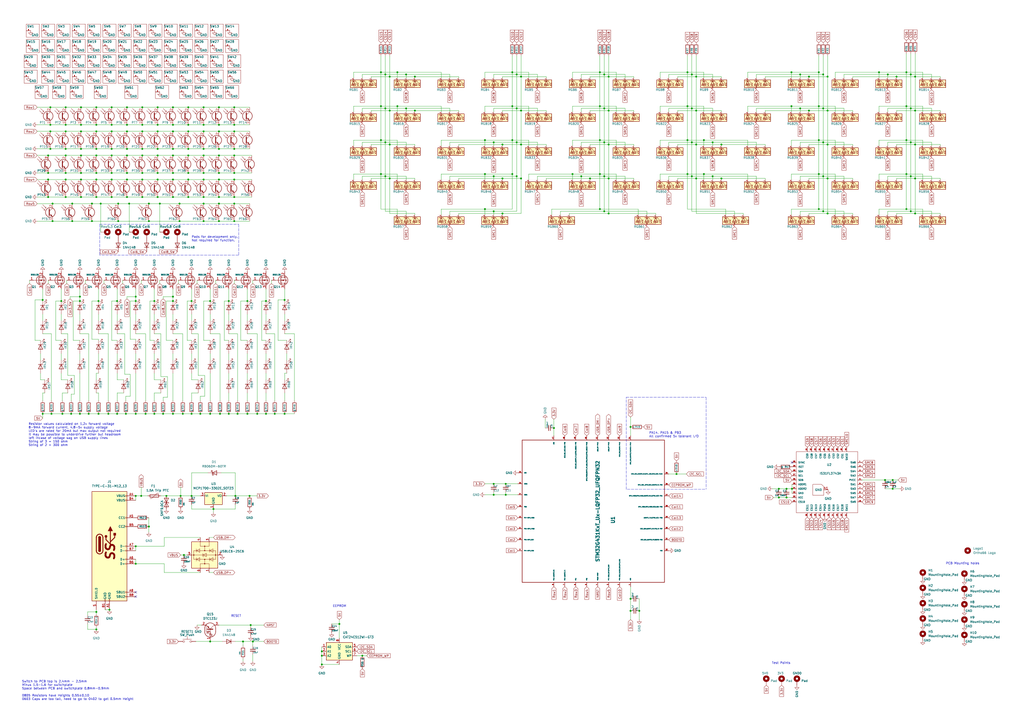
<source format=kicad_sch>
(kicad_sch (version 20211123) (generator eeschema)
  (paper "A2")
  (junction (at 459.4225 283.5275))
  (junction (at 73.66 104.14))
  (junction (at 91.44 86.36))
  (junction (at 365.76 354.33))
  (junction (at 64.77 114.3))
  (junction (at 347.98 41.91))
  (junction (at 235.585 43.18))
  (junction (at 104.14 128.27))
  (junction (at 350.52 102.235))
  (junction (at 100.33 240.03))
  (junction (at 24.765 240.03))
  (junction (at 210.185 380.365))
  (junction (at 29.21 76.2))
  (junction (at 137.795 240.03))
  (junction (at 89.535 240.03))
  (junction (at 81.915 287.655))
  (junction (at 401.32 102.235))
  (junction (at 46.99 76.2))
  (junction (at 118.11 90.17))
  (junction (at 68.58 128.27))
  (junction (at 220.98 81.28))
  (junction (at 55.88 354.965))
  (junction (at 84.455 240.03))
  (junction (at 528.32 122.555))
  (junction (at 135.89 118.11))
  (junction (at 135.89 76.2))
  (junction (at 55.88 62.23))
  (junction (at 109.22 90.17))
  (junction (at 127 76.2))
  (junction (at 226.06 103.505))
  (junction (at 530.86 44.45))
  (junction (at 86.36 305.435))
  (junction (at 223.52 82.55))
  (junction (at 89.535 174.625))
  (junction (at 235.585 62.865))
  (junction (at 121.92 174.625))
  (junction (at 347.98 81.28))
  (junction (at 459.105 61.595))
  (junction (at 73.66 76.2))
  (junction (at 78.74 172.085))
  (junction (at 55.88 72.39))
  (junction (at 286.385 82.55))
  (junction (at 159.385 240.03))
  (junction (at 109.22 100.33))
  (junction (at 118.11 72.39))
  (junction (at 302.26 64.135))
  (junction (at 469.265 44.45))
  (junction (at 53.34 118.11))
  (junction (at 337.185 102.235))
  (junction (at 302.26 103.505))
  (junction (at 100.33 100.33))
  (junction (at 73.66 90.17))
  (junction (at 82.55 62.23))
  (junction (at 38.1 76.2))
  (junction (at 297.18 41.91))
  (junction (at 46.99 90.17))
  (junction (at 281.305 100.965))
  (junction (at 474.98 61.595))
  (junction (at 100.33 72.39))
  (junction (at 408.305 81.28))
  (junction (at 55.88 90.17))
  (junction (at 297.18 100.965))
  (junction (at 149.225 240.03))
  (junction (at 223.52 102.235))
  (junction (at 398.78 41.91))
  (junction (at 94.615 240.03))
  (junction (at 286.385 122.555))
  (junction (at 530.86 64.135))
  (junction (at 135.89 100.33))
  (junction (at 46.99 72.39))
  (junction (at 109.22 62.23))
  (junction (at 342.265 103.505))
  (junction (at 38.1 86.36))
  (junction (at 121.92 240.03))
  (junction (at 127 104.14))
  (junction (at 480.06 83.82))
  (junction (at 286.385 102.235))
  (junction (at 321.31 248.285))
  (junction (at 82.55 100.33))
  (junction (at 86.36 128.27))
  (junction (at 132.715 174.625))
  (junction (at 109.22 104.14))
  (junction (at 27.94 100.33))
  (junction (at 91.44 62.23))
  (junction (at 350.52 122.555))
  (junction (at 226.06 83.82))
  (junction (at 477.52 102.235))
  (junction (at 64.77 90.17))
  (junction (at 73.66 62.23))
  (junction (at 401.32 62.865))
  (junction (at 73.025 240.03))
  (junction (at 135.89 62.23))
  (junction (at 38.1 104.14))
  (junction (at 64.77 100.33))
  (junction (at 96.52 287.655))
  (junction (at 127 114.3))
  (junction (at 525.78 81.28))
  (junction (at 530.86 123.825))
  (junction (at 55.88 86.36))
  (junction (at 78.74 174.625))
  (junction (at 106.045 240.03))
  (junction (at 100.33 90.17))
  (junction (at 353.06 123.825))
  (junction (at 46.99 100.33))
  (junction (at 64.77 86.36))
  (junction (at 82.55 104.14))
  (junction (at 350.52 82.55))
  (junction (at 302.26 44.45))
  (junction (at 226.06 44.45))
  (junction (at 30.48 118.11))
  (junction (at 146.685 372.11))
  (junction (at 365.76 247.65))
  (junction (at 525.78 121.285))
  (junction (at 46.355 172.085))
  (junction (at 456.2475 288.6075))
  (junction (at 91.44 76.2))
  (junction (at 127 100.33))
  (junction (at 297.18 81.28))
  (junction (at 27.94 90.17))
  (junction (at 121.92 372.11))
  (junction (at 240.665 64.135))
  (junction (at 55.88 76.2))
  (junction (at 64.77 72.39))
  (junction (at 418.465 83.82))
  (junction (at 127 62.23))
  (junction (at 347.98 121.285))
  (junction (at 55.88 114.3))
  (junction (at 35.56 174.625))
  (junction (at 64.77 76.2))
  (junction (at 230.505 61.595))
  (junction (at 474.98 100.965))
  (junction (at 30.48 128.27))
  (junction (at 127 86.36))
  (junction (at 525.78 41.91))
  (junction (at 100.33 104.14))
  (junction (at 82.55 86.36))
  (junction (at 477.52 122.555))
  (junction (at 132.715 240.03))
  (junction (at 408.305 100.965))
  (junction (at 78.74 327.025))
  (junction (at 517.8425 278.4475))
  (junction (at 220.98 100.965))
  (junction (at 528.32 43.18))
  (junction (at 92.71 118.11))
  (junction (at 111.125 287.655))
  (junction (at 55.88 100.33))
  (junction (at 36.195 240.03))
  (junction (at 413.385 102.235))
  (junction (at 38.1 90.17))
  (junction (at 528.32 102.235))
  (junction (at 353.06 44.45))
  (junction (at 136.525 287.655))
  (junction (at 480.06 64.135))
  (junction (at 57.15 174.625))
  (junction (at 46.355 174.625))
  (junction (at 350.52 43.18))
  (junction (at 41.91 118.11))
  (junction (at 525.78 61.595))
  (junction (at 73.66 86.36))
  (junction (at 403.86 103.505))
  (junction (at 281.305 121.285))
  (junction (at 353.06 64.135))
  (junction (at 165.1 173.99))
  (junction (at 91.44 104.14))
  (junction (at 46.99 86.36))
  (junction (at 116.205 240.03))
  (junction (at 118.11 128.27))
  (junction (at 46.99 104.14))
  (junction (at 127 72.39))
  (junction (at 55.88 104.14))
  (junction (at 477.52 62.865))
  (junction (at 464.185 62.865))
  (junction (at 293.37 280.67))
  (junction (at 38.1 100.33))
  (junction (at 55.88 365.125))
  (junction (at 118.11 118.11))
  (junction (at 474.98 81.28))
  (junction (at 100.33 174.625))
  (junction (at 100.33 172.085))
  (junction (at 82.55 90.17))
  (junction (at 398.78 81.28))
  (junction (at 135.89 72.39))
  (junction (at 82.55 76.2))
  (junction (at 299.72 102.235))
  (junction (at 401.32 43.18))
  (junction (at 91.44 72.39))
  (junction (at 480.06 103.505))
  (junction (at 297.18 61.595))
  (junction (at 223.52 62.865))
  (junction (at 513.3975 278.4475))
  (junction (at 29.21 72.39))
  (junction (at 451.8025 283.5275))
  (junction (at 350.52 62.865))
  (junction (at 528.32 82.55))
  (junction (at 299.72 82.55))
  (junction (at 520.065 44.45))
  (junction (at 51.435 240.03))
  (junction (at 46.99 62.23))
  (junction (at 398.78 100.965))
  (junction (at 144.78 287.655))
  (junction (at 196.85 361.95))
  (junction (at 299.72 62.865))
  (junction (at 82.55 114.3))
  (junction (at 118.11 104.14))
  (junction (at 291.465 83.82))
  (junction (at 186.69 385.445))
  (junction (at 127 128.27))
  (junction (at 220.98 41.91))
  (junction (at 91.44 100.33))
  (junction (at 73.66 72.39))
  (junction (at 74.93 118.11))
  (junction (at 29.845 240.03))
  (junction (at 525.78 100.965))
  (junction (at 100.33 76.2))
  (junction (at 62.865 240.03))
  (junction (at 403.86 44.45))
  (junction (at 143.51 174.625))
  (junction (at 58.42 118.11))
  (junction (at 109.22 86.36))
  (junction (at 509.905 41.91))
  (junction (at 370.84 354.33))
  (junction (at 140.97 372.11))
  (junction (at 291.465 123.825))
  (junction (at 403.86 83.82))
  (junction (at 226.06 64.135))
  (junction (at 91.44 90.17))
  (junction (at 398.78 61.595))
  (junction (at 451.8025 288.6075))
  (junction (at 220.98 61.595))
  (junction (at 111.125 174.625))
  (junction (at 474.98 41.91))
  (junction (at 68.58 118.11))
  (junction (at 480.06 44.45))
  (junction (at 530.86 83.82))
  (junction (at 78.74 316.865))
  (junction (at 299.72 43.18))
  (junction (at 459.105 41.91))
  (junction (at 286.385 287.02))
  (junction (at 64.77 104.14))
  (junction (at 86.36 118.11))
  (junction (at 480.06 123.825))
  (junction (at 154.305 174.625))
  (junction (at 186.69 377.825))
  (junction (at 469.265 64.135))
  (junction (at 517.8425 283.5275))
  (junction (at 286.385 280.67))
  (junction (at 109.22 76.2))
  (junction (at 106.68 321.945))
  (junction (at 365.76 347.345))
  (junction (at 38.1 72.39))
  (junction (at 111.125 240.03))
  (junction (at 104.775 287.655))
  (junction (at 73.66 114.3))
  (junction (at 46.355 240.03))
  (junction (at 109.22 114.3))
  (junction (at 24.765 173.99))
  (junction (at 118.11 100.33))
  (junction (at 78.74 240.03))
  (junction (at 73.66 100.33))
  (junction (at 347.98 100.965))
  (junction (at 41.91 128.27))
  (junction (at 143.51 240.03))
  (junction (at 29.21 86.36))
  (junction (at 41.275 240.03))
  (junction (at 413.385 82.55))
  (junction (at 100.33 86.36))
  (junction (at 530.86 103.505))
  (junction (at 64.77 62.23))
  (junction (at 477.52 82.55))
  (junction (at 127 118.11))
  (junction (at 392.43 274.955))
  (junction (at 78.74 287.655))
  (junction (at 27.94 114.3))
  (junction (at 186.69 380.365))
  (junction (at 403.86 64.135))
  (junction (at 281.305 81.28))
  (junction (at 154.305 240.03))
  (junction (at 474.98 121.285))
  (junction (at 104.14 118.11))
  (junction (at 223.52 43.18))
  (junction (at 293.37 287.02))
  (junction (at 38.1 62.23))
  (junction (at 332.105 100.965))
  (junction (at 123.825 295.275))
  (junction (at 514.985 43.18))
  (junction (at 145.415 362.585))
  (junction (at 67.945 174.625))
  (junction (at 230.505 41.91))
  (junction (at 418.465 103.505))
  (junction (at 27.94 104.14))
  (junction (at 135.89 128.27))
  (junction (at 100.33 114.3))
  (junction (at 29.21 62.23))
  (junction (at 135.89 90.17))
  (junction (at 401.32 82.55))
  (junction (at 46.99 114.3))
  (junction (at 100.33 62.23))
  (junction (at 456.2475 283.5275))
  (junction (at 135.89 114.3))
  (junction (at 109.22 72.39))
  (junction (at 240.665 44.45))
  (junction (at 38.1 114.3))
  (junction (at 118.11 114.3))
  (junction (at 353.06 103.505))
  (junction (at 127 90.17))
  (junction (at 353.06 83.82))
  (junction (at 53.34 128.27))
  (junction (at 67.945 240.03))
  (junction (at 118.11 86.36))
  (junction (at 135.89 104.14))
  (junction (at 118.11 76.2))
  (junction (at 165.1 240.03))
  (junction (at 464.185 43.18))
  (junction (at 291.465 103.505))
  (junction (at 528.32 62.865))
  (junction (at 118.11 62.23))
  (junction (at 82.55 72.39))
  (junction (at 135.89 86.36))
  (junction (at 91.44 114.3))
  (junction (at 57.15 240.03))
  (junction (at 347.98 61.595))
  (junction (at 127.635 240.03))
  (junction (at 477.52 43.18))
  (junction (at 63.5 353.695))
  (junction (at 302.26 83.82))
  (no_connect (at 459.4225 268.2875))
  (no_connect (at 78.74 343.535))
  (no_connect (at 78.74 346.075))
  (wire (pts (xy 494.665 44.45) (xy 520.065 44.45)))
  (wire (pts (xy 51.435 232.41) (xy 51.435 193.675)))
  (wire (pts (xy 514.985 62.865) (xy 528.32 62.865)))
  (wire (pts (xy 517.8425 283.5275) (xy 521.6525 283.5275)))
  (wire (pts (xy 393.065 84.455) (xy 393.065 83.82)))
  (wire (pts (xy 520.065 44.45) (xy 530.86 44.45)))
  (wire (pts (xy 297.18 41.91) (xy 297.18 32.385)))
  (wire (pts (xy 413.385 104.14) (xy 413.385 102.235)))
  (wire (pts (xy 408.305 45.085) (xy 408.305 41.91)))
  (wire (pts (xy 29.845 193.675) (xy 24.765 193.675)))
  (wire (pts (xy 226.06 64.135) (xy 240.665 64.135)))
  (wire (pts (xy 205.105 61.595) (xy 220.98 61.595)))
  (wire (pts (xy 111.125 295.275) (xy 123.825 295.275)))
  (wire (pts (xy 413.385 62.865) (xy 401.32 62.865)))
  (wire (pts (xy 337.185 104.14) (xy 337.185 102.235)))
  (wire (pts (xy 139.7 174.625) (xy 143.51 174.625)))
  (wire (pts (xy 362.585 64.77) (xy 362.585 62.865)))
  (wire (pts (xy 100.33 100.33) (xy 109.22 100.33)))
  (wire (pts (xy 109.22 114.3) (xy 118.11 114.3)))
  (wire (pts (xy 459.105 100.965) (xy 474.98 100.965)))
  (wire (pts (xy 240.665 123.825) (xy 226.06 123.825)))
  (wire (pts (xy 62.865 232.41) (xy 62.865 193.675)))
  (wire (pts (xy 35.56 220.345) (xy 39.37 220.345)))
  (wire (pts (xy 95.25 311.785) (xy 116.205 311.785)))
  (wire (pts (xy 100.33 76.2) (xy 109.22 76.2)))
  (wire (pts (xy 165.1 216.535) (xy 166.37 216.535)))
  (wire (pts (xy 255.905 81.28) (xy 281.305 81.28)))
  (wire (pts (xy 403.86 44.45) (xy 403.86 32.385)))
  (wire (pts (xy 223.52 102.235) (xy 223.52 82.55)))
  (wire (pts (xy 166.37 205.105) (xy 166.37 208.915)))
  (wire (pts (xy 55.88 62.23) (xy 64.77 62.23)))
  (wire (pts (xy 291.465 64.135) (xy 302.26 64.135)))
  (wire (pts (xy 21.59 118.11) (xy 30.48 118.11)))
  (wire (pts (xy 332.105 104.14) (xy 332.105 100.965)))
  (wire (pts (xy 64.77 62.23) (xy 73.66 62.23)))
  (wire (pts (xy 332.105 64.77) (xy 332.105 61.595)))
  (wire (pts (xy 347.98 41.91) (xy 347.98 32.385)))
  (wire (pts (xy 137.795 240.03) (xy 143.51 240.03)))
  (wire (pts (xy 540.385 124.46) (xy 540.385 122.555)))
  (wire (pts (xy 24.765 173.99) (xy 24.765 174.625)))
  (wire (pts (xy 456.2475 288.6075) (xy 451.8025 288.6075)))
  (wire (pts (xy 311.785 64.77) (xy 311.785 62.865)))
  (wire (pts (xy 255.905 124.46) (xy 255.905 121.285)))
  (wire (pts (xy 220.98 81.28) (xy 230.505 81.28)))
  (wire (pts (xy 57.15 227.965) (xy 55.88 227.965)))
  (wire (pts (xy 530.86 123.825) (xy 530.86 103.505)))
  (wire (pts (xy 433.705 104.14) (xy 433.705 100.965)))
  (wire (pts (xy 316.865 83.82) (xy 302.26 83.82)))
  (wire (pts (xy 489.585 122.555) (xy 477.52 122.555)))
  (wire (pts (xy 73.66 72.39) (xy 82.55 72.39)))
  (wire (pts (xy 535.305 104.14) (xy 535.305 100.965)))
  (wire (pts (xy 443.865 64.135) (xy 469.265 64.135)))
  (wire (pts (xy 140.97 372.11) (xy 146.685 372.11)))
  (wire (pts (xy 220.98 100.965) (xy 220.98 81.28)))
  (wire (pts (xy 89.535 167.64) (xy 89.535 174.625)))
  (wire (pts (xy 464.185 104.14) (xy 464.185 102.235)))
  (wire (pts (xy 73.66 100.33) (xy 82.55 100.33)))
  (wire (pts (xy 431.165 124.46) (xy 431.165 123.825)))
  (wire (pts (xy 306.705 104.14) (xy 306.705 100.965)))
  (wire (pts (xy 464.185 122.555) (xy 477.52 122.555)))
  (wire (pts (xy 418.465 64.77) (xy 418.465 64.135)))
  (wire (pts (xy 127.635 193.675) (xy 121.92 193.675)))
  (wire (pts (xy 94.615 172.085) (xy 100.33 172.085)))
  (wire (pts (xy 530.86 103.505) (xy 545.465 103.505)))
  (wire (pts (xy 514.985 124.46) (xy 514.985 122.555)))
  (wire (pts (xy 82.55 62.23) (xy 91.44 62.23)))
  (wire (pts (xy 302.26 123.825) (xy 302.26 103.505)))
  (wire (pts (xy 67.945 227.965) (xy 71.755 227.965)))
  (wire (pts (xy 154.305 240.03) (xy 159.385 240.03)))
  (wire (pts (xy 260.985 45.085) (xy 260.985 43.18)))
  (wire (pts (xy 464.185 84.455) (xy 464.185 82.55)))
  (wire (pts (xy 57.15 205.105) (xy 57.15 208.915)))
  (wire (pts (xy 393.065 45.085) (xy 393.065 44.45)))
  (wire (pts (xy 347.98 121.285) (xy 347.98 100.965)))
  (wire (pts (xy 55.88 354.965) (xy 55.88 356.235)))
  (wire (pts (xy 433.705 84.455) (xy 433.705 81.28)))
  (wire (pts (xy 459.4225 283.5275) (xy 456.2475 283.5275)))
  (wire (pts (xy 136.525 287.655) (xy 144.78 287.655)))
  (wire (pts (xy 489.585 43.18) (xy 514.985 43.18)))
  (wire (pts (xy 50.8 354.965) (xy 55.88 354.965)))
  (wire (pts (xy 260.985 124.46) (xy 260.985 122.555)))
  (wire (pts (xy 342.265 64.77) (xy 342.265 64.135)))
  (wire (pts (xy 38.1 76.2) (xy 46.99 76.2)))
  (wire (pts (xy 49.53 164.465) (xy 49.53 162.56)))
  (wire (pts (xy 362.585 43.18) (xy 350.52 43.18)))
  (wire (pts (xy 116.205 229.87) (xy 118.745 229.87)))
  (wire (pts (xy 337.185 45.085) (xy 337.185 43.18)))
  (wire (pts (xy 135.89 128.27) (xy 144.78 128.27)))
  (wire (pts (xy 469.265 45.085) (xy 469.265 44.45)))
  (wire (pts (xy 342.265 84.455) (xy 342.265 83.82)))
  (wire (pts (xy 46.355 205.105) (xy 46.355 208.915)))
  (wire (pts (xy 100.33 240.03) (xy 106.045 240.03)))
  (wire (pts (xy 100.33 216.535) (xy 100.33 232.41)))
  (wire (pts (xy 132.715 205.105) (xy 132.715 208.915)))
  (wire (pts (xy 106.68 321.945) (xy 108.585 321.945)))
  (wire (pts (xy 528.32 102.235) (xy 528.32 82.55)))
  (wire (pts (xy 196.85 361.95) (xy 196.85 370.205)))
  (wire (pts (xy 489.585 82.55) (xy 477.52 82.55)))
  (wire (pts (xy 116.205 232.41) (xy 116.205 229.87)))
  (wire (pts (xy 300.355 287.02) (xy 293.37 287.02)))
  (wire (pts (xy 73.66 172.085) (xy 78.74 172.085)))
  (wire (pts (xy 408.305 104.14) (xy 408.305 100.965)))
  (wire (pts (xy 525.78 61.595) (xy 525.78 41.91)))
  (wire (pts (xy 347.98 100.965) (xy 347.98 81.28)))
  (wire (pts (xy 46.355 174.625) (xy 46.355 172.085)))
  (wire (pts (xy 438.785 43.18) (xy 464.185 43.18)))
  (wire (pts (xy 46.99 100.33) (xy 55.88 100.33)))
  (wire (pts (xy 46.99 104.14) (xy 55.88 104.14)))
  (wire (pts (xy 387.985 274.955) (xy 392.43 274.955)))
  (wire (pts (xy 408.305 100.965) (xy 433.705 100.965)))
  (wire (pts (xy 145.415 362.585) (xy 153.035 362.585)))
  (wire (pts (xy 513.3975 278.4475) (xy 500.0625 278.4475)))
  (wire (pts (xy 520.065 123.825) (xy 530.86 123.825)))
  (wire (pts (xy 332.105 45.085) (xy 332.105 41.91)))
  (wire (pts (xy 367.665 103.505) (xy 353.06 103.505)))
  (wire (pts (xy 459.4225 280.9875) (xy 459.4225 283.5275)))
  (wire (pts (xy 118.11 62.23) (xy 127 62.23)))
  (wire (pts (xy 474.98 61.595) (xy 474.98 41.91)))
  (wire (pts (xy 39.37 193.675) (xy 35.56 193.675)))
  (wire (pts (xy 535.305 45.085) (xy 535.305 41.91)))
  (wire (pts (xy 382.905 81.28) (xy 398.78 81.28)))
  (wire (pts (xy 111.125 232.41) (xy 111.125 227.965)))
  (wire (pts (xy 235.585 43.18) (xy 235.585 45.085)))
  (wire (pts (xy 154.305 182.245) (xy 154.305 186.055)))
  (wire (pts (xy 23.495 216.535) (xy 23.495 220.345)))
  (wire (pts (xy 286.385 124.46) (xy 286.385 122.555)))
  (wire (pts (xy 223.52 62.865) (xy 223.52 43.18)))
  (wire (pts (xy 240.665 124.46) (xy 240.665 123.825)))
  (wire (pts (xy 431.165 123.825) (xy 403.86 123.825)))
  (wire (pts (xy 401.32 102.235) (xy 401.32 82.55)))
  (wire (pts (xy 459.105 45.085) (xy 459.105 41.91)))
  (wire (pts (xy 95.25 332.105) (xy 116.205 332.105)))
  (wire (pts (xy 121.92 216.535) (xy 121.92 232.41)))
  (wire (pts (xy 210.185 43.18) (xy 223.52 43.18)))
  (wire (pts (xy 255.905 104.14) (xy 255.905 100.965)))
  (wire (pts (xy 121.92 205.105) (xy 121.92 208.915)))
  (wire (pts (xy 35.56 174.625) (xy 35.56 167.64)))
  (wire (pts (xy 43.18 217.805) (xy 39.37 217.805)))
  (wire (pts (xy 46.99 62.23) (xy 55.88 62.23)))
  (wire (pts (xy 266.065 64.77) (xy 266.065 64.135)))
  (wire (pts (xy 24.765 232.41) (xy 24.765 227.965)))
  (wire (pts (xy 166.37 197.485) (xy 161.29 197.485)))
  (wire (pts (xy 89.535 197.485) (xy 86.995 197.485)))
  (wire (pts (xy 286.385 287.02) (xy 281.305 287.02)))
  (wire (pts (xy 393.065 83.82) (xy 403.86 83.82)))
  (wire (pts (xy 514.985 43.18) (xy 528.32 43.18)))
  (wire (pts (xy 118.11 174.625) (xy 121.92 174.625)))
  (wire (pts (xy 350.52 102.235) (xy 350.52 82.55)))
  (wire (pts (xy 21.59 114.3) (xy 27.94 114.3)))
  (wire (pts (xy 165.1 182.245) (xy 165.1 186.055)))
  (wire (pts (xy 51.435 193.675) (xy 46.355 193.675)))
  (wire (pts (xy 226.06 64.135) (xy 226.06 83.82)))
  (wire (pts (xy 64.77 100.33) (xy 73.66 100.33)))
  (wire (pts (xy 100.33 90.17) (xy 109.22 90.17)))
  (wire (pts (xy 100.33 172.085) (xy 100.33 167.64)))
  (wire (pts (xy 459.105 104.14) (xy 459.105 100.965)))
  (wire (pts (xy 321.31 252.73) (xy 321.31 248.285)))
  (wire (pts (xy 118.11 90.17) (xy 127 90.17)))
  (wire (pts (xy 306.705 81.28) (xy 297.18 81.28)))
  (wire (pts (xy 62.865 193.675) (xy 57.15 193.675)))
  (wire (pts (xy 154.305 216.535) (xy 154.305 220.345)))
  (wire (pts (xy 53.34 196.85) (xy 53.34 174.625)))
  (wire (pts (xy 281.305 64.77) (xy 281.305 61.595)))
  (wire (pts (xy 332.105 84.455) (xy 332.105 81.28)))
  (wire (pts (xy 67.945 240.03) (xy 73.025 240.03)))
  (wire (pts (xy 484.505 121.285) (xy 474.98 121.285)))
  (wire (pts (xy 118.11 197.485) (xy 118.11 174.625)))
  (wire (pts (xy 205.105 100.965) (xy 220.98 100.965)))
  (wire (pts (xy 111.125 292.735) (xy 111.125 295.275)))
  (wire (pts (xy 342.265 44.45) (xy 353.06 44.45)))
  (wire (pts (xy 35.56 197.485) (xy 32.385 197.485)))
  (wire (pts (xy 36.195 232.41) (xy 36.195 227.965)))
  (wire (pts (xy 387.985 104.14) (xy 387.985 102.235)))
  (wire (pts (xy 509.905 84.455) (xy 509.905 81.28)))
  (wire (pts (xy 408.305 41.91) (xy 398.78 41.91)))
  (wire (pts (xy 235.585 122.555) (xy 223.52 122.555)))
  (wire (pts (xy 38.1 90.17) (xy 46.99 90.17)))
  (wire (pts (xy 316.865 103.505) (xy 342.265 103.505)))
  (wire (pts (xy 86.36 118.11) (xy 92.71 118.11)))
  (wire (pts (xy 146.685 372.11) (xy 146.685 374.65)))
  (wire (pts (xy 205.105 41.91) (xy 220.98 41.91)))
  (wire (pts (xy 186.69 385.445) (xy 196.85 385.445)))
  (wire (pts (xy 71.12 164.465) (xy 71.12 162.56)))
  (wire (pts (xy 489.585 84.455) (xy 489.585 82.55)))
  (wire (pts (xy 127 86.36) (xy 135.89 86.36)))
  (wire (pts (xy 540.385 122.555) (xy 528.32 122.555)))
  (wire (pts (xy 41.275 228.6) (xy 43.18 228.6)))
  (wire (pts (xy 127 72.39) (xy 135.89 72.39)))
  (wire (pts (xy 530.86 64.135) (xy 545.465 64.135)))
  (wire (pts (xy 353.06 64.135) (xy 353.06 44.45)))
  (wire (pts (xy 186.69 380.365) (xy 186.69 385.445)))
  (wire (pts (xy 100.33 197.485) (xy 96.52 197.485)))
  (wire (pts (xy 235.585 43.18) (xy 260.985 43.18)))
  (wire (pts (xy 367.665 44.45) (xy 353.06 44.45)))
  (wire (pts (xy 27.94 164.465) (xy 27.94 162.56)))
  (wire (pts (xy 220.98 121.285) (xy 220.98 100.965)))
  (wire (pts (xy 513.3975 278.4475) (xy 517.8425 278.4475)))
  (wire (pts (xy 535.305 121.285) (xy 525.78 121.285)))
  (wire (pts (xy 111.125 240.03) (xy 116.205 240.03)))
  (wire (pts (xy 205.105 81.28) (xy 220.98 81.28)))
  (wire (pts (xy 165.1 220.345) (xy 165.1 216.535)))
  (wire (pts (xy 89.535 182.245) (xy 89.535 186.055)))
  (wire (pts (xy 109.22 72.39) (xy 118.11 72.39)))
  (wire (pts (xy 89.535 232.41) (xy 89.535 227.965)))
  (wire (pts (xy 136.525 295.275) (xy 123.825 295.275)))
  (wire (pts (xy 136.525 372.11) (xy 140.97 372.11)))
  (wire (pts (xy 438.785 104.14) (xy 438.785 102.235)))
  (wire (pts (xy 433.705 45.085) (xy 433.705 41.91)))
  (wire (pts (xy 281.305 84.455) (xy 281.305 81.28)))
  (wire (pts (xy 143.51 216.535) (xy 143.51 220.345)))
  (wire (pts (xy 517.8425 278.4475) (xy 521.0175 278.4475)))
  (wire (pts (xy 342.265 104.14) (xy 342.265 103.505)))
  (wire (pts (xy 64.77 104.14) (xy 73.66 104.14)))
  (wire (pts (xy 143.51 174.625) (xy 143.51 167.64)))
  (wire (pts (xy 100.33 205.105) (xy 100.33 208.915)))
  (wire (pts (xy 393.065 103.505) (xy 403.86 103.505)))
  (wire (pts (xy 266.065 83.82) (xy 291.465 83.82)))
  (wire (pts (xy 494.665 124.46) (xy 494.665 123.825)))
  (wire (pts (xy 311.785 84.455) (xy 311.785 82.55)))
  (wire (pts (xy 509.905 121.285) (xy 525.78 121.285)))
  (wire (pts (xy 46.355 172.085) (xy 46.355 167.64)))
  (wire (pts (xy 393.065 64.77) (xy 393.065 64.135)))
  (wire (pts (xy 302.26 44.45) (xy 302.26 32.385)))
  (wire (pts (xy 118.11 114.3) (xy 127 114.3)))
  (wire (pts (xy 477.52 62.865) (xy 477.52 43.18)))
  (wire (pts (xy 72.39 193.675) (xy 67.945 193.675)))
  (wire (pts (xy 535.305 84.455) (xy 535.305 81.28)))
  (wire (pts (xy 55.88 90.17) (xy 64.77 90.17)))
  (wire (pts (xy 464.185 102.235) (xy 477.52 102.235)))
  (wire (pts (xy 433.705 61.595) (xy 459.105 61.595)))
  (wire (pts (xy 525.78 41.91) (xy 525.78 31.115)))
  (wire (pts (xy 540.385 45.085) (xy 540.385 43.18)))
  (wire (pts (xy 426.085 124.46) (xy 426.085 122.555)))
  (wire (pts (xy 494.665 64.77) (xy 494.665 64.135)))
  (wire (pts (xy 78.74 216.535) (xy 78.74 232.41)))
  (wire (pts (xy 114.3 164.465) (xy 114.3 162.56)))
  (wire (pts (xy 286.385 104.14) (xy 286.385 102.235)))
  (wire (pts (xy 135.89 100.33) (xy 146.05 100.33)))
  (wire (pts (xy 78.74 327.025) (xy 95.25 327.025)))
  (wire (pts (xy 186.69 377.825) (xy 186.69 380.365)))
  (wire (pts (xy 365.76 247.65) (xy 365.76 252.73)))
  (wire (pts (xy 525.78 100.965) (xy 525.78 81.28)))
  (wire (pts (xy 92.71 118.11) (xy 92.71 134.62)))
  (wire (pts (xy 297.18 100.965) (xy 297.18 81.28)))
  (wire (pts (xy 393.065 44.45) (xy 403.86 44.45)))
  (wire (pts (xy 46.99 90.17) (xy 55.88 90.17)))
  (wire (pts (xy 393.065 104.14) (xy 393.065 103.505)))
  (wire (pts (xy 118.11 72.39) (xy 127 72.39)))
  (wire (pts (xy 93.345 218.44) (xy 93.345 193.675)))
  (wire (pts (xy 135.89 72.39) (xy 144.78 72.39)))
  (wire (pts (xy 104.14 128.27) (xy 118.11 128.27)))
  (wire (pts (xy 92.71 118.11) (xy 104.14 118.11)))
  (wire (pts (xy 291.465 84.455) (xy 291.465 83.82)))
  (wire (pts (xy 469.265 104.14) (xy 469.265 103.505)))
  (wire (pts (xy 438.785 82.55) (xy 413.385 82.55)))
  (wire (pts (xy 469.265 123.825) (xy 480.06 123.825)))
  (wire (pts (xy 127 90.17) (xy 135.89 90.17)))
  (wire (pts (xy 380.365 123.825) (xy 353.06 123.825)))
  (wire (pts (xy 104.14 118.11) (xy 118.11 118.11)))
  (wire (pts (xy 86.995 174.625) (xy 89.535 174.625)))
  (wire (pts (xy 136.525 274.32) (xy 136.525 287.655)))
  (wire (pts (xy 240.665 44.45) (xy 240.665 45.085)))
  (wire (pts (xy 459.105 64.77) (xy 459.105 61.595)))
  (wire (pts (xy 408.305 64.77) (xy 408.305 61.595)))
  (wire (pts (xy 27.94 104.14) (xy 38.1 104.14)))
  (wire (pts (xy 74.93 118.11) (xy 74.93 134.62)))
  (wire (pts (xy 210.185 64.77) (xy 210.185 62.865)))
  (wire (pts (xy 81.915 282.575) (xy 81.915 287.655)))
  (wire (pts (xy 91.44 90.17) (xy 100.33 90.17)))
  (wire (pts (xy 62.865 240.03) (xy 67.945 240.03)))
  (wire (pts (xy 78.74 240.03) (xy 84.455 240.03)))
  (wire (pts (xy 46.355 216.535) (xy 46.355 232.41)))
  (wire (pts (xy 55.88 216.535) (xy 57.15 216.535)))
  (wire (pts (xy 370.84 354.33) (xy 370.84 347.345)))
  (wire (pts (xy 154.305 197.485) (xy 151.765 197.485)))
  (wire (pts (xy 95.25 316.865) (xy 95.25 311.785)))
  (wire (pts (xy 525.78 121.285) (xy 525.78 100.965)))
  (wire (pts (xy 392.43 274.955) (xy 398.145 274.955)))
  (wire (pts (xy 55.88 365.125) (xy 55.88 363.855)))
  (wire (pts (xy 100.33 104.14) (xy 109.22 104.14)))
  (wire (pts (xy 260.985 102.235) (xy 286.385 102.235)))
  (wire (pts (xy 24.765 182.245) (xy 24.765 186.055)))
  (wire (pts (xy 46.99 86.36) (xy 55.88 86.36)))
  (wire (pts (xy 71.755 220.345) (xy 67.945 220.345)))
  (wire (pts (xy 38.1 72.39) (xy 46.99 72.39)))
  (wire (pts (xy 545.465 64.77) (xy 545.465 64.135)))
  (wire (pts (xy 91.44 100.33) (xy 100.33 100.33)))
  (wire (pts (xy 266.065 45.085) (xy 266.065 44.45)))
  (wire (pts (xy 111.125 220.345) (xy 111.125 216.535)))
  (wire (pts (xy 94.615 230.505) (xy 97.155 230.505)))
  (wire (pts (xy 82.55 100.33) (xy 91.44 100.33)))
  (wire (pts (xy 299.72 82.55) (xy 299.72 62.865)))
  (wire (pts (xy 255.905 100.965) (xy 281.305 100.965)))
  (wire (pts (xy 223.52 82.55) (xy 235.585 82.55)))
  (wire (pts (xy 41.91 128.27) (xy 53.34 128.27)))
  (wire (pts (xy 540.385 43.18) (xy 528.32 43.18)))
  (wire (pts (xy 459.4225 288.6075) (xy 456.2475 288.6075)))
  (wire (pts (xy 220.98 61.595) (xy 220.98 41.91)))
  (wire (pts (xy 459.105 84.455) (xy 459.105 81.28)))
  (wire (pts (xy 332.105 61.595) (xy 347.98 61.595)))
  (wire (pts (xy 459.4225 283.5275) (xy 459.4225 286.0675)))
  (wire (pts (xy 154.305 227.965) (xy 154.305 232.41)))
  (wire (pts (xy 342.265 103.505) (xy 353.06 103.505)))
  (wire (pts (xy 297.18 61.595) (xy 297.18 41.91)))
  (wire (pts (xy 398.78 41.91) (xy 398.78 32.385)))
  (wire (pts (xy 78.74 182.245) (xy 78.74 186.055)))
  (wire (pts (xy 127 104.14) (xy 135.89 104.14)))
  (wire (pts (xy 220.98 100.965) (xy 230.505 100.965)))
  (wire (pts (xy 535.305 124.46) (xy 535.305 121.285)))
  (wire (pts (xy 46.355 197.485) (xy 42.545 197.485)))
  (wire (pts (xy 297.18 61.595) (xy 306.705 61.595)))
  (wire (pts (xy 93.345 193.675) (xy 89.535 193.675)))
  (wire (pts (xy 370.205 124.46) (xy 370.205 121.285)))
  (wire (pts (xy 170.815 232.41) (xy 170.815 193.675)))
  (wire (pts (xy 459.105 121.285) (xy 474.98 121.285)))
  (wire (pts (xy 291.465 104.14) (xy 291.465 103.505)))
  (wire (pts (xy 111.125 287.655) (xy 111.125 274.32)))
  (wire (pts (xy 121.92 182.245) (xy 121.92 186.055)))
  (wire (pts (xy 520.065 104.14) (xy 520.065 103.505)))
  (wire (pts (xy 451.8025 283.5275) (xy 447.9925 283.5275)))
  (wire (pts (xy 55.88 104.14) (xy 64.77 104.14)))
  (wire (pts (xy 55.88 220.345) (xy 55.88 216.535)))
  (wire (pts (xy 240.665 64.77) (xy 240.665 64.135)))
  (wire (pts (xy 106.045 240.03) (xy 111.125 240.03)))
  (wire (pts (xy 413.385 64.77) (xy 413.385 62.865)))
  (wire (pts (xy 78.74 174.625) (xy 78.74 172.085)))
  (wire (pts (xy 382.905 64.77) (xy 382.905 61.595)))
  (wire (pts (xy 418.465 44.45) (xy 403.86 44.45)))
  (wire (pts (xy 89.535 240.03) (xy 94.615 240.03)))
  (wire (pts (xy 362.585 45.085) (xy 362.585 43.18)))
  (wire (pts (xy 240.665 84.455) (xy 240.665 83.82)))
  (wire (pts (xy 459.105 81.28) (xy 474.98 81.28)))
  (wire (pts (xy 131.445 287.655) (xy 136.525 287.655)))
  (wire (pts (xy 291.465 64.77) (xy 291.465 64.135)))
  (wire (pts (xy 86.36 300.355) (xy 86.36 305.435)))
  (wire (pts (xy 100.33 86.36) (xy 109.22 86.36)))
  (wire (pts (xy 82.55 72.39) (xy 91.44 72.39)))
  (wire (pts (xy 520.065 83.82) (xy 530.86 83.82)))
  (wire (pts (xy 330.2 124.46) (xy 330.2 123.825)))
  (wire (pts (xy 281.305 280.67) (xy 286.385 280.67)))
  (wire (pts (xy 143.51 205.105) (xy 143.51 208.915)))
  (wire (pts (xy 109.22 86.36) (xy 118.11 86.36)))
  (polyline (pts (xy 57.785 130.175) (xy 57.785 147.955)))
  (wire (pts (xy 362.585 62.865) (xy 350.52 62.865)))
  (wire (pts (xy 387.985 64.77) (xy 387.985 62.865)))
  (wire (pts (xy 215.265 44.45) (xy 226.06 44.45)))
  (wire (pts (xy 20.32 173.99) (xy 24.765 173.99)))
  (wire (pts (xy 106.045 193.675) (xy 100.33 193.675)))
  (wire (pts (xy 370.84 359.41) (xy 370.84 354.33)))
  (wire (pts (xy 260.985 122.555) (xy 286.385 122.555)))
  (wire (pts (xy 43.18 228.6) (xy 43.18 217.805)))
  (wire (pts (xy 23.495 197.485) (xy 20.32 197.485)))
  (wire (pts (xy 113.665 372.11) (xy 121.92 372.11)))
  (wire (pts (xy 136.525 292.735) (xy 136.525 295.275)))
  (wire (pts (xy 220.98 41.91) (xy 220.98 32.385)))
  (wire (pts (xy 108.585 197.485) (xy 108.585 174.625)))
  (wire (pts (xy 418.465 103.505) (xy 403.86 103.505)))
  (wire (pts (xy 426.085 122.555) (xy 401.32 122.555)))
  (wire (pts (xy 57.15 174.625) (xy 57.15 167.64)))
  (wire (pts (xy 97.155 218.44) (xy 93.345 218.44)))
  (wire (pts (xy 23.495 205.105) (xy 23.495 208.915)))
  (wire (pts (xy 103.505 164.465) (xy 103.505 162.56)))
  (wire (pts (xy 82.55 90.17) (xy 91.44 90.17)))
  (wire (pts (xy 459.105 41.91) (xy 474.98 41.91)))
  (wire (pts (xy 100.33 114.3) (xy 109.22 114.3)))
  (wire (pts (xy 401.32 82.55) (xy 401.32 62.865)))
  (wire (pts (xy 111.125 287.655) (xy 116.205 287.655)))
  (wire (pts (xy 398.78 100.965) (xy 398.78 81.28)))
  (wire (pts (xy 38.1 62.23) (xy 46.99 62.23)))
  (wire (pts (xy 286.385 102.235) (xy 299.72 102.235)))
  (wire (pts (xy 311.785 45.085) (xy 311.785 43.18)))
  (wire (pts (xy 380.365 124.46) (xy 380.365 123.825)))
  (wire (pts (xy 459.105 61.595) (xy 474.98 61.595)))
  (wire (pts (xy 545.465 44.45) (xy 530.86 44.45)))
  (wire (pts (xy 291.465 103.505) (xy 302.26 103.505)))
  (wire (pts (xy 93.345 287.655) (xy 96.52 287.655)))
  (wire (pts (xy 91.44 104.14) (xy 100.33 104.14)))
  (wire (pts (xy 443.865 44.45) (xy 469.265 44.45)))
  (wire (pts (xy 514.985 84.455) (xy 514.985 82.55)))
  (wire (pts (xy 135.89 62.23) (xy 144.78 62.23)))
  (wire (pts (xy 24.765 227.965) (xy 26.035 227.965)))
  (wire (pts (xy 109.22 104.14) (xy 118.11 104.14)))
  (wire (pts (xy 235.585 62.865) (xy 260.985 62.865)))
  (wire (pts (xy 132.715 216.535) (xy 132.715 220.345)))
  (wire (pts (xy 35.56 182.245) (xy 35.56 186.055)))
  (wire (pts (xy 78.74 172.085) (xy 78.74 167.64)))
  (wire (pts (xy 73.66 173.355) (xy 73.66 172.085)))
  (wire (pts (xy 24.765 167.64) (xy 24.765 173.99)))
  (wire (pts (xy 393.065 64.135) (xy 403.86 64.135)))
  (wire (pts (xy 215.265 64.135) (xy 226.06 64.135)))
  (wire (pts (xy 469.265 124.46) (xy 469.265 123.825)))
  (wire (pts (xy 220.98 81.28) (xy 220.98 61.595)))
  (wire (pts (xy 135.89 164.465) (xy 135.89 162.56)))
  (wire (pts (xy 73.66 114.3) (xy 82.55 114.3)))
  (wire (pts (xy 255.905 64.77) (xy 255.905 61.595)))
  (wire (pts (xy 154.305 205.105) (xy 154.305 208.915)))
  (wire (pts (xy 403.86 123.825) (xy 403.86 103.505)))
  (wire (pts (xy 75.565 229.87) (xy 75.565 217.17)))
  (wire (pts (xy 306.705 45.085) (xy 306.705 41.91)))
  (wire (pts (xy 55.88 114.3) (xy 64.77 114.3)))
  (wire (pts (xy 53.34 174.625) (xy 57.15 174.625)))
  (wire (pts (xy 367.665 64.77) (xy 367.665 64.135)))
  (wire (pts (xy 223.52 43.18) (xy 223.52 32.385)))
  (wire (pts (xy 57.15 240.03) (xy 62.865 240.03)))
  (wire (pts (xy 464.185 64.77) (xy 464.185 62.865)))
  (wire (pts (xy 51.435 240.03) (xy 57.15 240.03)))
  (wire (pts (xy 509.905 41.91) (xy 525.78 41.91)))
  (wire (pts (xy 480.06 64.135) (xy 494.665 64.135)))
  (wire (pts (xy 121.92 197.485) (xy 118.11 197.485)))
  (wire (pts (xy 78.74 205.105) (xy 78.74 208.915)))
  (wire (pts (xy 157.48 164.465) (xy 157.48 162.56)))
  (wire (pts (xy 297.18 81.28) (xy 297.18 61.595)))
  (wire (pts (xy 514.985 64.77) (xy 514.985 62.865)))
  (wire (pts (xy 484.505 124.46) (xy 484.505 121.285)))
  (wire (pts (xy 398.78 61.595) (xy 398.78 41.91)))
  (wire (pts (xy 367.665 64.135) (xy 353.06 64.135)))
  (wire (pts (xy 281.305 81.28) (xy 297.18 81.28)))
  (wire (pts (xy 367.665 104.14) (xy 367.665 103.505)))
  (wire (pts (xy 230.505 121.285) (xy 220.98 121.285)))
  (wire (pts (xy 362.585 84.455) (xy 362.585 82.55)))
  (wire (pts (xy 114.935 217.805) (xy 114.935 193.675)))
  (wire (pts (xy 235.585 64.77) (xy 235.585 62.865)))
  (wire (pts (xy 443.865 45.085) (xy 443.865 44.45)))
  (wire (pts (xy 55.88 86.36) (xy 64.77 86.36)))
  (wire (pts (xy 528.32 122.555) (xy 528.32 102.235)))
  (wire (pts (xy 89.535 205.105) (xy 89.535 208.915)))
  (wire (pts (xy 316.865 44.45) (xy 302.26 44.45)))
  (wire (pts (xy 137.795 232.41) (xy 137.795 193.675)))
  (wire (pts (xy 353.06 44.45) (xy 353.06 32.385)))
  (wire (pts (xy 367.665 84.455) (xy 367.665 83.82)))
  (wire (pts (xy 357.505 84.455) (xy 357.505 81.28)))
  (wire (pts (xy 159.385 193.675) (xy 154.305 193.675)))
  (wire (pts (xy 528.32 82.55) (xy 528.32 62.865)))
  (wire (pts (xy 306.705 64.77) (xy 306.705 61.595)))
  (wire (pts (xy 82.55 86.36) (xy 91.44 86.36)))
  (wire (pts (xy 480.06 64.135) (xy 480.06 44.45)))
  (wire (pts (xy 311.785 82.55) (xy 299.72 82.55)))
  (wire (pts (xy 23.495 220.345) (xy 26.035 220.345)))
  (wire (pts (xy 387.985 102.235) (xy 401.32 102.235)))
  (wire (pts (xy 484.505 41.91) (xy 509.905 41.91)))
  (wire (pts (xy 125.095 164.465) (xy 125.095 162.56)))
  (wire (pts (xy 135.89 90.17) (xy 146.05 90.17)))
  (wire (pts (xy 520.065 64.77) (xy 520.065 64.135)))
  (wire (pts (xy 474.98 41.91) (xy 474.98 32.385)))
  (wire (pts (xy 281.305 121.285) (xy 297.18 121.285)))
  (wire (pts (xy 104.775 321.945) (xy 106.68 321.945)))
  (wire (pts (xy 235.585 84.455) (xy 235.585 82.55)))
  (wire (pts (xy 27.94 90.17) (xy 38.1 90.17)))
  (wire (pts (xy 235.585 124.46) (xy 235.585 122.555)))
  (wire (pts (xy 21.59 104.14) (xy 27.94 104.14)))
  (wire (pts (xy 127.635 240.03) (xy 132.715 240.03)))
  (wire (pts (xy 78.74 316.865) (xy 78.74 319.405)))
  (wire (pts (xy 223.52 122.555) (xy 223.52 102.235)))
  (wire (pts (xy 55.88 353.695) (xy 55.88 354.965)))
  (wire (pts (xy 161.29 173.99) (xy 165.1 173.99)))
  (wire (pts (xy 121.92 240.03) (xy 127.635 240.03)))
  (wire (pts (xy 215.265 104.14) (xy 215.265 103.505)))
  (wire (pts (xy 260.985 82.55) (xy 286.385 82.55)))
  (wire (pts (xy 84.455 240.03) (xy 89.535 240.03)))
  (wire (pts (xy 320.04 124.46) (xy 320.04 121.285)))
  (wire (pts (xy 528.32 43.18) (xy 528.32 31.115)))
  (wire (pts (xy 332.105 81.28) (xy 347.98 81.28)))
  (wire (pts (xy 82.55 104.14) (xy 91.44 104.14)))
  (wire (pts (xy 46.99 76.2) (xy 55.88 76.2)))
  (wire (pts (xy 38.1 104.14) (xy 46.99 104.14)))
  (wire (pts (xy 121.92 372.11) (xy 121.92 371.475)))
  (wire (pts (xy 357.505 81.28) (xy 347.98 81.28)))
  (wire (pts (xy 40.64 172.085) (xy 46.355 172.085)))
  (wire (pts (xy 89.535 227.965) (xy 93.345 227.965)))
  (wire (pts (xy 321.31 248.285) (xy 321.31 243.205)))
  (wire (pts (xy 451.8025 288.6075) (xy 448.6275 288.6075)))
  (wire (pts (xy 350.52 62.865) (xy 350.52 43.18)))
  (wire (pts (xy 116.205 240.03) (xy 121.92 240.03)))
  (wire (pts (xy 489.585 104.14) (xy 489.585 102.235)))
  (wire (pts (xy 132.715 174.625) (xy 132.715 167.64)))
  (wire (pts (xy 226.06 83.82) (xy 226.06 103.505)))
  (wire (pts (xy 27.94 100.33) (xy 38.1 100.33)))
  (wire (pts (xy 337.185 102.235) (xy 350.52 102.235)))
  (wire (pts (xy 21.59 100.33) (xy 27.94 100.33)))
  (wire (pts (xy 489.585 64.77) (xy 489.585 62.865)))
  (wire (pts (xy 215.265 83.82) (xy 226.06 83.82)))
  (wire (pts (xy 240.665 64.135) (xy 266.065 64.135)))
  (wire (pts (xy 104.775 287.655) (xy 111.125 287.655)))
  (wire (pts (xy 210.185 104.14) (xy 210.185 102.235)))
  (wire (pts (xy 535.305 64.77) (xy 535.305 61.595)))
  (wire (pts (xy 489.585 102.235) (xy 477.52 102.235)))
  (wire (pts (xy 286.385 122.555) (xy 299.72 122.555)))
  (wire (pts (xy 302.26 83.82) (xy 302.26 64.135)))
  (wire (pts (xy 165.1 240.03) (xy 170.815 240.03)))
  (wire (pts (xy 281.305 104.14) (xy 281.305 100.965)))
  (wire (pts (xy 464.185 124.46) (xy 464.185 122.555)))
  (wire (pts (xy 53.34 128.27) (xy 68.58 128.27)))
  (wire (pts (xy 456.2475 283.5275) (xy 451.8025 283.5275)))
  (wire (pts (xy 464.185 45.085) (xy 464.185 43.18)))
  (wire (pts (xy 540.385 82.55) (xy 528.32 82.55)))
  (wire (pts (xy 477.52 122.555) (xy 477.52 102.235)))
  (wire (pts (xy 135.89 114.3) (xy 146.05 114.3)))
  (wire (pts (xy 223.52 102.235) (xy 235.585 102.235)))
  (wire (pts (xy 84.455 232.41) (xy 84.455 193.675)))
  (wire (pts (xy 266.065 104.14) (xy 266.065 103.505)))
  (wire (pts (xy 520.065 124.46) (xy 520.065 123.825)))
  (wire (pts (xy 311.785 104.14) (xy 311.785 102.235)))
  (wire (pts (xy 514.985 122.555) (xy 528.32 122.555)))
  (wire (pts (xy 418.465 104.14) (xy 418.465 103.505)))
  (wire (pts (xy 151.765 174.625) (xy 154.305 174.625)))
  (wire (pts (xy 382.905 100.965) (xy 398.78 100.965)))
  (polyline (pts (xy 408.94 283.845) (xy 363.22 283.845)))
  (wire (pts (xy 365.76 241.935) (xy 365.76 247.65)))
  (wire (pts (xy 403.86 64.135) (xy 403.86 44.45)))
  (wire (pts (xy 111.125 205.105) (xy 111.125 208.915)))
  (wire (pts (xy 64.77 174.625) (xy 67.945 174.625)))
  (wire (pts (xy 357.505 100.965) (xy 347.98 100.965)))
  (wire (pts (xy 135.89 76.2) (xy 144.78 76.2)))
  (wire (pts (xy 42.545 174.625) (xy 46.355 174.625)))
  (wire (pts (xy 210.185 102.235) (xy 223.52 102.235)))
  (wire (pts (xy 67.945 197.485) (xy 64.77 197.485)))
  (wire (pts (xy 347.98 81.28) (xy 347.98 61.595)))
  (wire (pts (xy 337.185 84.455) (xy 337.185 82.55)))
  (wire (pts (xy 82.55 114.3) (xy 91.44 114.3)))
  (wire (pts (xy 27.94 114.3) (xy 38.1 114.3)))
  (wire (pts (xy 540.385 64.77) (xy 540.385 62.865)))
  (wire (pts (xy 350.52 122.555) (xy 350.52 102.235)))
  (wire (pts (xy 97.155 230.505) (xy 97.155 218.44)))
  (wire (pts (xy 127 362.585) (xy 145.415 362.585)))
  (wire (pts (xy 530.86 103.505) (xy 530.86 83.82)))
  (wire (pts (xy 443.865 84.455) (xy 443.865 83.82)))
  (wire (pts (xy 121.285 332.105) (xy 123.825 332.105)))
  (wire (pts (xy 382.905 61.595) (xy 398.78 61.595)))
  (wire (pts (xy 469.265 83.82) (xy 480.06 83.82)))
  (wire (pts (xy 109.22 76.2) (xy 118.11 76.2)))
  (wire (pts (xy 291.465 83.82) (xy 302.26 83.82)))
  (wire (pts (xy 46.99 114.3) (xy 55.88 114.3)))
  (wire (pts (xy 24.765 240.03) (xy 29.845 240.03)))
  (wire (pts (xy 123.825 295.275) (xy 123.825 297.18)))
  (wire (pts (xy 130.175 197.485) (xy 130.175 174.625)))
  (wire (pts (xy 186.69 375.285) (xy 186.69 377.825)))
  (wire (pts (xy 73.025 240.03) (xy 78.74 240.03)))
  (wire (pts (xy 39.37 217.805) (xy 39.37 193.675)))
  (wire (pts (xy 73.025 229.87) (xy 75.565 229.87)))
  (wire (pts (xy 375.285 122.555) (xy 350.52 122.555)))
  (wire (pts (xy 509.905 124.46) (xy 509.905 121.285)))
  (wire (pts (xy 535.305 81.28) (xy 525.78 81.28)))
  (wire (pts (xy 210.185 380.365) (xy 212.725 380.365)))
  (wire (pts (xy 484.505 104.14) (xy 484.505 100.965)))
  (wire (pts (xy 514.985 104.14) (xy 514.985 102.235)))
  (wire (pts (xy 78.74 197.485) (xy 78.74 196.85)))
  (wire (pts (xy 132.715 240.03) (xy 137.795 240.03)))
  (wire (pts (xy 299.72 102.235) (xy 299.72 82.55)))
  (wire (pts (xy 127 118.11) (xy 135.89 118.11)))
  (polyline (pts (xy 363.22 230.505) (xy 409.575 230.505)))
  (wire (pts (xy 38.1 114.3) (xy 46.99 114.3)))
  (wire (pts (xy 64.77 197.485) (xy 64.77 174.625)))
  (wire (pts (xy 72.39 217.17) (xy 72.39 193.675)))
  (wire (pts (xy 413.385 84.455) (xy 413.385 82.55)))
  (wire (pts (xy 161.29 197.485) (xy 161.29 173.99)))
  (wire (pts (xy 230.505 104.14) (xy 230.505 100.965)))
  (wire (pts (xy 60.96 353.695) (xy 63.5 353.695)))
  (wire (pts (xy 299.72 43.18) (xy 299.72 32.385)))
  (wire (pts (xy 220.98 61.595) (xy 230.505 61.595)))
  (wire (pts (xy 459.105 124.46) (xy 459.105 121.285)))
  (wire (pts (xy 370.205 121.285) (xy 347.98 121.285)))
  (wire (pts (xy 302.26 64.135) (xy 302.26 44.45)))
  (wire (pts (xy 91.44 62.23) (xy 100.33 62.23)))
  (wire (pts (xy 266.065 103.505) (xy 291.465 103.505)))
  (polyline (pts (xy 138.43 130.175) (xy 138.43 147.955)))
  (wire (pts (xy 469.265 103.505) (xy 480.06 103.505)))
  (wire (pts (xy 104.775 282.575) (xy 104.775 287.655)))
  (wire (pts (xy 143.51 227.965) (xy 143.51 232.41)))
  (wire (pts (xy 118.11 104.14) (xy 127 104.14)))
  (wire (pts (xy 387.985 84.455) (xy 387.985 82.55)))
  (wire (pts (xy 286.385 62.865) (xy 299.72 62.865)))
  (wire (pts (xy 306.705 100.965) (xy 332.105 100.965)))
  (wire (pts (xy 210.185 82.55) (xy 223.52 82.55)))
  (wire (pts (xy 135.89 104.14) (xy 146.05 104.14)))
  (wire (pts (xy 114.3 362.585) (xy 116.84 362.585)))
  (wire (pts (xy 418.465 64.135) (xy 403.86 64.135)))
  (wire (pts (xy 91.44 86.36) (xy 100.33 86.36)))
  (wire (pts (xy 365.76 354.33) (xy 365.76 347.345)))
  (wire (pts (xy 464.185 62.865) (xy 477.52 62.865)))
  (wire (pts (xy 132.715 197.485) (xy 130.175 197.485)))
  (wire (pts (xy 73.66 86.36) (xy 82.55 86.36)))
  (wire (pts (xy 121.92 167.64) (xy 121.92 174.625)))
  (wire (pts (xy 29.845 240.03) (xy 36.195 240.03)))
  (wire (pts (xy 357.505 64.77) (xy 357.505 61.595)))
  (wire (pts (xy 151.765 197.485) (xy 151.765 174.625)))
  (wire (pts (xy 137.795 193.675) (xy 132.715 193.675)))
  (wire (pts (xy 260.985 84.455) (xy 260.985 82.55)))
  (wire (pts (xy 398.78 81.28) (xy 398.78 61.595)))
  (wire (pts (xy 146.685 372.11) (xy 153.035 372.11)))
  (wire (pts (xy 94.615 173.355) (xy 94.615 172.085)))
  (wire (pts (xy 57.15 182.245) (xy 57.15 186.055)))
  (wire (pts (xy 528.32 62.865) (xy 528.32 43.18)))
  (wire (pts (xy 106.045 232.41) (xy 106.045 193.675)))
  (wire (pts (xy 401.32 62.865) (xy 401.32 43.18)))
  (wire (pts (xy 337.185 64.77) (xy 337.185 62.865)))
  (wire (pts (xy 316.865 64.77) (xy 316.865 64.135)))
  (wire (pts (xy 81.915 164.465) (xy 81.915 162.56)))
  (wire (pts (xy 286.385 45.085) (xy 286.385 43.18)))
  (wire (pts (xy 438.785 64.77) (xy 438.785 62.865)))
  (wire (pts (xy 484.505 81.28) (xy 474.98 81.28)))
  (wire (pts (xy 509.905 104.14) (xy 509.905 100.965)))
  (wire (pts (xy 226.06 44.45) (xy 226.06 32.385)))
  (wire (pts (xy 21.59 76.2) (xy 29.21 76.2)))
  (wire (pts (xy 29.21 72.39) (xy 38.1 72.39)))
  (wire (pts (xy 100.33 182.245) (xy 100.33 186.055)))
  (wire (pts (xy 64.77 90.17) (xy 73.66 90.17)))
  (wire (pts (xy 215.265 45.085) (xy 215.265 44.45)))
  (wire (pts (xy 494.665 104.14) (xy 494.665 103.505)))
  (wire (pts (xy 342.265 83.82) (xy 353.06 83.82)))
  (wire (pts (xy 266.065 124.46) (xy 266.065 123.825)))
  (wire (pts (xy 316.865 45.085) (xy 316.865 44.45)))
  (wire (pts (xy 306.705 84.455) (xy 306.705 81.28)))
  (wire (pts (xy 443.865 64.77) (xy 443.865 64.135)))
  (wire (pts (xy 494.665 84.455) (xy 494.665 83.82)))
  (wire (pts (xy 365.76 359.41) (xy 365.76 354.33)))
  (wire (pts (xy 100.33 62.23) (xy 109.22 62.23)))
  (polyline (pts (xy 138.43 147.955) (xy 57.785 147.955)))
  (wire (pts (xy 50.8 361.95) (xy 50.8 365.125)))
  (wire (pts (xy 367.665 83.82) (xy 353.06 83.82)))
  (wire (pts (xy 413.385 102.235) (xy 438.785 102.235)))
  (wire (pts (xy 382.905 104.14) (xy 382.905 100.965)))
  (wire (pts (xy 24.765 240.03) (xy 24.765 242.57)))
  (wire (pts (xy 357.505 45.085) (xy 357.505 41.91)))
  (wire (pts (xy 311.785 43.18) (xy 299.72 43.18)))
  (wire (pts (xy 57.15 196.85) (xy 53.34 196.85)))
  (wire (pts (xy 545.465 84.455) (xy 545.465 83.82)))
  (wire (pts (xy 32.385 197.485) (xy 32.385 174.625)))
  (wire (pts (xy 132.715 182.245) (xy 132.715 186.055)))
  (wire (pts (xy 143.51 240.03) (xy 149.225 240.03)))
  (wire (pts (xy 357.505 61.595) (xy 347.98 61.595)))
  (wire (pts (xy 325.12 122.555) (xy 350.52 122.555)))
  (wire (pts (xy 316.865 84.455) (xy 316.865 83.82)))
  (wire (pts (xy 480.06 103.505) (xy 494.665 103.505)))
  (wire (pts (xy 46.99 72.39) (xy 55.88 72.39)))
  (wire (pts (xy 165.1 227.965) (xy 165.1 232.41)))
  (wire (pts (xy 118.11 100.33) (xy 127 100.33)))
  (polyline (pts (xy 409.575 230.505) (xy 409.575 283.845)))
  (wire (pts (xy 40.64 173.355) (xy 40.64 172.085)))
  (wire (pts (xy 293.37 280.67) (xy 300.355 280.67)))
  (wire (pts (xy 114.935 193.675) (xy 111.125 193.675)))
  (wire (pts (xy 42.545 197.485) (xy 42.545 174.625)))
  (wire (pts (xy 215.265 64.77) (xy 215.265 64.135)))
  (wire (pts (xy 469.265 64.77) (xy 469.265 64.135)))
  (wire (pts (xy 545.465 124.46) (xy 545.465 123.825)))
  (wire (pts (xy 109.22 62.23) (xy 118.11 62.23)))
  (wire (pts (xy 121.285 311.785) (xy 123.825 311.785)))
  (wire (pts (xy 91.44 114.3) (xy 100.33 114.3)))
  (wire (pts (xy 57.15 197.485) (xy 57.15 196.85)))
  (wire (pts (xy 235.585 104.14) (xy 235.585 102.235)))
  (wire (pts (xy 108.585 174.625) (xy 111.125 174.625)))
  (wire (pts (xy 192.405 361.95) (xy 196.85 361.95)))
  (wire (pts (xy 291.465 44.45) (xy 302.26 44.45)))
  (wire (pts (xy 520.065 45.085) (xy 520.065 44.45)))
  (wire (pts (xy 484.505 45.085) (xy 484.505 41.91)))
  (wire (pts (xy 291.465 45.085) (xy 291.465 44.45)))
  (wire (pts (xy 480.06 123.825) (xy 480.06 103.505)))
  (wire (pts (xy 398.78 121.285) (xy 398.78 100.965)))
  (wire (pts (xy 408.305 81.28) (xy 398.78 81.28)))
  (wire (pts (xy 353.06 123.825) (xy 353.06 103.505)))
  (wire (pts (xy 387.985 43.18) (xy 401.32 43.18)))
  (wire (pts (xy 143.51 182.245) (xy 143.51 186.055)))
  (wire (pts (xy 130.175 174.625) (xy 132.715 174.625)))
  (wire (pts (xy 170.815 193.675) (xy 165.1 193.675)))
  (wire (pts (xy 286.385 287.02) (xy 286.385 285.75)))
  (wire (pts (xy 159.385 240.03) (xy 165.1 240.03)))
  (wire (pts (xy 469.265 84.455) (xy 469.265 83.82)))
  (wire (pts (xy 135.89 118.11) (xy 144.78 118.11)))
  (wire (pts (xy 73.66 76.2) (xy 82.55 76.2)))
  (wire (pts (xy 362.585 102.235) (xy 350.52 102.235)))
  (wire (pts (xy 281.305 45.085) (xy 281.305 41.91)))
  (wire (pts (xy 443.865 83.82) (xy 418.465 83.82)))
  (wire (pts (xy 146.685 164.465) (xy 146.685 162.56)))
  (wire (pts (xy 64.77 114.3) (xy 73.66 114.3)))
  (wire (pts (xy 64.77 72.39) (xy 73.66 72.39)))
  (wire (pts (xy 118.11 118.11) (xy 127 118.11)))
  (wire (pts (xy 316.865 64.135) (xy 302.26 64.135)))
  (wire (pts (xy 226.06 44.45) (xy 240.665 44.45)))
  (wire (pts (xy 281.305 100.965) (xy 297.18 100.965)))
  (wire (pts (xy 205.105 45.085) (xy 205.105 41.91)))
  (wire (pts (xy 540.385 104.14) (xy 540.385 102.235)))
  (wire (pts (xy 387.985 82.55) (xy 401.32 82.55)))
  (wire (pts (xy 210.185 45.085) (xy 210.185 43.18)))
  (wire (pts (xy 332.105 100.965) (xy 347.98 100.965)))
  (wire (pts (xy 100.33 72.39) (xy 109.22 72.39)))
  (wire (pts (xy 494.665 45.085) (xy 494.665 44.45)))
  (wire (pts (xy 281.305 41.91) (xy 297.18 41.91)))
  (wire (pts (xy 255.905 45.085) (xy 255.905 41.91)))
  (wire (pts (xy 469.265 64.135) (xy 480.06 64.135)))
  (wire (pts (xy 154.305 174.625) (xy 154.305 167.64)))
  (wire (pts (xy 320.04 121.285) (xy 347.98 121.285)))
  (wire (pts (xy 357.505 104.14) (xy 357.505 100.965)))
  (wire (pts (xy 311.785 102.235) (xy 337.185 102.235)))
  (wire (pts (xy 32.385 174.625) (xy 35.56 174.625)))
  (wire (pts (xy 165.1 173.99) (xy 165.1 167.64)))
  (wire (pts (xy 266.065 84.455) (xy 266.065 83.82)))
  (wire (pts (xy 480.06 83.82) (xy 480.06 64.135)))
  (wire (pts (xy 215.265 84.455) (xy 215.265 83.82)))
  (wire (pts (xy 513.3975 283.5275) (xy 517.8425 283.5275)))
  (wire (pts (xy 118.11 128.27) (xy 127 128.27)))
  (wire (pts (xy 68.58 118.11) (xy 74.93 118.11)))
  (wire (pts (xy 530.86 83.82) (xy 545.465 83.82)))
  (wire (pts (xy 75.565 174.625) (xy 78.74 174.625)))
  (wire (pts (xy 421.005 124.46) (xy 421.005 121.285)))
  (wire (pts (xy 111.125 227.965) (xy 114.935 227.965)))
  (wire (pts (xy 509.905 61.595) (xy 525.78 61.595)))
  (wire (pts (xy 433.705 81.28) (xy 408.305 81.28)))
  (wire (pts (xy 75.565 217.17) (xy 72.39 217.17)))
  (wire (pts (xy 17.145 164.465) (xy 17.145 162.56)))
  (wire (pts (xy 58.42 118.11) (xy 68.58 118.11)))
  (wire (pts (xy 316.865 104.14) (xy 316.865 103.505)))
  (wire (pts (xy 514.985 102.235) (xy 528.32 102.235)))
  (wire (pts (xy 230.505 61.595) (xy 255.905 61.595)))
  (wire (pts (xy 118.745 229.87) (xy 118.745 217.805)))
  (wire (pts (xy 29.21 62.23) (xy 38.1 62.23)))
  (wire (pts (xy 73.025 232.41) (xy 73.025 229.87)))
  (wire (pts (xy 82.55 76.2) (xy 91.44 76.2)))
  (wire (pts (xy 266.065 123.825) (xy 291.465 123.825)))
  (wire (pts (xy 408.305 84.455) (xy 408.305 81.28)))
  (wire (pts (xy 474.98 100.965) (xy 474.98 81.28)))
  (wire (pts (xy 509.905 81.28) (xy 525.78 81.28)))
  (wire (pts (xy 94.615 240.03) (xy 100.33 240.03)))
  (wire (pts (xy 144.78 287.655) (xy 149.225 287.655)))
  (wire (pts (xy 109.22 100.33) (xy 118.11 100.33)))
  (wire (pts (xy 35.56 216.535) (xy 35.56 220.345)))
  (wire (pts (xy 403.86 83.82) (xy 418.465 83.82)))
  (wire (pts (xy 464.185 82.55) (xy 477.52 82.55)))
  (wire (pts (xy 68.58 128.27) (xy 86.36 128.27)))
  (wire (pts (xy 433.705 64.77) (xy 433.705 61.595)))
  (wire (pts (xy 94.615 232.41) (xy 94.615 230.505)))
  (wire (pts (xy 477.52 82.55) (xy 477.52 62.865)))
  (wire (pts (xy 55.88 72.39) (xy 64.77 72.39)))
  (wire (pts (xy 223.52 82.55) (xy 223.52 62.865)))
  (wire (pts (xy 438.785 62.865) (xy 464.185 62.865)))
  (wire (pts (xy 342.265 45.085) (xy 342.265 44.45)))
  (wire (pts (xy 382.905 41.91) (xy 398.78 41.91)))
  (wire (pts (xy 35.56 205.105) (xy 35.56 208.915)))
  (wire (pts (xy 140.97 372.11) (xy 140.97 374.65)))
  (wire (pts (xy 21.59 62.23) (xy 29.21 62.23)))
  (wire (pts (xy 408.305 100.965) (xy 398.78 100.965)))
  (wire (pts (xy 494.665 123.825) (xy 480.06 123.825)))
  (wire (pts (xy 53.34 118.11) (xy 58.42 118.11)))
  (wire (pts (xy 67.945 182.245) (xy 67.945 186.055)))
  (wire (pts (xy 38.1 86.36) (xy 46.99 86.36)))
  (wire (pts (xy 159.385 232.41) (xy 159.385 193.675)))
  (wire (pts (xy 140.97 382.27) (xy 140.97 383.54)))
  (wire (pts (xy 235.585 43.18) (xy 223.52 43.18)))
  (wire (pts (xy 111.125 182.245) (xy 111.125 186.055)))
  (wire (pts (xy 530.86 44.45) (xy 530.86 31.115)))
  (wire (pts (xy 240.665 44.45) (xy 266.065 44.45)))
  (wire (pts (xy 139.7 174.625) (xy 139.7 197.485)))
  (wire (pts (xy 433.705 41.91) (xy 459.105 41.91)))
  (wire (pts (xy 413.385 102.235) (xy 401.32 102.235)))
  (wire (pts (xy 21.59 90.17) (xy 27.94 90.17)))
  (wire (pts (xy 146.685 379.73) (xy 146.685 383.54)))
  (wire (pts (xy 41.275 240.03) (xy 46.355 240.03)))
  (wire (pts (xy 46.355 240.03) (xy 51.435 240.03)))
  (wire (pts (xy 196.85 359.41) (xy 196.85 361.95)))
  (wire (pts (xy 477.52 102.235) (xy 477.52 82.55)))
  (wire (pts (xy 30.48 118.11) (xy 41.91 118.11)))
  (wire (pts (xy 230.505 41.91) (xy 255.905 41.91)))
  (wire (pts (xy 230.505 84.455) (xy 230.505 81.28)))
  (wire (pts (xy 286.385 64.77) (xy 286.385 62.865)))
  (wire (pts (xy 230.505 41.91) (xy 230.505 45.085)))
  (wire (pts (xy 230.505 124.46) (xy 230.505 121.285)))
  (wire (pts (xy 520.065 64.135) (xy 530.86 64.135)))
  (wire (pts (xy 484.505 84.455) (xy 484.505 81.28)))
  (wire (pts (xy 306.705 41.91) (xy 297.18 41.91)))
  (wire (pts (xy 375.285 124.46) (xy 375.285 122.555)))
  (wire (pts (xy 29.21 76.2) (xy 38.1 76.2)))
  (wire (pts (xy 128.27 274.32) (xy 136.525 274.32)))
  (wire (pts (xy 362.585 104.14) (xy 362.585 102.235)))
  (wire (pts (xy 21.59 72.39) (xy 29.21 72.39)))
  (wire (pts (xy 291.465 124.46) (xy 291.465 123.825)))
  (wire (pts (xy 255.905 84.455) (xy 255.905 81.28)))
  (wire (pts (xy 64.77 76.2) (xy 73.66 76.2)))
  (wire (pts (xy 353.06 103.505) (xy 353.06 83.82)))
  (wire (pts (xy 91.44 76.2) (xy 100.33 76.2)))
  (polyline (pts (xy 363.22 283.845) (xy 363.22 230.505)))
  (wire (pts (xy 281.305 124.46) (xy 281.305 121.285)))
  (wire (pts (xy 299.72 122.555) (xy 299.72 102.235)))
  (wire (pts (xy 293.37 287.02) (xy 293.37 285.75)))
  (wire (pts (xy 73.66 90.17) (xy 82.55 90.17)))
  (wire (pts (xy 387.985 62.865) (xy 401.32 62.865)))
  (wire (pts (xy 230.505 41.91) (xy 220.98 41.91)))
  (wire (pts (xy 484.505 100.965) (xy 474.98 100.965)))
  (wire (pts (xy 143.51 197.485) (xy 139.7 197.485)))
  (wire (pts (xy 286.385 84.455) (xy 286.385 82.55)))
  (wire (pts (xy 67.945 220.345) (xy 67.945 216.535)))
  (wire (pts (xy 525.78 81.28) (xy 525.78 61.595)))
  (wire (pts (xy 145.415 362.585) (xy 145.415 363.855)))
  (wire (pts (xy 413.385 43.18) (xy 401.32 43.18)))
  (wire (pts (xy 127 62.23) (xy 135.89 62.23)))
  (wire (pts (xy 67.945 232.41) (xy 67.945 227.965)))
  (wire (pts (xy 149.225 193.675) (xy 143.51 193.675)))
  (wire (pts (xy 260.985 64.77) (xy 260.985 62.865)))
  (wire (pts (xy 260.985 104.14) (xy 260.985 102.235)))
  (wire (pts (xy 41.275 232.41) (xy 41.275 228.6)))
  (wire (pts (xy 165.1 174.625) (xy 165.1 173.99)))
  (wire (pts (xy 480.06 103.505) (xy 480.06 83.82)))
  (wire (pts (xy 67.945 174.625) (xy 67.945 167.64)))
  (wire (pts (xy 421.005 121.285) (xy 398.78 121.285)))
  (wire (pts (xy 230.505 64.77) (xy 230.505 61.595)))
  (wire (pts (xy 75.565 196.85) (xy 75.565 174.625)))
  (wire (pts (xy 96.52 197.485) (xy 96.52 174.625)))
  (wire (pts (xy 96.52 174.625) (xy 100.33 174.625)))
  (wire (pts (xy 149.225 232.41) (xy 149.225 193.675)))
  (wire (pts (xy 78.74 324.485) (xy 78.74 327.025)))
  (wire (pts (xy 353.06 83.82) (xy 353.06 64.135)))
  (wire (pts (xy 240.665 104.14) (xy 240.665 103.505)))
  (wire (pts (xy 413.385 82.55) (xy 401.32 82.55)))
  (wire (pts (xy 58.42 118.11) (xy 58.42 134.62)))
  (wire (pts (xy 135.89 86.36) (xy 144.78 86.36)))
  (wire (pts (xy 535.305 100.965) (xy 525.78 100.965)))
  (wire (pts (xy 484.505 61.595) (xy 474.98 61.595)))
  (wire (pts (xy 474.98 121.285) (xy 474.98 100.965)))
  (wire (pts (xy 210.185 84.455) (xy 210.185 82.55)))
  (wire (pts (xy 401.32 122.555) (xy 401.32 102.235)))
  (wire (pts (xy 535.305 41.91) (xy 525.78 41.91)))
  (wire (pts (xy 418.465 103.505) (xy 443.865 103.505)))
  (wire (pts (xy 403.86 83.82) (xy 403.86 64.135)))
  (wire (pts (xy 443.865 104.14) (xy 443.865 103.505)))
  (wire (pts (xy 127.635 232.41) (xy 127.635 193.675)))
  (wire (pts (xy 38.735 164.465) (xy 38.735 162.56)))
  (wire (pts (xy 78.74 316.865) (xy 95.25 316.865)))
  (wire (pts (xy 401.32 43.18) (xy 401.32 32.385)))
  (wire (pts (xy 337.185 43.18) (xy 350.52 43.18)))
  (wire (pts (xy 477.52 43.18) (xy 477.52 32.385)))
  (wire (pts (xy 489.585 124.46) (xy 489.585 122.555)))
  (wire (pts (xy 302.26 103.505) (xy 302.26 83.82)))
  (wire (pts (xy 530.86 64.135) (xy 530.86 44.45)))
  (wire (pts (xy 91.44 72.39) (xy 100.33 72.39)))
  (wire (pts (xy 127 100.33) (xy 135.89 100.33)))
  (wire (pts (xy 255.905 121.285) (xy 281.305 121.285)))
  (wire (pts (xy 418.465 84.455) (xy 418.465 83.82)))
  (wire (pts (xy 438.785 84.455) (xy 438.785 82.55)))
  (wire (pts (xy 418.465 45.085) (xy 418.465 44.45)))
  (wire (pts (xy 299.72 62.865) (xy 299.72 43.18)))
  (wire (pts (xy 382.905 84.455) (xy 382.905 81.28)))
  (wire (pts (xy 36.195 240.03) (xy 41.275 240.03)))
  (wire (pts (xy 55.88 76.2) (xy 64.77 76.2)))
  (wire (pts (xy 520.065 103.505) (xy 530.86 103.505)))
  (wire (pts (xy 484.505 64.77) (xy 484.505 61.595)))
  (wire (pts (xy 86.36 128.27) (xy 104.14 128.27)))
  (wire (pts (xy 215.265 103.505) (xy 226.06 103.505)))
  (wire (pts (xy 36.195 227.965) (xy 39.37 227.965)))
  (wire (pts (xy 350.52 82.55) (xy 350.52 62.865)))
  (wire (pts (xy 545.465 45.085) (xy 545.465 44.45)))
  (wire (pts (xy 81.915 287.655) (xy 85.725 287.655)))
  (wire (pts (xy 73.66 104.14) (xy 82.55 104.14)))
  (wire (pts (xy 86.36 305.435) (xy 86.36 308.61)))
  (wire (pts (xy 20.32 197.485) (xy 20.32 173.99)))
  (wire (pts (xy 365.76 347.345) (xy 365.76 340.36)))
  (wire (pts (xy 57.15 232.41) (xy 57.15 227.965)))
  (wire (pts (xy 38.1 100.33) (xy 46.99 100.33)))
  (wire (pts (xy 311.785 62.865) (xy 299.72 62.865)))
  (wire (pts (xy 514.985 45.085) (xy 514.985 43.18)))
  (wire (pts (xy 64.77 86.36) (xy 73.66 86.36)))
  (wire (pts (xy 205.105 64.77) (xy 205.105 61.595)))
  (wire (pts (xy 514.985 82.55) (xy 528.32 82.55)))
  (wire (pts (xy 74.93 118.11) (xy 86.36 118.11)))
  (wire (pts (xy 342.265 64.135) (xy 353.06 64.135)))
  (wire (pts (xy 100.33 174.625) (xy 100.33 172.085)))
  (wire (pts (xy 281.305 61.595) (xy 297.18 61.595)))
  (wire (pts (xy 67.945 205.105) (xy 67.945 208.915)))
  (wire (pts (xy 469.265 44.45) (xy 480.06 44.45)))
  (wire (pts (xy 297.18 121.285) (xy 297.18 100.965)))
  (polyline (pts (xy 57.785 130.175) (xy 138.43 130.175)))
  (wire (pts (xy 489.585 62.865) (xy 477.52 62.865)))
  (wire (pts (xy 408.305 61.595) (xy 398.78 61.595)))
  (wire (pts (xy 545.465 104.14) (xy 545.465 103.505)))
  (wire (pts (xy 205.105 84.455) (xy 205.105 81.28)))
  (wire (pts (xy 226.06 123.825) (xy 226.06 103.505)))
  (wire (pts (xy 109.22 90.17) (xy 118.11 90.17)))
  (wire (pts (xy 78.74 196.85) (xy 75.565 196.85)))
  (wire (pts (xy 84.455 193.675) (xy 78.74 193.675)))
  (wire (pts (xy 545.465 123.825) (xy 530.86 123.825)))
  (wire (pts (xy 316.23 248.285) (xy 316.23 243.205)))
  (wire (pts (xy 520.065 84.455) (xy 520.065 83.82)))
  (wire (pts (xy 226.06 44.45) (xy 226.06 64.135)))
  (wire (pts (xy 60.325 164.465) (xy 60.325 162.56)))
  (wire (pts (xy 509.905 45.085) (xy 509.905 41.91)))
  (wire (pts (xy 403.86 103.505) (xy 403.86 83.82)))
  (wire (pts (xy 86.995 197.485) (xy 86.995 174.625)))
  (wire (pts (xy 494.665 83.82) (xy 480.06 83.82)))
  (wire (pts (xy 95.25 327.025) (xy 95.25 332.105)))
  (wire (pts (xy 226.06 103.505) (xy 240.665 103.505)))
  (wire (pts (xy 337.185 62.865) (xy 350.52 62.865)))
  (wire (pts (xy 41.91 118.11) (xy 53.34 118.11)))
  (wire (pts (xy 207.01 380.365) (xy 210.185 380.365)))
  (wire (pts (xy 55.88 100.33) (xy 64.77 100.33)))
  (wire (pts (xy 286.385 43.18) (xy 299.72 43.18)))
  (wire (pts (xy 127 76.2) (xy 135.89 76.2)))
  (wire (pts (xy 540.385 102.235) (xy 528.32 102.235)))
  (wire (pts (xy 330.2 123.825) (xy 353.06 123.825)))
  (wire (pts (xy 540.385 62.865) (xy 528.32 62.865)))
  (wire (pts (xy 111.125 274.32) (xy 120.65 274.32)))
  (wire (pts (xy 50.8 365.125) (xy 55.88 365.125)))
  (wire (pts (xy 350.52 43.18) (xy 350.52 32.385)))
  (wire (pts (xy 438.785 45.085) (xy 438.785 43.18)))
  (wire (pts (xy 96.52 287.655) (xy 104.775 287.655)))
  (wire (pts (xy 291.465 123.825) (xy 302.26 123.825)))
  (wire (pts (xy 223.52 62.865) (xy 235.585 62.865)))
  (wire (pts (xy 114.935 220.345) (xy 111.125 220.345)))
  (wire (pts (xy 210.185 62.865) (xy 223.52 62.865)))
  (wire (pts (xy 21.59 86.36) (xy 29.21 86.36)))
  (wire (pts (xy 286.385 82.55) (xy 299.72 82.55)))
  (wire (pts (xy 286.385 280.67) (xy 293.37 280.67)))
  (wire (pts (xy 347.98 61.595) (xy 347.98 41.91)))
  (wire (pts (xy 530.86 83.82) (xy 530.86 64.135)))
  (wire (pts (xy 128.905 372.11) (xy 121.92 372.11)))
  (wire (pts (xy 73.66 62.23) (xy 82.55 62.23)))
  (wire (pts (xy 46.355 182.245) (xy 46.355 186.055)))
  (wire (pts (xy 93.345 220.345) (xy 89.535 220.345)))
  (wire (pts (xy 118.745 217.805) (xy 114.935 217.805)))
  (wire (pts (xy 78.74 287.655) (xy 81.915 287.655)))
  (wire (pts (xy 149.225 240.03) (xy 154.305 240.03)))
  (wire (pts (xy 29.21 86.36) (xy 38.1 86.36)))
  (wire (pts (xy 111.125 174.625) (xy 111.125 167.64)))
  (wire (pts (xy 132.715 227.965) (xy 132.715 232.41)))
  (wire (pts (xy 489.585 45.085) (xy 489.585 43.18)))
  (wire (pts (xy 382.905 45.085) (xy 382.905 41.91)))
  (wire (pts (xy 464.185 43.18) (xy 477.52 43.18)))
  (wire (pts (xy 387.985 45.085) (xy 387.985 43.18)))
  (wire (pts (xy 50.8 356.87) (xy 50.8 354.965)))
  (wire (pts (xy 226.06 83.82) (xy 240.665 83.82)))
  (wire (pts (xy 111.125 197.485) (xy 108.585 197.485)))
  (wire (pts (xy 29.845 232.41) (xy 29.845 193.675)))
  (wire (pts (xy 127 128.27) (xy 135.89 128.27)))
  (wire (pts (xy 127 114.3) (xy 135.89 114.3)))
  (wire (pts (xy 89.535 220.345) (xy 89.535 216.535)))
  (wire (pts (xy 118.11 76.2) (xy 127 76.2)))
  (wire (pts (xy 509.905 100.965) (xy 525.78 100.965)))
  (wire (pts (xy 118.11 86.36) (xy 127 86.36)))
  (wire (pts (xy 474.98 81.28) (xy 474.98 61.595)))
  (wire (pts (xy 540.385 84.455) (xy 540.385 82.55)))
  (wire (pts (xy 332.105 41.91) (xy 347.98 41.91)))
  (wire (pts (xy 535.305 61.595) (xy 525.78 61.595)))
  (wire (pts (xy 367.665 45.085) (xy 367.665 44.45)))
  (wire (pts (xy 362.585 82.55) (xy 350.52 82.55)))
  (wire (pts (xy 78.74 287.655) (xy 78.74 290.195)))
  (wire (pts (xy 480.06 44.45) (xy 480.06 32.385)))
  (wire (pts (xy 509.905 64.77) (xy 509.905 61.595)))
  (wire (pts (xy 92.71 164.465) (xy 92.71 162.56)))
  (wire (pts (xy 205.105 104.14) (xy 205.105 100.965)))
  (wire (pts (xy 337.185 82.55) (xy 350.52 82.55)))
  (wire (pts (xy 30.48 128.27) (xy 41.91 128.27)))
  (wire (pts (xy 357.505 41.91) (xy 347.98 41.91)))
  (wire (pts (xy 325.12 124.46) (xy 325.12 122.555)))
  (wire (pts (xy 21.59 128.27) (xy 30.48 128.27)))
  (wire (pts (xy 293.37 287.02) (xy 286.385 287.02)))
  (wire (pts (xy 413.385 45.085) (xy 413.385 43.18)))
  (text "Resistor values calculated on 1.2v forward voltage\n8-9mA forward current, 4.8-5v supply voltage\nLED's are rated for 20mA but max output not required\nIt may be possible to underdrive further but headroom\nleft incase of voltage sag on USB supply lines\nString of 3 = 150 ohm\nString of 2 = 300 ohm\n" (at 16.51 259.08 0) (effects (font (size 1.27 1.27)) (justify left bottom)))
  (text "EEPROM" (at 193.04 352.425 0) (effects (font (size 1.27 1.27)) (justify left bottom)))
  (text "Switch to PCB top is 2.4mm - 2.5mm\nMinus 1.5-1.6 for switchplate\nSpace between PCB and switchplate 0.8mm-0.9mm\n\n0805 Resistors have Heights 0.55±0.10\n0603 Caps are too tall, need to go to 0402 to get 0.5mm Height" (at 12.7 406.4 0) (effects (font (size 1.27 1.27)) (justify left bottom)))
  (text "Pads for development only.\nNot required for function." (at 111.125 140.335 0) (effects (font (size 1.27 1.27)) (justify left bottom)))
  (text "PCB Mounting holes" (at 548.64 327.66 0) (effects (font (size 1.27 1.27)) (justify left bottom)))
  (text "PA14, PA15 & PB3\nAll confirmed 5v tolerant I/O" (at 376.555 254 0) (effects (font (size 1.27 1.27)) (justify left bottom)))
  (text "RESET" (at 133.985 358.14 0) (effects (font (size 1.27 1.27)) (justify left bottom)))
  (text "Test Points" (at 447.675 385.445 0) (effects (font (size 1.27 1.27)) (justify left bottom)))
  (global_label "5V" (shape input) (at 210.185 387.985 270) (property "Intersheet References" "${INTERSHEET_REFS}" (effects hide)))
  (global_label "CS4" (shape input) (at 481.0125 259.3975 90) (property "Intersheet References" "${INTERSHEET_REFS}" (effects hide)))
  (global_label "Col14" (shape input) (at 157.48 164.465 270) (property "Intersheet References" "${INTERSHEET_REFS}" (effects hide)))
  (global_label "CS8" (shape input) (at 401.32 24.765 90) (property "Intersheet References" "${INTERSHEET_REFS}" (effects hide)))
  (global_label "5V" (shape input) (at 448.6275 288.6075 180) (property "Intersheet References" "${INTERSHEET_REFS}" (effects hide)))
  (global_label "SRC9" (shape input) (at 362.585 111.125 270) (property "Intersheet References" "${INTERSHEET_REFS}" (effects hide)))
  (global_label "SRC6" (shape input) (at 286.385 71.755 270) (property "Intersheet References" "${INTERSHEET_REFS}" (effects hide)))
  (global_label "I2C_SCL" (shape input) (at 398.145 274.955 0) (property "Intersheet References" "${INTERSHEET_REFS}" (effects hide)))
  (global_label "Col13" (shape input) (at 387.985 300.355 0) (property "Intersheet References" "${INTERSHEET_REFS}" (effects hide)))
  (global_label "CS6" (shape input) (at 525.78 23.495 90) (property "Intersheet References" "${INTERSHEET_REFS}" (effects hide)))
  (global_label "Col11" (shape input) (at 387.985 294.005 0) (property "Intersheet References" "${INTERSHEET_REFS}" (effects hide)))
  (global_label "CS7" (shape input) (at 398.78 24.765 90) (property "Intersheet References" "${INTERSHEET_REFS}" (effects hide)))
  (global_label "5V" (shape input) (at 373.38 247.65 0) (property "Intersheet References" "${INTERSHEET_REFS}" (effects hide)))
  (global_label "EEPROM_WP" (shape input) (at 387.985 281.305 0) (property "Intersheet References" "${INTERSHEET_REFS}" (effects hide)))
  (global_label "CS10" (shape input) (at 297.18 24.765 90) (property "Intersheet References" "${INTERSHEET_REFS}" (effects hide)))
  (global_label "SRC1" (shape input) (at 235.585 131.445 270) (property "Intersheet References" "${INTERSHEET_REFS}" (effects hide)))
  (global_label "NRST" (shape input) (at 153.035 362.585 0) (property "Intersheet References" "${INTERSHEET_REFS}" (effects hide)))
  (global_label "SRC11" (shape input) (at 210.185 111.125 270) (property "Intersheet References" "${INTERSHEET_REFS}" (effects hide)))
  (global_label "Col3" (shape input) (at 300.355 306.705 180) (property "Intersheet References" "${INTERSHEET_REFS}" (effects hide)))
  (global_label "CS1" (shape input) (at 488.6325 259.3975 90) (property "Intersheet References" "${INTERSHEET_REFS}" (effects hide)))
  (global_label "5V" (shape input) (at 24.765 242.57 180) (property "Intersheet References" "${INTERSHEET_REFS}" (effects hide)))
  (global_label "Row4" (shape input) (at 340.36 340.36 270) (property "Intersheet References" "${INTERSHEET_REFS}" (effects hide)))
  (global_label "SRC5" (shape input) (at 235.585 71.755 270) (property "Intersheet References" "${INTERSHEET_REFS}" (effects hide)))
  (global_label "USB_DM-" (shape bidirectional) (at 346.71 252.73 90) (property "Intersheet References" "${INTERSHEET_REFS}" (effects hide)))
  (global_label "CS18" (shape input) (at 488.6325 300.0375 270) (property "Intersheet References" "${INTERSHEET_REFS}" (effects hide)))
  (global_label "Row3" (shape input) (at 334.01 340.36 270) (property "Intersheet References" "${INTERSHEET_REFS}" (effects hide)))
  (global_label "CS13" (shape input) (at 473.3925 300.0375 270) (property "Intersheet References" "${INTERSHEET_REFS}" (effects hide)))
  (global_label "Col11" (shape input) (at 125.095 164.465 270) (property "Intersheet References" "${INTERSHEET_REFS}" (effects hide)))
  (global_label "CS14" (shape input) (at 475.9325 300.0375 270) (property "Intersheet References" "${INTERSHEET_REFS}" (effects hide)))
  (global_label "Col14" (shape input) (at 387.985 287.655 0) (property "Intersheet References" "${INTERSHEET_REFS}" (effects hide)))
  (global_label "CS7" (shape input) (at 473.3925 259.3975 90) (property "Intersheet References" "${INTERSHEET_REFS}" (effects hide)))
  (global_label "SRC8" (shape input) (at 286.385 52.07 270) (property "Intersheet References" "${INTERSHEET_REFS}" (effects hide)))
  (global_label "VBUS" (shape output) (at 81.915 282.575 90) (property "Intersheet References" "${INTERSHEET_REFS}" (effects hide)))
  (global_label "Col2" (shape input) (at 300.355 313.055 180) (property "Intersheet References" "${INTERSHEET_REFS}" (effects hide)))
  (global_label "SRC5" (shape input) (at 337.185 71.755 270) (property "Intersheet References" "${INTERSHEET_REFS}" (effects hide)))
  (global_label "I2C_SDA" (shape input) (at 459.4225 273.3675 180) (property "Intersheet References" "${INTERSHEET_REFS}" (effects hide)))
  (global_label "Col1" (shape input) (at 300.355 319.405 180) (property "Intersheet References" "${INTERSHEET_REFS}" (effects hide)))
  (global_label "CS10" (shape input) (at 459.4225 291.1475 180) (property "Intersheet References" "${INTERSHEET_REFS}" (effects hide)))
  (global_label "SRC6" (shape input) (at 260.985 71.755 270) (property "Intersheet References" "${INTERSHEET_REFS}" (effects hide)))
  (global_label "SRC11" (shape input) (at 491.1725 300.0375 270) (property "Intersheet References" "${INTERSHEET_REFS}" (effects hide)))
  (global_label "SRC10" (shape input) (at 337.185 91.44 270) (property "Intersheet References" "${INTERSHEET_REFS}" (effects hide)))
  (global_label "3.3V" (shape input) (at 321.31 243.205 90) (property "Intersheet References" "${INTERSHEET_REFS}" (effects hide)))
  (global_label "5V" (shape output) (at 104.775 282.575 90) (property "Intersheet References" "${INTERSHEET_REFS}" (effects hide)))
  (global_label "Row5" (shape input) (at 353.06 340.36 270) (property "Intersheet References" "${INTERSHEET_REFS}" (effects hide)))
  (global_label "Row4" (shape input) (at 21.59 104.14 180) (property "Intersheet References" "${INTERSHEET_REFS}" (effects hide)))
  (global_label "Col6" (shape input) (at 327.66 252.73 90) (property "Intersheet References" "${INTERSHEET_REFS}" (effects hide)))
  (global_label "Col10" (shape input) (at 114.3 164.465 270) (property "Intersheet References" "${INTERSHEET_REFS}" (effects hide)))
  (global_label "I2C_SDA" (shape input) (at 365.76 241.935 90) (property "Intersheet References" "${INTERSHEET_REFS}" (effects hide)))
  (global_label "SRC2" (shape input) (at 260.985 52.07 270) (property "Intersheet References" "${INTERSHEET_REFS}" (effects hide)))
  (global_label "VBUS" (shape input) (at 104.775 321.945 180) (property "Intersheet References" "${INTERSHEET_REFS}" (effects hide)))
  (global_label "USB_DM-" (shape bidirectional) (at 123.825 311.785 0) (property "Intersheet References" "${INTERSHEET_REFS}" (effects hide)))
  (global_label "SRC3" (shape input) (at 387.985 91.44 270) (property "Intersheet References" "${INTERSHEET_REFS}" (effects hide)))
  (global_label "Col10" (shape input) (at 359.41 340.36 270) (property "Intersheet References" "${INTERSHEET_REFS}" (effects hide)))
  (global_label "Col3" (shape input) (at 38.735 164.465 270) (property "Intersheet References" "${INTERSHEET_REFS}" (effects hide)))
  (global_label "I2C_SCL" (shape input) (at 207.01 377.825 0) (property "Intersheet References" "${INTERSHEET_REFS}" (effects hide)))
  (global_label "SRC3" (shape input) (at 235.585 91.44 270) (property "Intersheet References" "${INTERSHEET_REFS}" (effects hide)))
  (global_label "SRC3" (shape input) (at 311.785 91.44 270) (property "Intersheet References" "${INTERSHEET_REFS}" (effects hide)))
  (global_label "SRC1" (shape input) (at 500.0625 280.9875 0) (property "Intersheet References" "${INTERSHEET_REFS}" (effects hide)))
  (global_label "Col8" (shape input) (at 92.71 164.465 270) (property "Intersheet References" "${INTERSHEET_REFS}" (effects hide)))
  (global_label "SRC11" (shape input) (at 413.385 111.125 270) (property "Intersheet References" "${INTERSHEET_REFS}" (effects hide)))
  (global_label "SRC7" (shape input) (at 489.585 131.445 270) (property "Intersheet References" "${INTERSHEET_REFS}" (effects hide)))
  (global_label "SRC10" (shape input) (at 491.1725 259.3975 90) (property "Intersheet References" "${INTERSHEET_REFS}" (effects hide)))
  (global_label "SRC4" (shape input) (at 489.585 71.755 270) (property "Intersheet References" "${INTERSHEET_REFS}" (effects hide)))
  (global_label "CS18" (shape input) (at 353.06 24.765 90) (property "Intersheet References" "${INTERSHEET_REFS}" (effects hide)))
  (global_label "SRC10" (shape input) (at 286.385 91.44 270) (property "Intersheet References" "${INTERSHEET_REFS}" (effects hide)))
  (global_label "SRC4" (shape input) (at 210.185 52.07 270) (property "Intersheet References" "${INTERSHEET_REFS}" (effects hide)))
  (global_label "SRC3" (shape input) (at 540.385 91.44 270) (property "Intersheet References" "${INTERSHEET_REFS}" (effects hide)))
  (global_label "SRC11" (shape input) (at 286.385 111.125 270) (property "Intersheet References" "${INTERSHEET_REFS}" (effects hide)))
  (global_label "Col8" (shape input) (at 340.36 252.73 90) (property "Intersheet References" "${INTERSHEET_REFS}" (effects hide)))
  (global_label "BOOT0" (shape input) (at 153.035 372.11 0) (property "Intersheet References" "${INTERSHEET_REFS}" (effects hide)))
  (global_label "3.3V" (shape input) (at 103.505 372.11 180) (property "Intersheet References" "${INTERSHEET_REFS}" (effects hide)))
  (global_label "Col9" (shape input) (at 103.505 164.465 270) (property "Intersheet References" "${INTERSHEET_REFS}" (effects hide)))
  (global_label "SRC8" (shape input) (at 514.985 52.07 270) (property "Intersheet References" "${INTERSHEET_REFS}" (effects hide)))
  (global_label "CS8" (shape input) (at 470.8525 259.3975 90) (property "Intersheet References" "${INTERSHEET_REFS}" (effects hide)))
  (global_label "SRC5" (shape input) (at 514.985 91.44 270) (property "Intersheet References" "${INTERSHEET_REFS}" (effects hide)))
  (global_label "Col5" (shape input) (at 300.355 294.005 180) (property "Intersheet References" "${INTERSHEET_REFS}" (effects hide)))
  (global_label "CS3" (shape input) (at 480.06 24.765 90) (property "Intersheet References" "${INTERSHEET_REFS}" (effects hide)))
  (global_label "CS3" (shape input) (at 483.5525 259.3975 90) (property "Intersheet References" "${INTERSHEET_REFS}" (effects hide)))
  (global_label "SRC5" (shape input) (at 311.785 71.755 270) (property "Intersheet References" "${INTERSHEET_REFS}" (effects hide)))
  (global_label "CS14" (shape input) (at 223.52 24.765 90) (property "Intersheet References" "${INTERSHEET_REFS}" (effects hide)))
  (global_label "SRC7" (shape input) (at 500.0625 288.6075 0) (property "Intersheet References" "${INTERSHEET_REFS}" (effects hide)))
  (global_label "SRC6" (shape input) (at 489.585 52.07 270) (property "Intersheet References" "${INTERSHEET_REFS}" (effects hide)))
  (global_label "SRC10" (shape input) (at 413.385 71.755 270) (property "Intersheet References" "${INTERSHEET_REFS}" (effects hide)))
  (global_label "SRC8" (shape input) (at 500.0625 268.2875 0) (property "Intersheet References" "${INTERSHEET_REFS}" (effects hide)))
  (global_label "SRC5" (shape input) (at 464.185 91.44 270) (property "Intersheet References" "${INTERSHEET_REFS}" (effects hide)))
  (global_label "SRC1" (shape input) (at 286.385 131.445 270) (property "Intersheet References" "${INTERSHEET_REFS}" (effects hide)))
  (global_label "5V" (shape input) (at 196.85 359.41 90) (property "Intersheet References" "${INTERSHEET_REFS}" (effects hide)))
  (global_label "CS16" (shape input) (at 347.98 24.765 90) (property "Intersheet References" "${INTERSHEET_REFS}" (effects hide)))
  (global_label "Col1" (shape input) (at 17.145 164.465 270) (property "Intersheet References" "${INTERSHEET_REFS}" (effects hide)))
  (global_label "Col12" (shape input) (at 135.89 164.465 270) (property "Intersheet References" "${INTERSHEET_REFS}" (effects hide)))
  (global_label "Col9" (shape input) (at 359.41 252.73 90) (property "Intersheet References" "${INTERSHEET_REFS}" (effects hide)))
  (global_label "CS1" (shape input) (at 474.98 24.765 90) (property "Intersheet References" "${INTERSHEET_REFS}" (effects hide)))
  (global_label "EEPROM_WP" (shape input) (at 212.725 380.365 0) (property "Intersheet References" "${INTERSHEET_REFS}" (effects hide)))
  (global_label "CS12" (shape input) (at 302.26 24.765 90) (property "Intersheet References" "${INTERSHEET_REFS}" (effects hide)))
  (global_label "5V" (shape input) (at 459.4225 278.4475 180) (property "Intersheet References" "${INTERSHEET_REFS}" (effects hide)))
  (global_label "SRC11" (shape input) (at 464.185 111.125 270) (property "Intersheet References" "${INTERSHEET_REFS}" (effects hide)))
  (global_label "SRC7" (shape input) (at 325.12 131.445 270) (property "Intersheet References" "${INTERSHEET_REFS}" (effects hide)))
  (global_label "Col8_SW" (shape input) (at 94.615 173.355 270) (property "Intersheet References" "${INTERSHEET_REFS}" (effects hide)))
  (global_label "CS4" (shape input) (at 530.86 23.495 90) (property "Intersheet References" "${INTERSHEET_REFS}" (effects hide)))
  (global_label "Row1" (shape input) (at 21.59 62.23 180) (property "Intersheet References" "${INTERSHEET_REFS}" (effects hide)))
  (global_label "CS12" (shape input) (at 470.8525 300.0375 270) (property "Intersheet References" "${INTERSHEET_REFS}" (effects hide)))
  (global_label "CS5" (shape input) (at 528.32 23.495 90) (property "Intersheet References" "${INTERSHEET_REFS}" (effects hide)))
  (global_label "Row1" (shape input) (at 321.31 340.36 270) (property "Intersheet References" "${INTERSHEET_REFS}" (effects hide)))
  (global_label "SRC6" (shape input) (at 438.785 52.07 270) (property "Intersheet References" "${INTERSHEET_REFS}" (effects hide)))
  (global_label "SRC11" (shape input) (at 337.185 111.125 270) (property "Intersheet References" "${INTERSHEET_REFS}" (effects hide)))
  (global_label "SRC4" (shape input) (at 540.385 71.755 270) (property "Intersheet References" "${INTERSHEET_REFS}" (effects hide)))
  (global_label "SRC9" (shape input) (at 500.0625 291.1475 0) (property "Intersheet References" "${INTERSHEET_REFS}" (effects hide)))
  (global_label "3.3V" (shape input) (at 365.76 359.41 270) (property "Intersheet References" "${INTERSHEET_REFS}" (effects hide)))
  (global_label "Col3_SW" (shape input) (at 68.58 146.05 180) (property "Intersheet References" "${INTERSHEET_REFS}" (effects hide)))
  (global_label "SRC4" (shape input) (at 311.785 111.125 270) (property "Intersheet References" "${INTERSHEET_REFS}" (effects hide)))
  (global_label "SRC7" (shape input) (at 540.385 131.445 270) (property "Intersheet References" "${INTERSHEET_REFS}" (effects hide)))
  (global_label "5V" (shape input) (at 444.5 397.51 270) (property "Intersheet References" "${INTERSHEET_REFS}" (effects hide)))
  (global_label "BOOT0" (shape input) (at 387.985 313.055 0) (property "Intersheet References" "${INTERSHEET_REFS}" (effects hide)))
  (global_label "Col3_SW" (shape input) (at 40.64 173.355 270) (property "Intersheet References" "${INTERSHEET_REFS}" (effects hide)))
  (global_label "CS15" (shape input) (at 220.98 24.765 90) (property "Intersheet References" "${INTERSHEET_REFS}" (effects hide)))
  (global_label "SRC5" (shape input) (at 500.0625 286.0675 0) (property "Intersheet References" "${INTERSHEET_REFS}" (effects hide)))
  (global_label "CS2" (shape input) (at 477.52 24.765 90) (property "Intersheet References" "${INTERSHEET_REFS}" (effects hide)))
  (global_label "SRC2" (shape input) (at 311.785 52.07 270) (property "Intersheet References" "${INTERSHEET_REFS}" (effects hide)))
  (global_label "Row2" (shape input) (at 21.59 76.2 180) (property "Intersheet References" "${INTERSHEET_REFS}" (effects hide)))
  (global_label "CS17" (shape input) (at 350.52 24.765 90) (property "Intersheet References" "${INTERSHEET_REFS}" (effects hide)))
  (global_label "SRC4" (shape input) (at 500.0625 273.3675 0) (property "Intersheet References" "${INTERSHEET_REFS}" (effects hide)))
  (global_label "SRC6" (shape input) (at 500.0625 270.8275 0) (property "Intersheet References" "${INTERSHEET_REFS}" (effects hide)))
  (global_label "Col8_SW" (shape input) (at 102.87 146.05 180) (property "Intersheet References" "${INTERSHEET_REFS}" (effects hide)))
  (global_label "CS2" (shape input) (at 486.0925 259.3975 90) (property "Intersheet References" "${INTERSHEET_REFS}" (effects hide)))
  (global_label "5V" (shape input) (at 521.0175 278.4475 0) (property "Intersheet References" "${INTERSHEET_REFS}" (effects hide)))
  (global_label "SRC1" (shape input) (at 514.985 131.445 270) (property "Intersheet References" "${INTERSHEET_REFS}" (effects hide)))
  (global_label "SRC2" (shape input) (at 464.185 71.755 270) (property "Intersheet References" "${INTERSHEET_REFS}" (effects hide)))
  (global_label "SRC2" (shape input) (at 362.585 52.07 270) (property "Intersheet References" "${INTERSHEET_REFS}" (effects hide)))
  (global_label "SRC10" (shape input) (at 210.185 91.44 270) (property "Intersheet References" "${INTERSHEET_REFS}" (effects hide)))
  (global_label "SRC9" (shape input) (at 260.985 111.125 270) (property "Intersheet References" "${INTERSHEET_REFS}" (effects hide)))
  (global_label "CS11" (shape input) (at 468.3125 300.0375 270) (property "Intersheet References" "${INTERSHEET_REFS}" (effects hide)))
  (global_label "I2C_SDA" (shape input) (at 207.01 375.285 0) (property "Intersheet References" "${INTERSHEET_REFS}" (effects hide)))
  (global_label "Col13" (shape input) (at 146.685 164.465 270) (property "Intersheet References" "${INTERSHEET_REFS}" (effects hide)))
  (global_label "I2C_SCL" (shape input) (at 459.4225 275.9075 180) (property "Intersheet References" "${INTERSHEET_REFS}" (effects hide)))
  (global_label "Col6" (shape input) (at 71.12 164.465 270) (property "Intersheet References" "${INTERSHEET_REFS}" (effects hide)))
  (global_label "3.3V" (shape input) (at 453.39 397.51 270) (property "Intersheet References" "${INTERSHEET_REFS}" (effects hide)))
  (global_label "CS16" (shape input) (at 483.5525 300.0375 270) (property "Intersheet References" "${INTERSHEET_REFS}" (effects hide)))
  (global_label "CS11" (shape input) (at 299.72 24.765 90) (property "Intersheet References" "${INTERSHEET_REFS}" (effects hide)))
  (global_label "Col12" (shape input) (at 387.985 306.705 0) (property "Intersheet References" "${INTERSHEET_REFS}" (effects hide)))
  (global_label "SRC9" (shape input) (at 489.585 111.125 270) (property "Intersheet References" "${INTERSHEET_REFS}" (effects hide)))
  (global_label "SRC7" (shape input) (at 210.185 71.755 270) (property "Intersheet References" "${INTERSHEET_REFS}" (effects hide)))
  (global_label "SRC10" (shape input) (at 540.385 52.07 270) (property "Intersheet References" "${INTERSHEET_REFS}" (effects hide)))
  (global_label "SRC4" (shape input) (at 260.985 91.44 270) (property "Intersheet References" "${INTERSHEET_REFS}" (effects hide)))
  (global_label "SRC3" (shape input) (at 489.585 91.44 270) (property "Intersheet References" "${INTERSHEET_REFS}" (effects hide)))
  (global_label "Col2" (shape input) (at 27.94 164.465 270) (property "Intersheet References" "${INTERSHEET_REFS}" (effects hide)))
  (global_label "CS9" (shape input) (at 403.86 24.765 90) (property "Intersheet References" "${INTERSHEET_REFS}" (effects hide)))
  (global_label "SRC9" (shape input) (at 235.585 111.125 270) (property "Intersheet References" "${INTERSHEET_REFS}" (effects hide)))
  (global_label "SRC3" (shape input) (at 362.585 91.44 270) (property "Intersheet References" "${INTERSHEET_REFS}" (effects hide)))
  (global_label "SRC8" (shape input) (at 235.585 52.07 270) (property "Intersheet References" "${INTERSHEET_REFS}" (effects hide)))
  (global_label "Row5" (shape input) (at 21.59 118.11 180) (property "Intersheet References" "${INTERSHEET_REFS}" (effects hide)))
  (global_label "SRC1" (shape input) (at 464.185 131.445 270) (property "Intersheet References" "${INTERSHEET_REFS}" (effects hide)))
  (global_label "CS6" (shape input) (at 475.9325 259.3975 90) (property "Intersheet References" "${INTERSHEET_REFS}" (effects hide)))
  (global_label "USB_DP+" (shape bidirectional) (at 353.06 252.73 90) (property "Intersheet References" "${INTERSHEET_REFS}" (effects hide)))
  (global_label "Col6_SW" (shape input) (at 85.09 146.05 180) (property "Intersheet References" "${INTERSHEET_REFS}" (effects hide)))
  (global_label "3.3V" (shape input) (at 281.305 280.67 180) (property "Intersheet References" "${INTERSHEET_REFS}" (effects hide)))
  (global_label "SRC10" (shape input) (at 438.785 71.755 270) (property "Intersheet References" "${INTERSHEET_REFS}" (effects hide)))
  (global_label "SRC6" (shape input) (at 413.385 52.07 270) (property "Intersheet References" "${INTERSHEET_REFS}" (effects hide)))
  (global_label "Col4" (shape input) (at 49.53 164.465 270) (property "Intersheet References" "${INTERSHEET_REFS}" (effects hide)))
  (global_label "CS15" (shape input) (at 481.0125 300.0375 270) (property "Intersheet References" "${INTERSHEET_REFS}" (effects hide)))
  (global_label "CS17" (shape input) (at 486.0925 300.0375 270) (property "Intersheet References" "${INTERSHEET_REFS}" (effects hide)))
  (global_label "3.3V" (shape output) (at 149.225 287.655 0) (property "Intersheet References" "${INTERSHEET_REFS}" (effects hide)))
  (global_label "Row3" (shape input) (at 21.59 90.17 180) (property "Intersheet References" "${INTERSHEET_REFS}" (effects hide)))
  (global_label "SRC8" (shape input) (at 464.185 52.07 270) (property "Intersheet References" "${INTERSHEET_REFS}" (effects hide)))
  (global_label "SRC9" (shape input) (at 540.385 111.125 270) (property "Intersheet References" "${INTERSHEET_REFS}" (effects hide)))
  (global_label "Col5" (shape input) (at 60.325 164.465 270) (property "Intersheet References" "${INTERSHEET_REFS}" (effects hide)))
  (global_label "SRC3" (shape input) (at 500.0625 283.5275 0) (property "Intersheet References" "${INTERSHEET_REFS}" (effects hide)))
  (global_label "SRC2" (shape input) (at 514.985 71.755 270) (property "Intersheet References" "${INTERSHEET_REFS}" (effects hide)))
  (global_label "CS5" (shape input) (at 478.4725 259.3975 90) (property "Intersheet References" "${INTERSHEET_REFS}" (effects hide)))
  (global_label "SRC11" (shape input) (at 514.985 111.125 270) (property "Intersheet References" "${INTERSHEET_REFS}" (effects hide)))
  (global_label "SRC7" (shape input) (at 260.985 131.445 270) (property "Intersheet References" "${INTERSHEET_REFS}" (effects hide)))
  (global_label "SRC5" (shape input) (at 387.985 71.755 270) (property "Intersheet References" "${INTERSHEET_REFS}" (effects hide)))
  (global_label "SRC7" (shape input) (at 387.985 111.125 270) (property "Intersheet References" "${INTERSHEET_REFS}" (effects hide)))
  (global_label "Col6_SW" (shape input) (at 73.66 173.355 270) (property "Intersheet References" "${INTERSHEET_REFS}" (effects hide)))
  (global_label "5V" (shape input) (at 392.43 267.335 90) (property "Intersheet References" "${INTERSHEET_REFS}" (effects hide)))
  (global_label "SRC4" (shape input) (at 438.785 91.44 270) (property "Intersheet References" "${INTERSHEET_REFS}" (effects hide)))
  (global_label "SRC1" (shape input) (at 375.285 131.445 270) (property "Intersheet References" "${INTERSHEET_REFS}" (effects hide)))
  (global_label "SRC2" (shape input) (at 387.985 52.07 270) (property "Intersheet References" "${INTERSHEET_REFS}" (effects hide)))
  (global_label "NRST" (shape input) (at 346.71 340.36 270) (property "Intersheet References" "${INTERSHEET_REFS}" (effects hide)))
  (global_label "Row2" (shape input) (at 327.66 340.36 270) (property "Intersheet References" "${INTERSHEET_REFS}" (effects hide)))
  (global_label "CS13" (shape input) (at 226.06 24.765 90) (property "Intersheet References" "${INTERSHEET_REFS}" (effects hide)))
  (global_label "SRC8" (shape input) (at 413.385 91.44 270) (property "Intersheet References" "${INTERSHEET_REFS}" (effects hide)))
  (global_label "SRC2" (shape input) (at 500.0625 275.9075 0) (property "Intersheet References" "${INTERSHEET_REFS}" (effects hide)))
  (global_label "SRC9" (shape input) (at 438.785 111.125 270) (property "Intersheet References" "${INTERSHEET_REFS}" (effects hide)))
  (global_label "SRC8" (shape input) (at 337.185 52.07 270) (property "Intersheet References" "${INTERSHEET_REFS}" (effects hide)))
  (global_label "Col4" (shape input) (at 300.355 300.355 180) (property "Intersheet References" "${INTERSHEET_REFS}" (effects hide)))
  (global_label "Col7" (shape input) (at 81.915 164.465 270) (property "Intersheet References" "${INTERSHEET_REFS}" (effects hide)))
  (global_label "USB_DP+" (shape bidirectional) (at 123.825 332.105 0) (property "Intersheet References" "${INTERSHEET_REFS}" (effects hide)))
  (global_label "SRC6" (shape input) (at 362.585 71.755 270) (property "Intersheet References" "${INTERSHEET_REFS}" (effects hide)))
  (global_label "CS9" (shape input) (at 468.3125 259.3975 90) (property "Intersheet References" "${INTERSHEET_REFS}" (effects hide)))
  (global_label "Col7" (shape input) (at 334.01 252.73 90) (property "Intersheet References" "${INTERSHEET_REFS}" (effects hide)))
  (global_label "SRC1" (shape input) (at 426.085 131.445 270) (property "Intersheet References" "${INTERSHEET_REFS}" (effects hide)))
  (symbol (lib_id "Optical_KB:RS-1515MBAM") (at 235.585 127.635 270) (unit 1)
    (property "Reference" "RGB57" (at 227.965 131.445 90) (effects (justify left)))
    (property "Value" "RS-1515MBAM" (effects hide))
    (property "Footprint" "footprints:RS-1515MBAM-RGB_LED-Bottleft" (effects hide))
    (property "Datasheet" "~https://datasheet.lcsc.com/lcsc/2009051636_Foshan-NationStar-Optoelectronics-RS-1515MBAM_C727906.pdf" (effects hide))
    (property "LCSC" "C727906" (effects hide))
  )
  (symbol (lib_id "Optical_KB:IR12-21C_TR8") (at 35.56 178.435 90) (mirror x) (unit 1)
    (property "Reference" "IR2" (at 38.1 179.705 0) (effects (justify right)))
    (property "Value" "IR12-21C_TR8" (effects hide))
    (property "Footprint" "footprints:IR12-21C_TR8" (effects hide))
    (property "Datasheet" "https://en.everlight.com/wp-content/plugins/ItemRelationship/product_files/pdf/IR12-21C-TR8.pdf" (effects hide))
    (property "LCSC" "C53672" (effects hide))
  )
  (symbol (lib_id "power:GND") (at 186.69 385.445 0) (unit 1)
    (property "Reference" "#PWR0116" (effects hide))
    (property "Value" "GND" (at 186.69 390.525 0))
  )
  (symbol (lib_id "Device:R") (at 78.74 236.22 0) (unit 1)
    (property "Reference" "R29" (at 78.74 237.49 90) (effects (font (size 1 1)) (justify left)))
    (property "Value" "300" (at 78.105 238.125 0) (effects (font (size 0.5 0.5)) (justify left)))
    (property "Footprint" "Resistor_SMD:R_0805_2012Metric" (effects hide))
  )
  (symbol (lib_id "Optical_KB:IR12-21C_TR8") (at 121.92 189.865 90) (mirror x) (unit 1)
    (property "Reference" "IR24" (at 124.46 191.135 0) (effects (justify right)))
    (property "Value" "IR12-21C_TR8" (effects hide))
    (property "Footprint" "footprints:IR12-21C_TR8" (effects hide))
    (property "Datasheet" "https://en.everlight.com/wp-content/plugins/ItemRelationship/product_files/pdf/IR12-21C-TR8.pdf" (effects hide))
    (property "LCSC" "C53672" (effects hide))
  )
  (symbol (lib_id "power:GND") (at 300.355 274.32 270) (mirror x) (unit 1)
    (property "Reference" "#PWR0121" (effects hide))
    (property "Value" "GND" (at 295.275 274.32 90))
  )
  (symbol (lib_id "Optical_KB:IR12-21C_TR8") (at 24.765 189.865 90) (mirror x) (unit 1)
    (property "Reference" "IR15" (at 27.305 191.135 0) (effects (justify right)))
    (property "Value" "IR12-21C_TR8" (effects hide))
    (property "Footprint" "footprints:IR12-21C_TR8" (effects hide))
    (property "Datasheet" "https://en.everlight.com/wp-content/plugins/ItemRelationship/product_files/pdf/IR12-21C-TR8.pdf" (effects hide))
    (property "LCSC" "C53672" (effects hide))
  )
  (symbol (lib_id "Optical_KB:RS-1515MBAM") (at 311.785 48.26 270) (unit 1)
    (property "Reference" "RGB5" (at 304.165 52.07 90) (effects (justify left)))
    (property "Value" "RS-1515MBAM" (effects hide))
    (property "Footprint" "footprints:RS-1515MBAM-RGB_LED-TopLeft" (effects hide))
    (property "Datasheet" "~https://datasheet.lcsc.com/lcsc/2009051636_Foshan-NationStar-Optoelectronics-RS-1515MBAM_C727906.pdf" (effects hide))
    (property "LCSC" "C727906" (effects hide))
  )
  (symbol (lib_id "Optical_KB:RS-1515MBAM") (at 337.185 107.315 270) (unit 1)
    (property "Reference" "RGB48" (at 329.565 111.125 90) (effects (justify left)))
    (property "Value" "RS-1515MBAM" (effects hide))
    (property "Footprint" "footprints:RS-1515MBAM-RGB_LED-Bottjoinright" (effects hide))
    (property "Datasheet" "~https://datasheet.lcsc.com/lcsc/2009051636_Foshan-NationStar-Optoelectronics-RS-1515MBAM_C727906.pdf" (effects hide))
    (property "LCSC" "C727906" (effects hide))
  )
  (symbol (lib_id "power:GND") (at 80.01 17.78 0) (unit 1)
    (property "Reference" "#PWR08" (effects hide))
    (property "Value" "GND" (at 82.55 20.32 0))
  )
  (symbol (lib_id "Optical_KB:RS-1515MBAM") (at 489.585 87.63 270) (unit 1)
    (property "Reference" "RGB40" (at 481.965 91.44 90) (effects (justify left)))
    (property "Value" "RS-1515MBAM" (effects hide))
    (property "Footprint" "footprints:RS-1515MBAM-RGB_LED-Midjoin" (effects hide))
    (property "Datasheet" "~https://datasheet.lcsc.com/lcsc/2009051636_Foshan-NationStar-Optoelectronics-RS-1515MBAM_C727906.pdf" (effects hide))
    (property "LCSC" "C727906" (effects hide))
  )
  (symbol (lib_id "Optical_KB:IR12-21C_TR8") (at 78.74 178.435 90) (mirror x) (unit 1)
    (property "Reference" "IR6" (at 81.28 179.705 0) (effects (justify right)))
    (property "Value" "IR12-21C_TR8" (effects hide))
    (property "Footprint" "footprints:IR12-21C_TR8" (effects hide))
    (property "Datasheet" "https://en.everlight.com/wp-content/plugins/ItemRelationship/product_files/pdf/IR12-21C-TR8.pdf" (effects hide))
    (property "LCSC" "C53672" (effects hide))
  )
  (symbol (lib_id "Optical_KB:RS-1515MBAM") (at 337.185 87.63 270) (unit 1)
    (property "Reference" "RGB34" (at 329.565 91.44 90) (effects (justify left)))
    (property "Value" "RS-1515MBAM" (effects hide))
    (property "Footprint" "footprints:RS-1515MBAM-RGB_LED-Midjoin" (effects hide))
    (property "Datasheet" "~https://datasheet.lcsc.com/lcsc/2009051636_Foshan-NationStar-Optoelectronics-RS-1515MBAM_C727906.pdf" (effects hide))
    (property "LCSC" "C727906" (effects hide))
  )
  (symbol (lib_id "Optical_KB:IR12-21C_TR8") (at 100.33 189.865 90) (mirror x) (unit 1)
    (property "Reference" "IR22" (at 102.87 191.135 0) (effects (justify right)))
    (property "Value" "IR12-21C_TR8" (effects hide))
    (property "Footprint" "footprints:IR12-21C_TR8" (effects hide))
    (property "Datasheet" "https://en.everlight.com/wp-content/plugins/ItemRelationship/product_files/pdf/IR12-21C-TR8.pdf" (effects hide))
    (property "LCSC" "C53672" (effects hide))
  )
  (symbol (lib_id "Optical_KB:RS-1515MBAM") (at 540.385 67.945 270) (unit 1)
    (property "Reference" "RGB28" (at 532.765 71.755 90) (effects (justify left)))
    (property "Value" "RS-1515MBAM" (effects hide))
    (property "Footprint" "footprints:RS-1515MBAM-RGB_LED-SW28" (effects hide))
    (property "Datasheet" "~https://datasheet.lcsc.com/lcsc/2009051636_Foshan-NationStar-Optoelectronics-RS-1515MBAM_C727906.pdf" (effects hide))
    (property "LCSC" "C727906" (effects hide))
  )
  (symbol (lib_id "Device:R") (at 525.78 27.305 0) (unit 1)
    (property "Reference" "R6" (at 525.78 28.575 90) (effects (font (size 1 1)) (justify left)))
    (property "Value" "20" (at 525.145 29.21 0) (effects (font (size 0.5 0.5)) (justify left)))
    (property "Footprint" "Resistor_SMD:R_0805_2012Metric" (effects hide))
  )
  (symbol (lib_id "Mechanical:MountingHole_Pad") (at 462.28 394.97 0) (unit 1)
    (property "Reference" "GND0" (at 459.74 390.525 0) (effects (justify left)))
    (property "Value" "Pad" (at 464.82 394.9699 0) (effects (justify left)))
    (property "Footprint" "Connector_Wire:SolderWirePad_1x01_SMD_1x2mm" (effects hide))
  )
  (symbol (lib_id "power:GND") (at 86.36 308.61 0) (unit 1)
    (property "Reference" "#PWR0109" (effects hide))
    (property "Value" "GND" (at 86.36 313.69 0))
  )
  (symbol (lib_id "power:GND") (at 88.9 35.56 0) (unit 1)
    (property "Reference" "#PWR037" (effects hide))
    (property "Value" "GND" (at 91.44 38.1 0))
  )
  (symbol (lib_id "power:GND") (at 62.23 44.45 0) (unit 1)
    (property "Reference" "#PWR048" (effects hide))
    (property "Value" "GND" (at 64.77 46.99 0))
  )
  (symbol (lib_id "power:GND") (at 535.305 353.695 0) (unit 1)
    (property "Reference" "#PWR074" (effects hide))
    (property "Value" "GND" (at 537.845 353.695 0))
  )
  (symbol (lib_id "Device:R") (at 392.43 271.145 0) (mirror y) (unit 1)
    (property "Reference" "R48" (at 392.43 272.415 90) (effects (font (size 1 1)) (justify left)))
    (property "Value" "2K" (at 393.065 273.05 0) (effects (font (size 0.5 0.5)) (justify left)))
    (property "Footprint" "Resistor_SMD:R_0805_2012Metric" (effects hide))
  )
  (symbol (lib_id "Device:D") (at 132.715 372.11 180) (unit 1)
    (property "Reference" "D3" (at 132.715 365.76 0))
    (property "Value" "1N4148" (at 132.715 368.3 0))
    (property "Footprint" "Diode_SMD:D_SOD-123" (effects hide))
  )
  (symbol (lib_id "Optical_KB:IR12-21C_TR8") (at 46.355 212.725 90) (mirror x) (unit 1)
    (property "Reference" "IR45" (at 48.895 213.995 0) (effects (justify right)))
    (property "Value" "IR12-21C_TR8" (effects hide))
    (property "Footprint" "footprints:IR12-21C_TR8" (effects hide))
    (property "Datasheet" "https://en.everlight.com/wp-content/plugins/ItemRelationship/product_files/pdf/IR12-21C-TR8.pdf" (effects hide))
    (property "LCSC" "C53672" (effects hide))
  )
  (symbol (lib_id "power:GND") (at 134.62 35.56 0) (unit 1)
    (property "Reference" "#PWR042" (effects hide))
    (property "Value" "GND" (at 137.16 38.1 0))
  )
  (symbol (lib_id "power:GND") (at 124.46 26.67 0) (unit 1)
    (property "Reference" "#PWR027" (effects hide))
    (property "Value" "GND" (at 127 29.21 0))
  )
  (symbol (lib_id "Transistor_FET:BSS138") (at 140.97 162.56 0) (mirror x) (unit 1)
    (property "Reference" "Q12" (at 137.16 166.37 0) (effects (justify left)))
    (property "Value" "BSS138" (at 136.525 159.385 0) (effects (font (size 0.8 0.8)) (justify left)))
    (property "Footprint" "Package_TO_SOT_SMD:SOT-23" (effects hide))
    (property "Datasheet" "https://www.onsemi.com/pub/Collateral/BSS138-D.PDF" (effects hide))
  )
  (symbol (lib_id "Optical_KB:MountingHole_Pad") (at 559.435 342.9 0) (unit 1)
    (property "Reference" "H7" (at 562.61 340.3599 0) (effects (justify left)))
    (property "Value" "MountingHole_Pad" (at 562.61 342.8999 0) (effects (justify left)))
    (property "Footprint" "footprints:6.2mm_mount" (effects hide))
  )
  (symbol (lib_id "Device:D") (at 102.87 142.24 90) (unit 1)
    (property "Reference" "D6" (at 105.41 140.9699 90) (effects (justify right)))
    (property "Value" "1N4148" (at 105.41 143.5099 90) (effects (justify right)))
    (property "Footprint" "Diode_SMD:D_SOD-123" (effects hide))
  )
  (symbol (lib_id "power:GND") (at 53.34 26.67 0) (unit 1)
    (property "Reference" "#PWR019" (effects hide))
    (property "Value" "GND" (at 55.88 29.21 0))
  )
  (symbol (lib_id "Optical_KB:Keychron_LP_Optical") (at 99.06 17.78 0) (unit 1)
    (property "Reference" "SW10" (at 97.79 15.24 0))
    (property "Value" "Keychron_LP_Optical" (effects hide))
    (property "Footprint" "footprints:Keychron_LP_Optical" (effects hide))
    (property "Datasheet" "https://www.keychron.com/products/low-profile-keychron-optical-switch-set-87-pcs" (effects hide))
  )
  (symbol (lib_id "Optical_KB:PT12-21B_TR8") (at 44.45 81.28 0) (unit 1)
    (property "Reference" "PT17" (at 40.64 85.09 0) (effects (justify left)))
    (property "Value" "PT12-21B_TR8" (effects hide))
    (property "Footprint" "footprints:PT12-21B_TR8" (effects hide))
    (property "Datasheet" "https://en.everlight.com/wp-content/plugins/ItemRelationship/product_files/pdf/PT12-21B-TR8.pdf" (effects hide))
    (property "LCSC" "C264383" (effects hide))
  )
  (symbol (lib_id "Device:D_TVS") (at 96.52 291.465 90) (unit 1)
    (property "Reference" "D2" (at 99.06 290.1949 90) (effects (justify right)))
    (property "Value" "SMF9.0CA" (at 93.98 290.195 0) (effects (justify right)))
    (property "Footprint" "Diode_SMD:D_SOD-123" (effects hide))
  )
  (symbol (lib_id "Device:R") (at 477.52 28.575 0) (unit 1)
    (property "Reference" "R2" (at 477.52 29.845 90) (effects (font (size 1 1)) (justify left)))
    (property "Value" "20" (at 476.885 30.48 0) (effects (font (size 0.5 0.5)) (justify left)))
    (property "Footprint" "Resistor_SMD:R_0805_2012Metric" (effects hide))
  )
  (symbol (lib_id "power:GND") (at 57.15 157.48 0) (mirror x) (unit 1)
    (property "Reference" "#PWR086" (effects hide))
    (property "Value" "GND" (at 57.15 152.4 90))
  )
  (symbol (lib_id "Optical_KB:RS-1515MBAM") (at 362.585 48.26 270) (unit 1)
    (property "Reference" "RGB7" (at 354.965 52.07 90) (effects (justify left)))
    (property "Value" "RS-1515MBAM" (effects hide))
    (property "Footprint" "footprints:RS-1515MBAM-RGB_LED-TopLeft" (effects hide))
    (property "Datasheet" "~https://datasheet.lcsc.com/lcsc/2009051636_Foshan-NationStar-Optoelectronics-RS-1515MBAM_C727906.pdf" (effects hide))
    (property "LCSC" "C727906" (effects hide))
  )
  (symbol (lib_id "Optical_KB:RS-1515MBAM") (at 387.985 67.945 270) (unit 1)
    (property "Reference" "RGB22" (at 380.365 71.755 90) (effects (justify left)))
    (property "Value" "RS-1515MBAM" (effects hide))
    (property "Footprint" "footprints:RS-1515MBAM-RGB_LED-Midjoin" (effects hide))
    (property "Datasheet" "~https://datasheet.lcsc.com/lcsc/2009051636_Foshan-NationStar-Optoelectronics-RS-1515MBAM_C727906.pdf" (effects hide))
    (property "LCSC" "C727906" (effects hide))
  )
  (symbol (lib_id "power:GND") (at 43.18 53.34 0) (unit 1)
    (property "Reference" "#PWR059" (effects hide))
    (property "Value" "GND" (at 45.72 55.88 0))
  )
  (symbol (lib_id "Optical_KB:PT12-21B_TR8") (at 88.9 67.31 0) (unit 1)
    (property "Reference" "PT8" (at 85.09 71.12 0) (effects (justify left)))
    (property "Value" "PT12-21B_TR8" (effects hide))
    (property "Footprint" "footprints:PT12-21B_TR8" (effects hide))
    (property "Datasheet" "https://en.everlight.com/wp-content/plugins/ItemRelationship/product_files/pdf/PT12-21B-TR8.pdf" (effects hide))
    (property "LCSC" "C264383" (effects hide))
  )
  (symbol (lib_id "Optical_KB:RS-1515MBAM") (at 210.185 67.945 270) (unit 1)
    (property "Reference" "RGB15" (at 202.565 71.755 90) (effects (justify left)))
    (property "Value" "RS-1515MBAM" (effects hide))
    (property "Footprint" "footprints:RS-1515MBAM-RGB_LED-Midjoin" (effects hide))
    (property "Datasheet" "~https://datasheet.lcsc.com/lcsc/2009051636_Foshan-NationStar-Optoelectronics-RS-1515MBAM_C727906.pdf" (effects hide))
    (property "LCSC" "C727906" (effects hide))
  )
  (symbol (lib_id "Optical_KB:PT12-21B_TR8") (at 27.94 123.19 0) (unit 1)
    (property "Reference" "PT57" (at 24.13 127 0) (effects (justify left)))
    (property "Value" "PT12-21B_TR8" (effects hide))
    (property "Footprint" "footprints:PT12-21B_TR8" (effects hide))
    (property "Datasheet" "https://en.everlight.com/wp-content/plugins/ItemRelationship/product_files/pdf/PT12-21B-TR8.pdf" (effects hide))
    (property "LCSC" "C264383" (effects hide))
  )
  (symbol (lib_id "Optical_KB:IR12-21C_TR8") (at 89.535 212.725 90) (mirror x) (unit 1)
    (property "Reference" "IR49" (at 92.075 213.995 0) (effects (justify right)))
    (property "Value" "IR12-21C_TR8" (effects hide))
    (property "Footprint" "footprints:IR12-21C_TR8" (effects hide))
    (property "Datasheet" "https://en.everlight.com/wp-content/plugins/ItemRelationship/product_files/pdf/IR12-21C-TR8.pdf" (effects hide))
    (property "LCSC" "C53672" (effects hide))
  )
  (symbol (lib_id "power:GND") (at 33.02 53.34 0) (unit 1)
    (property "Reference" "#PWR058" (effects hide))
    (property "Value" "GND" (at 35.56 55.88 0))
  )
  (symbol (lib_id "power:GND") (at 114.3 362.585 0) (unit 1)
    (property "Reference" "#PWR0111" (effects hide))
    (property "Value" "GND" (at 114.935 366.395 0))
  )
  (symbol (lib_id "Device:R") (at 226.06 28.575 0) (unit 1)
    (property "Reference" "R13" (at 226.06 29.845 90) (effects (font (size 1 1)) (justify left)))
    (property "Value" "51" (at 225.425 30.48 0) (effects (font (size 0.5 0.5)) (justify left)))
    (property "Footprint" "Resistor_SMD:R_0805_2012Metric" (effects hide))
  )
  (symbol (lib_id "power:GND") (at 165.1 157.48 0) (mirror x) (unit 1)
    (property "Reference" "#PWR096" (effects hide))
    (property "Value" "GND" (at 165.1 152.4 90))
  )
  (symbol (lib_id "power:GND") (at 17.78 26.67 0) (unit 1)
    (property "Reference" "#PWR015" (effects hide))
    (property "Value" "GND" (at 20.32 29.21 0))
  )
  (symbol (lib_id "Optical_KB:RS-1515MBAM") (at 413.385 67.945 270) (unit 1)
    (property "Reference" "RGB23" (at 405.765 71.755 90) (effects (justify left)))
    (property "Value" "RS-1515MBAM" (effects hide))
    (property "Footprint" "footprints:RS-1515MBAM-RGB_LED-Midjoin" (effects hide))
    (property "Datasheet" "~https://datasheet.lcsc.com/lcsc/2009051636_Foshan-NationStar-Optoelectronics-RS-1515MBAM_C727906.pdf" (effects hide))
    (property "LCSC" "C727906" (effects hide))
  )
  (symbol (lib_id "Optical_KB:PT12-21B_TR8") (at 25.4 109.22 0) (unit 1)
    (property "Reference" "PT43" (at 21.59 113.03 0) (effects (justify left)))
    (property "Value" "PT12-21B_TR8" (effects hide))
    (property "Footprint" "footprints:PT12-21B_TR8" (effects hide))
    (property "Datasheet" "https://en.everlight.com/wp-content/plugins/ItemRelationship/product_files/pdf/PT12-21B-TR8.pdf" (effects hide))
    (property "LCSC" "C264383" (effects hide))
  )
  (symbol (lib_id "Optical_KB:IR12-21C_TR8") (at 154.305 189.865 90) (mirror x) (unit 1)
    (property "Reference" "IR27" (at 156.845 191.135 0) (effects (justify right)))
    (property "Value" "IR12-21C_TR8" (effects hide))
    (property "Footprint" "footprints:IR12-21C_TR8" (effects hide))
    (property "Datasheet" "https://en.everlight.com/wp-content/plugins/ItemRelationship/product_files/pdf/IR12-21C-TR8.pdf" (effects hide))
    (property "LCSC" "C53672" (effects hide))
  )
  (symbol (lib_id "Optical_KB:PT12-21B_TR8") (at 53.34 109.22 0) (unit 1)
    (property "Reference" "PT46" (at 49.53 113.03 0) (effects (justify left)))
    (property "Value" "PT12-21B_TR8" (effects hide))
    (property "Footprint" "footprints:PT12-21B_TR8" (effects hide))
    (property "Datasheet" "https://en.everlight.com/wp-content/plugins/ItemRelationship/product_files/pdf/PT12-21B-TR8.pdf" (effects hide))
    (property "LCSC" "C264383" (effects hide))
  )
  (symbol (lib_id "Transistor_FET:BSS138") (at 108.585 162.56 0) (mirror x) (unit 1)
    (property "Reference" "Q9" (at 104.775 166.37 0) (effects (justify left)))
    (property "Value" "BSS138" (at 104.14 159.385 0) (effects (font (size 0.8 0.8)) (justify left)))
    (property "Footprint" "Package_TO_SOT_SMD:SOT-23" (effects hide))
    (property "Datasheet" "https://www.onsemi.com/pub/Collateral/BSS138-D.PDF" (effects hide))
  )
  (symbol (lib_id "power:GND") (at 21.59 128.27 270) (unit 1)
    (property "Reference" "#PWR071" (effects hide))
    (property "Value" "GND" (at 16.51 128.27 90))
  )
  (symbol (lib_id "Mechanical:MountingHole_Pad") (at 95.25 134.62 270) (unit 1)
    (property "Reference" "Row5.8" (at 92.71 131.445 90) (effects (justify left)))
    (property "Value" "Pad" (at 94.615 137.795 90) (effects (justify left)))
    (property "Footprint" "Connector_Wire:SolderWirePad_1x01_SMD_1x2mm" (effects hide))
  )
  (symbol (lib_id "Device:R") (at 154.305 236.22 0) (unit 1)
    (property "Reference" "R43" (at 154.305 237.49 90) (effects (font (size 1 1)) (justify left)))
    (property "Value" "150" (at 153.67 238.125 0) (effects (font (size 0.5 0.5)) (justify left)))
    (property "Footprint" "Resistor_SMD:R_0805_2012Metric" (effects hide))
  )
  (symbol (lib_id "Optical_KB:IR12-21C_TR8") (at 121.92 212.725 90) (mirror x) (unit 1)
    (property "Reference" "IR52" (at 124.46 213.995 0) (effects (justify right)))
    (property "Value" "IR12-21C_TR8" (effects hide))
    (property "Footprint" "footprints:IR12-21C_TR8" (effects hide))
    (property "Datasheet" "https://en.everlight.com/wp-content/plugins/ItemRelationship/product_files/pdf/IR12-21C-TR8.pdf" (effects hide))
    (property "LCSC" "C53672" (effects hide))
  )
  (symbol (lib_id "Device:R") (at 104.775 291.465 0) (unit 1)
    (property "Reference" "R50" (at 104.775 292.735 90) (effects (font (size 1 1)) (justify left)))
    (property "Value" "100k" (at 106.68 293.37 90) (effects (font (size 0.5 0.5)) (justify left)))
    (property "Footprint" "Resistor_SMD:R_0805_2012Metric" (effects hide))
  )
  (symbol (lib_id "Optical_KB:IR12-21C_TR8") (at 111.125 212.725 90) (mirror x) (unit 1)
    (property "Reference" "IR51" (at 113.665 213.995 0) (effects (justify right)))
    (property "Value" "IR12-21C_TR8" (effects hide))
    (property "Footprint" "footprints:IR12-21C_TR8" (effects hide))
    (property "Datasheet" "https://en.everlight.com/wp-content/plugins/ItemRelationship/product_files/pdf/IR12-21C-TR8.pdf" (effects hide))
    (property "LCSC" "C53672" (effects hide))
  )
  (symbol (lib_id "power:GND") (at 535.305 362.585 0) (unit 1)
    (property "Reference" "#PWR075" (effects hide))
    (property "Value" "GND" (at 537.845 362.585 0))
  )
  (symbol (lib_id "Optical_KB:PT12-21B_TR8") (at 115.57 67.31 0) (unit 1)
    (property "Reference" "PT11" (at 111.76 71.12 0) (effects (justify left)))
    (property "Value" "PT12-21B_TR8" (effects hide))
    (property "Footprint" "footprints:PT12-21B_TR8" (effects hide))
    (property "Datasheet" "https://en.everlight.com/wp-content/plugins/ItemRelationship/product_files/pdf/PT12-21B-TR8.pdf" (effects hide))
    (property "LCSC" "C264383" (effects hide))
  )
  (symbol (lib_id "Optical_KB:PT12-21B_TR8") (at 80.01 95.25 0) (unit 1)
    (property "Reference" "PT35" (at 76.2 99.06 0) (effects (justify left)))
    (property "Value" "PT12-21B_TR8" (effects hide))
    (property "Footprint" "footprints:PT12-21B_TR8" (effects hide))
    (property "Datasheet" "https://en.everlight.com/wp-content/plugins/ItemRelationship/product_files/pdf/PT12-21B-TR8.pdf" (effects hide))
    (property "LCSC" "C264383" (effects hide))
  )
  (symbol (lib_id "Optical_KB:PT12-21B_TR8") (at 143.51 95.25 0) (unit 1)
    (property "Reference" "PT42" (at 139.7 99.06 0) (effects (justify left)))
    (property "Value" "PT12-21B_TR8" (effects hide))
    (property "Footprint" "footprints:PT12-21B_TR8" (effects hide))
    (property "Datasheet" "https://en.everlight.com/wp-content/plugins/ItemRelationship/product_files/pdf/PT12-21B-TR8.pdf" (effects hide))
    (property "LCSC" "C264383" (effects hide))
  )
  (symbol (lib_id "Optical_KB:PT12-21B_TR8") (at 80.01 67.31 0) (unit 1)
    (property "Reference" "PT7" (at 76.2 71.12 0) (effects (justify left)))
    (property "Value" "PT12-21B_TR8" (effects hide))
    (property "Footprint" "footprints:PT12-21B_TR8" (effects hide))
    (property "Datasheet" "https://en.everlight.com/wp-content/plugins/ItemRelationship/product_files/pdf/PT12-21B-TR8.pdf" (effects hide))
    (property "LCSC" "C264383" (effects hide))
  )
  (symbol (lib_id "Optical_KB:RS-1515MBAM") (at 438.785 67.945 270) (unit 1)
    (property "Reference" "RGB24" (at 431.165 71.755 90) (effects (justify left)))
    (property "Value" "RS-1515MBAM" (effects hide))
    (property "Footprint" "footprints:RS-1515MBAM-RGB_LED-Bott" (effects hide))
    (property "Datasheet" "~https://datasheet.lcsc.com/lcsc/2009051636_Foshan-NationStar-Optoelectronics-RS-1515MBAM_C727906.pdf" (effects hide))
    (property "LCSC" "C727906" (effects hide))
  )
  (symbol (lib_id "power:GND") (at 78.74 157.48 0) (mirror x) (unit 1)
    (property "Reference" "#PWR088" (effects hide))
    (property "Value" "GND" (at 78.74 152.4 90))
  )
  (symbol (lib_id "Optical_KB:PT12-21B_TR8") (at 80.01 81.28 0) (unit 1)
    (property "Reference" "PT21" (at 76.2 85.09 0) (effects (justify left)))
    (property "Value" "PT12-21B_TR8" (effects hide))
    (property "Footprint" "footprints:PT12-21B_TR8" (effects hide))
    (property "Datasheet" "https://en.everlight.com/wp-content/plugins/ItemRelationship/product_files/pdf/PT12-21B-TR8.pdf" (effects hide))
    (property "LCSC" "C264383" (effects hide))
  )
  (symbol (lib_id "Optical_KB:Keychron_LP_Optical") (at 93.98 53.34 0) (unit 1)
    (property "Reference" "SW62" (at 92.71 50.8 0))
    (property "Value" "Keychron_LP_Optical" (effects hide))
    (property "Footprint" "footprints:Keychron_LP_Optical" (effects hide))
    (property "Datasheet" "https://www.keychron.com/products/low-profile-keychron-optical-switch-set-87-pcs" (effects hide))
  )
  (symbol (lib_id "Optical_KB:PT12-21B_TR8") (at 97.79 109.22 0) (unit 1)
    (property "Reference" "PT51" (at 93.98 113.03 0) (effects (justify left)))
    (property "Value" "PT12-21B_TR8" (effects hide))
    (property "Footprint" "footprints:PT12-21B_TR8" (effects hide))
    (property "Datasheet" "https://en.everlight.com/wp-content/plugins/ItemRelationship/product_files/pdf/PT12-21B-TR8.pdf" (effects hide))
    (property "LCSC" "C264383" (effects hide))
  )
  (symbol (lib_id "Optical_KB:IR12-21C_TR8") (at 111.125 201.295 90) (mirror x) (unit 1)
    (property "Reference" "IR37" (at 113.665 202.565 0) (effects (justify right)))
    (property "Value" "IR12-21C_TR8" (effects hide))
    (property "Footprint" "footprints:IR12-21C_TR8" (effects hide))
    (property "Datasheet" "https://en.everlight.com/wp-content/plugins/ItemRelationship/product_files/pdf/IR12-21C-TR8.pdf" (effects hide))
    (property "LCSC" "C53672" (effects hide))
  )
  (symbol (lib_id "Device:D") (at 85.09 142.24 90) (unit 1)
    (property "Reference" "D5" (at 87.63 140.9699 90) (effects (justify right)))
    (property "Value" "1N4148" (at 87.63 143.5099 90) (effects (justify right)))
    (property "Footprint" "Diode_SMD:D_SOD-123" (effects hide))
  )
  (symbol (lib_id "power:GND") (at 89.535 157.48 0) (mirror x) (unit 1)
    (property "Reference" "#PWR089" (effects hide))
    (property "Value" "GND" (at 89.535 152.4 90))
  )
  (symbol (lib_id "Device:R") (at 46.355 236.22 0) (unit 1)
    (property "Reference" "R23" (at 46.355 237.49 90) (effects (font (size 1 1)) (justify left)))
    (property "Value" "300" (at 45.72 238.125 0) (effects (font (size 0.5 0.5)) (justify left)))
    (property "Footprint" "Resistor_SMD:R_0805_2012Metric" (effects hide))
  )
  (symbol (lib_id "Device:R") (at 106.045 236.22 0) (unit 1)
    (property "Reference" "R34" (at 106.045 237.49 90) (effects (font (size 1 1)) (justify left)))
    (property "Value" "300" (at 105.41 238.125 0) (effects (font (size 0.5 0.5)) (justify left)))
    (property "Footprint" "Resistor_SMD:R_0805_2012Metric" (effects hide))
  )
  (symbol (lib_id "Optical_KB:Keychron_LP_Optical") (at 54.61 26.67 0) (unit 1)
    (property "Reference" "SW19" (at 53.34 24.13 0))
    (property "Value" "Keychron_LP_Optical" (effects hide))
    (property "Footprint" "footprints:Keychron_LP_Optical" (effects hide))
    (property "Datasheet" "https://www.keychron.com/products/low-profile-keychron-optical-switch-set-87-pcs" (effects hide))
  )
  (symbol (lib_id "power:GND") (at 88.9 17.78 0) (unit 1)
    (property "Reference" "#PWR09" (effects hide))
    (property "Value" "GND" (at 91.44 20.32 0))
  )
  (symbol (lib_id "power:GND") (at 447.9925 283.5275 270) (mirror x) (unit 1)
    (property "Reference" "#PWR098" (effects hide))
    (property "Value" "GND" (at 442.9125 283.5275 90))
  )
  (symbol (lib_id "Optical_KB:PT12-21B_TR8") (at 53.34 67.31 0) (unit 1)
    (property "Reference" "PT4" (at 49.53 71.12 0) (effects (justify left)))
    (property "Value" "PT12-21B_TR8" (effects hide))
    (property "Footprint" "footprints:PT12-21B_TR8" (effects hide))
    (property "Datasheet" "https://en.everlight.com/wp-content/plugins/ItemRelationship/product_files/pdf/PT12-21B-TR8.pdf" (effects hide))
    (property "LCSC" "C264383" (effects hide))
  )
  (symbol (lib_id "Optical_KB:RS-1515MBAM") (at 210.185 87.63 270) (unit 1)
    (property "Reference" "RGB29" (at 202.565 91.44 90) (effects (justify left)))
    (property "Value" "RS-1515MBAM" (effects hide))
    (property "Footprint" "footprints:RS-1515MBAM-RGB_LED-SW29" (effects hide))
    (property "Datasheet" "~https://datasheet.lcsc.com/lcsc/2009051636_Foshan-NationStar-Optoelectronics-RS-1515MBAM_C727906.pdf" (effects hide))
    (property "LCSC" "C727906" (effects hide))
  )
  (symbol (lib_id "Optical_KB:PT12-21B_TR8") (at 142.24 81.28 0) (unit 1)
    (property "Reference" "PT28" (at 138.43 85.09 0) (effects (justify left)))
    (property "Value" "PT12-21B_TR8" (effects hide))
    (property "Footprint" "footprints:PT12-21B_TR8" (effects hide))
    (property "Datasheet" "https://en.everlight.com/wp-content/plugins/ItemRelationship/product_files/pdf/PT12-21B-TR8.pdf" (effects hide))
    (property "LCSC" "C264383" (effects hide))
  )
  (symbol (lib_id "Optical_KB:RS-1515MBAM") (at 210.185 107.315 270) (unit 1)
    (property "Reference" "RGB43" (at 202.565 111.125 90) (effects (justify left)))
    (property "Value" "RS-1515MBAM" (effects hide))
    (property "Footprint" "footprints:RS-1515MBAM-RGB_LED-Bottjoinleft" (effects hide))
    (property "Datasheet" "~https://datasheet.lcsc.com/lcsc/2009051636_Foshan-NationStar-Optoelectronics-RS-1515MBAM_C727906.pdf" (effects hide))
    (property "LCSC" "C727906" (effects hide))
  )
  (symbol (lib_id "Optical_KB:Keychron_LP_Optical") (at 72.39 35.56 0) (unit 1)
    (property "Reference" "SW35" (at 71.12 33.02 0))
    (property "Value" "Keychron_LP_Optical" (effects hide))
    (property "Footprint" "footprints:Keychron_LP_Optical" (effects hide))
    (property "Datasheet" "https://www.keychron.com/products/low-profile-keychron-optical-switch-set-87-pcs" (effects hide))
  )
  (symbol (lib_id "Optical_KB:IR12-21C_TR8") (at 39.37 224.155 90) (mirror x) (unit 1)
    (property "Reference" "IR58" (at 41.91 225.425 0) (effects (justify right)))
    (property "Value" "IR12-21C_TR8" (effects hide))
    (property "Footprint" "footprints:IR12-21C_TR8" (effects hide))
    (property "Datasheet" "https://en.everlight.com/wp-content/plugins/ItemRelationship/product_files/pdf/IR12-21C-TR8.pdf" (effects hide))
    (property "LCSC" "C53672" (effects hide))
  )
  (symbol (lib_id "Optical_KB:Keychron_LP_Optical") (at 36.83 44.45 0) (unit 1)
    (property "Reference" "SW45" (at 35.56 41.91 0))
    (property "Value" "Keychron_LP_Optical" (effects hide))
    (property "Footprint" "footprints:Keychron_LP_Optical" (effects hide))
    (property "Datasheet" "https://www.keychron.com/products/low-profile-keychron-optical-switch-set-87-pcs" (effects hide))
  )
  (symbol (lib_id "Optical_KB:IR12-21C_TR8") (at 46.355 201.295 90) (mirror x) (unit 1)
    (property "Reference" "IR31" (at 48.895 202.565 0) (effects (justify right)))
    (property "Value" "IR12-21C_TR8" (effects hide))
    (property "Footprint" "footprints:IR12-21C_TR8" (effects hide))
    (property "Datasheet" "https://en.everlight.com/wp-content/plugins/ItemRelationship/product_files/pdf/IR12-21C-TR8.pdf" (effects hide))
    (property "LCSC" "C53672" (effects hide))
  )
  (symbol (lib_id "Optical_KB:Keychron_LP_Optical") (at 63.5 26.67 0) (unit 1)
    (property "Reference" "SW20" (at 62.23 24.13 0))
    (property "Value" "Keychron_LP_Optical" (effects hide))
    (property "Footprint" "footprints:Keychron_LP_Optical" (effects hide))
    (property "Datasheet" "https://www.keychron.com/products/low-profile-keychron-optical-switch-set-87-pcs" (effects hide))
  )
  (symbol (lib_id "power:GND") (at 71.12 26.67 0) (unit 1)
    (property "Reference" "#PWR021" (effects hide))
    (property "Value" "GND" (at 73.66 29.21 0))
  )
  (symbol (lib_id "Optical_KB:PT12-21B_TR8") (at 133.35 95.25 0) (unit 1)
    (property "Reference" "PT41" (at 129.54 99.06 0) (effects (justify left)))
    (property "Value" "PT12-21B_TR8" (effects hide))
    (property "Footprint" "footprints:PT12-21B_TR8" (effects hide))
    (property "Datasheet" "https://en.everlight.com/wp-content/plugins/ItemRelationship/product_files/pdf/PT12-21B-TR8.pdf" (effects hide))
    (property "LCSC" "C264383" (effects hide))
  )
  (symbol (lib_id "Optical_KB:RS-1515MBAM") (at 540.385 48.26 270) (unit 1)
    (property "Reference" "RGB14" (at 532.765 52.07 90) (effects (justify left)))
    (property "Value" "RS-1515MBAM" (effects hide))
    (property "Footprint" "footprints:RS-1515MBAM-RGB_LED-TopLeft" (effects hide))
    (property "Datasheet" "~https://datasheet.lcsc.com/lcsc/2009051636_Foshan-NationStar-Optoelectronics-RS-1515MBAM_C727906.pdf" (effects hide))
    (property "LCSC" "C727906" (effects hide))
  )
  (symbol (lib_id "Optical_KB:Keychron_LP_Optical") (at 27.94 26.67 0) (unit 1)
    (property "Reference" "SW16" (at 26.67 24.13 0))
    (property "Value" "Keychron_LP_Optical" (effects hide))
    (property "Footprint" "footprints:Keychron_LP_Optical" (effects hide))
    (property "Datasheet" "https://www.keychron.com/products/low-profile-keychron-optical-switch-set-87-pcs" (effects hide))
  )
  (symbol (lib_id "Optical_KB:RS-1515MBAM") (at 210.185 48.26 270) (unit 1)
    (property "Reference" "RGB1" (at 202.565 52.07 90) (effects (justify left)))
    (property "Value" "RS-1515MBAM" (effects hide))
    (property "Footprint" "footprints:RS-1515MBAM-RGB_LED-TopRight" (effects hide))
    (property "Datasheet" "~https://datasheet.lcsc.com/lcsc/2009051636_Foshan-NationStar-Optoelectronics-RS-1515MBAM_C727906.pdf" (effects hide))
    (property "LCSC" "C727906" (effects hide))
  )
  (symbol (lib_id "Optical_KB:IR12-21C_TR8") (at 154.305 224.155 90) (mirror x) (unit 1)
    (property "Reference" "IR65" (at 156.845 225.425 0) (effects (justify right)))
    (property "Value" "IR12-21C_TR8" (effects hide))
    (property "Footprint" "footprints:IR12-21C_TR8" (effects hide))
    (property "Datasheet" "https://en.everlight.com/wp-content/plugins/ItemRelationship/product_files/pdf/IR12-21C-TR8.pdf" (effects hide))
    (property "LCSC" "C53672" (effects hide))
  )
  (symbol (lib_id "Device:C_Small") (at 146.685 377.19 0) (unit 1)
    (property "Reference" "C16" (at 146.685 375.92 0) (effects (font (size 1 1)) (justify left)))
    (property "Value" "10uF" (at 146.685 378.46 0) (effects (font (size 0.8 0.8)) (justify left)))
    (property "Footprint" "Capacitor_SMD:C_0402_1005Metric" (effects hide))
  )
  (symbol (lib_id "Device:R") (at 369.57 247.65 270) (mirror x) (unit 1)
    (property "Reference" "R49" (at 368.3 247.65 90) (effects (font (size 1 1)) (justify left)))
    (property "Value" "2K" (at 367.665 248.285 0) (effects (font (size 0.5 0.5)) (justify left)))
    (property "Footprint" "Resistor_SMD:R_0805_2012Metric" (effects hide))
  )
  (symbol (lib_id "Optical_KB:IR12-21C_TR8") (at 143.51 189.865 90) (mirror x) (unit 1)
    (property "Reference" "IR26" (at 146.05 191.135 0) (effects (justify right)))
    (property "Value" "IR12-21C_TR8" (effects hide))
    (property "Footprint" "footprints:IR12-21C_TR8" (effects hide))
    (property "Datasheet" "https://en.everlight.com/wp-content/plugins/ItemRelationship/product_files/pdf/IR12-21C-TR8.pdf" (effects hide))
    (property "LCSC" "C53672" (effects hide))
  )
  (symbol (lib_id "power:GND") (at 35.56 157.48 0) (mirror x) (unit 1)
    (property "Reference" "#PWR084" (effects hide))
    (property "Value" "GND" (at 35.56 152.4 90))
  )
  (symbol (lib_id "power:GND") (at 74.93 53.34 0) (unit 1)
    (property "Reference" "#PWR061" (effects hide))
    (property "Value" "GND" (at 77.47 55.88 0))
  )
  (symbol (lib_id "power:GND") (at 55.88 365.125 0) (unit 1)
    (property "Reference" "#PWR0102" (effects hide))
    (property "Value" "GND" (at 55.88 370.205 0))
  )
  (symbol (lib_id "power:GND") (at 133.35 53.34 0) (unit 1)
    (property "Reference" "#PWR066" (effects hide))
    (property "Value" "GND" (at 135.89 55.88 0))
  )
  (symbol (lib_id "Optical_KB:RS-1515MBAM") (at 464.185 107.315 270) (unit 1)
    (property "Reference" "RGB53" (at 456.565 111.125 90) (effects (justify left)))
    (property "Value" "RS-1515MBAM" (effects hide))
    (property "Footprint" "footprints:RS-1515MBAM-RGB_LED-Midjoin" (effects hide))
    (property "Datasheet" "~https://datasheet.lcsc.com/lcsc/2009051636_Foshan-NationStar-Optoelectronics-RS-1515MBAM_C727906.pdf" (effects hide))
    (property "LCSC" "C727906" (effects hide))
  )
  (symbol (lib_id "Optical_KB:PT12-21B_TR8") (at 35.56 95.25 0) (unit 1)
    (property "Reference" "PT30" (at 31.75 99.06 0) (effects (justify left)))
    (property "Value" "PT12-21B_TR8" (effects hide))
    (property "Footprint" "footprints:PT12-21B_TR8" (effects hide))
    (property "Datasheet" "https://en.everlight.com/wp-content/plugins/ItemRelationship/product_files/pdf/PT12-21B-TR8.pdf" (effects hide))
    (property "LCSC" "C264383" (effects hide))
  )
  (symbol (lib_id "Optical_KB:RS-1515MBAM") (at 286.385 67.945 270) (unit 1)
    (property "Reference" "RGB18" (at 278.765 71.755 90) (effects (justify left)))
    (property "Value" "RS-1515MBAM" (effects hide))
    (property "Footprint" "footprints:RS-1515MBAM-RGB_LED-Midjoin" (effects hide))
    (property "Datasheet" "~https://datasheet.lcsc.com/lcsc/2009051636_Foshan-NationStar-Optoelectronics-RS-1515MBAM_C727906.pdf" (effects hide))
    (property "LCSC" "C727906" (effects hide))
  )
  (symbol (lib_id "Device:R") (at 350.52 28.575 0) (unit 1)
    (property "Reference" "R17" (at 350.52 29.845 90) (effects (font (size 1 1)) (justify left)))
    (property "Value" "20" (at 349.885 30.48 0) (effects (font (size 0.5 0.5)) (justify left)))
    (property "Footprint" "Resistor_SMD:R_0805_2012Metric" (effects hide))
  )
  (symbol (lib_id "Optical_KB:PT12-21B_TR8") (at 35.56 67.31 0) (unit 1)
    (property "Reference" "PT2" (at 31.75 71.12 0) (effects (justify left)))
    (property "Value" "PT12-21B_TR8" (effects hide))
    (property "Footprint" "footprints:PT12-21B_TR8" (effects hide))
    (property "Datasheet" "https://en.everlight.com/wp-content/plugins/ItemRelationship/product_files/pdf/PT12-21B-TR8.pdf" (effects hide))
    (property "LCSC" "C264383" (effects hide))
  )
  (symbol (lib_id "Power_Protection:USBLC6-2SC6") (at 118.745 321.945 90) (unit 1)
    (property "Reference" "U4" (at 134.62 317.246 90))
    (property "Value" "USBLC6-2SC6" (at 134.62 319.786 90))
    (property "Footprint" "Package_TO_SOT_SMD:SOT-23-6" (effects hide))
    (property "Datasheet" "https://www.st.com/resource/en/datasheet/usblc6-2.pdf" (effects hide))
  )
  (symbol (lib_id "Optical_KB:IR12-21C_TR8") (at 165.1 224.155 90) (mirror x) (unit 1)
    (property "Reference" "IR66" (at 167.64 225.425 0) (effects (justify right)))
    (property "Value" "IR12-21C_TR8" (effects hide))
    (property "Footprint" "footprints:IR12-21C_TR8" (effects hide))
    (property "Datasheet" "https://en.everlight.com/wp-content/plugins/ItemRelationship/product_files/pdf/IR12-21C-TR8.pdf" (effects hide))
    (property "LCSC" "C53672" (effects hide))
  )
  (symbol (lib_id "power:GND") (at 88.9 26.67 0) (unit 1)
    (property "Reference" "#PWR023" (effects hide))
    (property "Value" "GND" (at 91.44 29.21 0))
  )
  (symbol (lib_id "power:GND") (at 26.67 26.67 0) (unit 1)
    (property "Reference" "#PWR016" (effects hide))
    (property "Value" "GND" (at 29.21 29.21 0))
  )
  (symbol (lib_id "Optical_KB:IR12-21C_TR8") (at 35.56 201.295 90) (mirror x) (unit 1)
    (property "Reference" "IR30" (at 38.1 202.565 0) (effects (justify right)))
    (property "Value" "IR12-21C_TR8" (effects hide))
    (property "Footprint" "footprints:IR12-21C_TR8" (effects hide))
    (property "Datasheet" "https://en.everlight.com/wp-content/plugins/ItemRelationship/product_files/pdf/IR12-21C-TR8.pdf" (effects hide))
    (property "LCSC" "C53672" (effects hide))
  )
  (symbol (lib_id "Optical_KB:RS-1515MBAM") (at 540.385 87.63 270) (unit 1)
    (property "Reference" "RGB42" (at 532.765 91.44 90) (effects (justify left)))
    (property "Value" "RS-1515MBAM" (effects hide))
    (property "Footprint" "footprints:RS-1515MBAM-RGB_LED-Midjoin" (effects hide))
    (property "Datasheet" "~https://datasheet.lcsc.com/lcsc/2009051636_Foshan-NationStar-Optoelectronics-RS-1515MBAM_C727906.pdf" (effects hide))
    (property "LCSC" "C727906" (effects hide))
  )
  (symbol (lib_id "Optical_KB:Keychron_LP_Optical") (at 76.2 53.34 0) (unit 1)
    (property "Reference" "SW61" (at 74.93 50.8 0))
    (property "Value" "Keychron_LP_Optical" (effects hide))
    (property "Footprint" "footprints:Keychron_LP_Optical" (effects hide))
    (property "Datasheet" "https://www.keychron.com/products/low-profile-keychron-optical-switch-set-87-pcs" (effects hide))
  )
  (symbol (lib_id "Optical_KB:Keychron_LP_Optical") (at 36.83 17.78 0) (unit 1)
    (property "Reference" "SW3" (at 35.56 15.24 0))
    (property "Value" "Keychron_LP_Optical" (effects hide))
    (property "Footprint" "footprints:Keychron_LP_Optical" (effects hide))
    (property "Datasheet" "https://www.keychron.com/products/low-profile-keychron-optical-switch-set-87-pcs" (effects hide))
  )
  (symbol (lib_id "Device:R") (at 121.92 236.22 0) (unit 1)
    (property "Reference" "R37" (at 121.92 237.49 90) (effects (font (size 1 1)) (justify left)))
    (property "Value" "300" (at 121.285 238.125 0) (effects (font (size 0.5 0.5)) (justify left)))
    (property "Footprint" "Resistor_SMD:R_0805_2012Metric" (effects hide))
  )
  (symbol (lib_id "Optical_KB:Keychron_LP_Optical") (at 54.61 17.78 0) (unit 1)
    (property "Reference" "SW5" (at 53.34 15.24 0))
    (property "Value" "Keychron_LP_Optical" (effects hide))
    (property "Footprint" "footprints:Keychron_LP_Optical" (effects hide))
    (property "Datasheet" "https://www.keychron.com/products/low-profile-keychron-optical-switch-set-87-pcs" (effects hide))
  )
  (symbol (lib_id "Optical_KB:PT12-21B_TR8") (at 88.9 95.25 0) (unit 1)
    (property "Reference" "PT36" (at 85.09 99.06 0) (effects (justify left)))
    (property "Value" "PT12-21B_TR8" (effects hide))
    (property "Footprint" "footprints:PT12-21B_TR8" (effects hide))
    (property "Datasheet" "https://en.everlight.com/wp-content/plugins/ItemRelationship/product_files/pdf/PT12-21B-TR8.pdf" (effects hide))
    (property "LCSC" "C264383" (effects hide))
  )
  (symbol (lib_id "Optical_KB:Keychron_LP_Optical") (at 44.45 53.34 0) (unit 1)
    (property "Reference" "SW59" (at 43.18 50.8 0))
    (property "Value" "Keychron_LP_Optical" (effects hide))
    (property "Footprint" "footprints:Keychron_LP_Optical" (effects hide))
    (property "Datasheet" "https://www.keychron.com/products/low-profile-keychron-optical-switch-set-87-pcs" (effects hide))
  )
  (symbol (lib_id "power:GND") (at 67.945 157.48 0) (mirror x) (unit 1)
    (property "Reference" "#PWR087" (effects hide))
    (property "Value" "GND" (at 67.945 152.4 90))
  )
  (symbol (lib_id "Optical_KB:Keychron_LP_Optical") (at 45.72 17.78 0) (unit 1)
    (property "Reference" "SW4" (at 44.45 15.24 0))
    (property "Value" "Keychron_LP_Optical" (effects hide))
    (property "Footprint" "footprints:Keychron_LP_Optical" (effects hide))
    (property "Datasheet" "https://www.keychron.com/products/low-profile-keychron-optical-switch-set-87-pcs" (effects hide))
  )
  (symbol (lib_id "Optical_KB:PT12-21B_TR8") (at 62.23 109.22 0) (unit 1)
    (property "Reference" "PT47" (at 58.42 113.03 0) (effects (justify left)))
    (property "Value" "PT12-21B_TR8" (effects hide))
    (property "Footprint" "footprints:PT12-21B_TR8" (effects hide))
    (property "Datasheet" "https://en.everlight.com/wp-content/plugins/ItemRelationship/product_files/pdf/PT12-21B-TR8.pdf" (effects hide))
    (property "LCSC" "C264383" (effects hide))
  )
  (symbol (lib_id "Optical_KB:Keychron_LP_Optical") (at 90.17 26.67 0) (unit 1)
    (property "Reference" "SW23" (at 88.9 24.13 0))
    (property "Value" "Keychron_LP_Optical" (effects hide))
    (property "Footprint" "footprints:Keychron_LP_Optical" (effects hide))
    (property "Datasheet" "https://www.keychron.com/products/low-profile-keychron-optical-switch-set-87-pcs" (effects hide))
  )
  (symbol (lib_id "Device:C_Small") (at 286.385 283.21 0) (mirror x) (unit 1)
    (property "Reference" "C12" (at 286.385 284.48 0) (effects (font (size 1 1)) (justify left)))
    (property "Value" "1uF" (at 286.385 281.94 0) (effects (font (size 0.8 0.8)) (justify left)))
    (property "Footprint" "Capacitor_SMD:C_0402_1005Metric" (effects hide))
  )
  (symbol (lib_id "Device:R") (at 353.06 28.575 0) (unit 1)
    (property "Reference" "R18" (at 353.06 29.845 90) (effects (font (size 1 1)) (justify left)))
    (property "Value" "51" (at 352.425 30.48 0) (effects (font (size 0.5 0.5)) (justify left)))
    (property "Footprint" "Resistor_SMD:R_0805_2012Metric" (effects hide))
  )
  (symbol (lib_id "Optical_KB:IR12-21C_TR8") (at 67.945 201.295 90) (mirror x) (unit 1)
    (property "Reference" "IR33" (at 70.485 202.565 0) (effects (justify right)))
    (property "Value" "IR12-21C_TR8" (effects hide))
    (property "Footprint" "footprints:IR12-21C_TR8" (effects hide))
    (property "Datasheet" "https://en.everlight.com/wp-content/plugins/ItemRelationship/product_files/pdf/IR12-21C-TR8.pdf" (effects hide))
    (property "LCSC" "C53672" (effects hide))
  )
  (symbol (lib_id "Device:R") (at 480.06 28.575 0) (unit 1)
    (property "Reference" "R3" (at 480.06 29.845 90) (effects (font (size 1 1)) (justify left)))
    (property "Value" "51" (at 479.425 30.48 0) (effects (font (size 0.5 0.5)) (justify left)))
    (property "Footprint" "Resistor_SMD:R_0805_2012Metric" (effects hide))
  )
  (symbol (lib_id "power:GND") (at 80.01 26.67 0) (unit 1)
    (property "Reference" "#PWR022" (effects hide))
    (property "Value" "GND" (at 82.55 29.21 0))
  )
  (symbol (lib_id "Optical_KB:PT12-21B_TR8") (at 142.24 123.19 0) (unit 1)
    (property "Reference" "PT66" (at 138.43 127 0) (effects (justify left)))
    (property "Value" "PT12-21B_TR8" (effects hide))
    (property "Footprint" "footprints:PT12-21B_TR8" (effects hide))
    (property "Datasheet" "https://en.everlight.com/wp-content/plugins/ItemRelationship/product_files/pdf/PT12-21B-TR8.pdf" (effects hide))
    (property "LCSC" "C264383" (effects hide))
  )
  (symbol (lib_id "Optical_KB:Keychron_LP_Optical") (at 36.83 35.56 0) (unit 1)
    (property "Reference" "SW31" (at 35.56 33.02 0))
    (property "Value" "Keychron_LP_Optical" (effects hide))
    (property "Footprint" "footprints:Keychron_LP_Optical" (effects hide))
    (property "Datasheet" "https://www.keychron.com/products/low-profile-keychron-optical-switch-set-87-pcs" (effects hide))
  )
  (symbol (lib_id "Optical_KB:Keychron_LP_Optical") (at 72.39 17.78 0) (unit 1)
    (property "Reference" "SW7" (at 71.12 15.24 0))
    (property "Value" "Keychron_LP_Optical" (effects hide))
    (property "Footprint" "footprints:Keychron_LP_Optical" (effects hide))
    (property "Datasheet" "https://www.keychron.com/products/low-profile-keychron-optical-switch-set-87-pcs" (effects hide))
  )
  (symbol (lib_id "Optical_KB:RS-1515MBAM") (at 413.385 107.315 270) (unit 1)
    (property "Reference" "RGB51" (at 405.765 111.125 90) (effects (justify left)))
    (property "Value" "RS-1515MBAM" (effects hide))
    (property "Footprint" "footprints:RS-1515MBAM-RGB_LED-Midjoin" (effects hide))
    (property "Datasheet" "~https://datasheet.lcsc.com/lcsc/2009051636_Foshan-NationStar-Optoelectronics-RS-1515MBAM_C727906.pdf" (effects hide))
    (property "LCSC" "C727906" (effects hide))
  )
  (symbol (lib_id "Optical_KB:RS-1515MBAM") (at 489.585 127.635 270) (unit 1)
    (property "Reference" "RGB64" (at 481.965 131.445 90) (effects (justify left)))
    (property "Value" "RS-1515MBAM" (effects hide))
    (property "Footprint" "footprints:RS-1515MBAM-RGB_LED-Bott" (effects hide))
    (property "Datasheet" "~https://datasheet.lcsc.com/lcsc/2009051636_Foshan-NationStar-Optoelectronics-RS-1515MBAM_C727906.pdf" (effects hide))
    (property "LCSC" "C727906" (effects hide))
  )
  (symbol (lib_id "Optical_KB:RS-1515MBAM") (at 286.385 48.26 270) (unit 1)
    (property "Reference" "RGB4" (at 278.765 52.07 90) (effects (justify left)))
    (property "Value" "RS-1515MBAM" (effects hide))
    (property "Footprint" "footprints:RS-1515MBAM-RGB_LED-TopRight" (effects hide))
    (property "Datasheet" "~https://datasheet.lcsc.com/lcsc/2009051636_Foshan-NationStar-Optoelectronics-RS-1515MBAM_C727906.pdf" (effects hide))
    (property "LCSC" "C727906" (effects hide))
  )
  (symbol (lib_id "Optical_KB:Keychron_LP_Optical") (at 63.5 17.78 0) (unit 1)
    (property "Reference" "SW6" (at 62.23 15.24 0))
    (property "Value" "Keychron_LP_Optical" (effects hide))
    (property "Footprint" "footprints:Keychron_LP_Optical" (effects hide))
    (property "Datasheet" "https://www.keychron.com/products/low-profile-keychron-optical-switch-set-87-pcs" (effects hide))
  )
  (symbol (lib_id "Optical_KB:IR12-21C_TR8") (at 24.765 178.435 90) (mirror x) (unit 1)
    (property "Reference" "IR1" (at 27.305 179.705 0) (effects (justify right)))
    (property "Value" "IR12-21C_TR8" (effects hide))
    (property "Footprint" "footprints:IR12-21C_TR8" (effects hide))
    (property "Datasheet" "https://en.everlight.com/wp-content/plugins/ItemRelationship/product_files/pdf/IR12-21C-TR8.pdf" (effects hide))
    (property "LCSC" "C53672" (effects hide))
  )
  (symbol (lib_id "Optical_KB:Keychron_LP_Optical") (at 134.62 53.34 0) (unit 1)
    (property "Reference" "SW66" (at 133.35 50.8 0))
    (property "Value" "Keychron_LP_Optical" (effects hide))
    (property "Footprint" "footprints:Keychron_LP_Optical" (effects hide))
    (property "Datasheet" "https://www.keychron.com/products/low-profile-keychron-optical-switch-set-87-pcs" (effects hide))
  )
  (symbol (lib_id "Switch:SW_Push") (at 108.585 372.11 0) (mirror y) (unit 1)
    (property "Reference" "RESET1" (at 108.585 366.395 0))
    (property "Value" "SW_Push" (at 108.585 368.3 0))
    (property "Footprint" "footprints:K2-1187SQ-A4SW-06" (effects hide))
  )
  (symbol (lib_id "Optical_KB:IR12-21C_TR8") (at 35.56 212.725 90) (mirror x) (unit 1)
    (property "Reference" "IR44" (at 38.1 213.995 0) (effects (justify right)))
    (property "Value" "IR12-21C_TR8" (effects hide))
    (property "Footprint" "footprints:IR12-21C_TR8" (effects hide))
    (property "Datasheet" "https://en.everlight.com/wp-content/plugins/ItemRelationship/product_files/pdf/IR12-21C-TR8.pdf" (effects hide))
    (property "LCSC" "C53672" (effects hide))
  )
  (symbol (lib_id "Optical_KB:IR12-21C_TR8") (at 23.495 212.725 90) (mirror x) (unit 1)
    (property "Reference" "IR43" (at 26.035 213.995 0) (effects (justify right)))
    (property "Value" "IR12-21C_TR8" (effects hide))
    (property "Footprint" "footprints:IR12-21C_TR8" (effects hide))
    (property "Datasheet" "https://en.everlight.com/wp-content/plugins/ItemRelationship/product_files/pdf/IR12-21C-TR8.pdf" (effects hide))
    (property "LCSC" "C53672" (effects hide))
  )
  (symbol (lib_id "Optical_KB:Keychron_LP_Optical") (at 63.5 44.45 0) (unit 1)
    (property "Reference" "SW48" (at 62.23 41.91 0))
    (property "Value" "Keychron_LP_Optical" (effects hide))
    (property "Footprint" "footprints:Keychron_LP_Optical" (effects hide))
    (property "Datasheet" "https://www.keychron.com/products/low-profile-keychron-optical-switch-set-87-pcs" (effects hide))
  )
  (symbol (lib_id "Optical_KB:Keychron_LP_Optical") (at 99.06 26.67 0) (unit 1)
    (property "Reference" "SW24" (at 97.79 24.13 0))
    (property "Value" "Keychron_LP_Optical" (effects hide))
    (property "Footprint" "footprints:Keychron_LP_Optical" (effects hide))
    (property "Datasheet" "https://www.keychron.com/products/low-profile-keychron-optical-switch-set-87-pcs" (effects hide))
  )
  (symbol (lib_id "power:GND") (at 80.01 35.56 0) (unit 1)
    (property "Reference" "#PWR036" (effects hide))
    (property "Value" "GND" (at 82.55 38.1 0))
  )
  (symbol (lib_id "Device:R") (at 36.195 236.22 0) (unit 1)
    (property "Reference" "R21" (at 36.195 237.49 90) (effects (font (size 1 1)) (justify left)))
    (property "Value" "150" (at 35.56 238.125 0) (effects (font (size 0.5 0.5)) (justify left)))
    (property "Footprint" "Resistor_SMD:R_0805_2012Metric" (effects hide))
  )
  (symbol (lib_id "Device:C_Small") (at 513.3975 280.9875 0) (mirror x) (unit 1)
    (property "Reference" "C4" (at 513.3975 282.2575 0) (effects (font (size 1 1)) (justify left)))
    (property "Value" "100nF" (at 513.3975 279.7175 0) (effects (font (size 0.8 0.8)) (justify left)))
    (property "Footprint" "Capacitor_SMD:C_0402_1005Metric" (effects hide))
  )
  (symbol (lib_id "power:GND") (at 145.415 368.935 0) (unit 1)
    (property "Reference" "#PWR0112" (effects hide))
    (property "Value" "GND" (at 148.59 370.84 0))
  )
  (symbol (lib_id "power:GND") (at 21.59 72.39 270) (unit 1)
    (property "Reference" "#PWR067" (effects hide))
    (property "Value" "GND" (at 16.51 72.39 90))
  )
  (symbol (lib_id "Device:R") (at 51.435 236.22 0) (unit 1)
    (property "Reference" "R24" (at 51.435 237.49 90) (effects (font (size 1 1)) (justify left)))
    (property "Value" "300" (at 50.8 238.125 0) (effects (font (size 0.5 0.5)) (justify left)))
    (property "Footprint" "Resistor_SMD:R_0805_2012Metric" (effects hide))
  )
  (symbol (lib_id "Optical_KB:IR12-21C_TR8") (at 89.535 189.865 90) (mirror x) (unit 1)
    (property "Reference" "IR21" (at 92.075 191.135 0) (effects (justify right)))
    (property "Value" "IR12-21C_TR8" (effects hide))
    (property "Footprint" "footprints:IR12-21C_TR8" (effects hide))
    (property "Datasheet" "https://en.everlight.com/wp-content/plugins/ItemRelationship/product_files/pdf/IR12-21C-TR8.pdf" (effects hide))
    (property "LCSC" "C53672" (effects hide))
  )
  (symbol (lib_id "power:GND") (at 97.79 44.45 0) (unit 1)
    (property "Reference" "#PWR052" (effects hide))
    (property "Value" "GND" (at 100.33 46.99 0))
  )
  (symbol (lib_id "Optical_KB:RS-1515MBAM") (at 464.185 48.26 270) (unit 1)
    (property "Reference" "RGB11" (at 456.565 52.07 90) (effects (justify left)))
    (property "Value" "RS-1515MBAM" (effects hide))
    (property "Footprint" "footprints:RS-1515MBAM-RGB_LED-TopLeft" (effects hide))
    (property "Datasheet" "~https://datasheet.lcsc.com/lcsc/2009051636_Foshan-NationStar-Optoelectronics-RS-1515MBAM_C727906.pdf" (effects hide))
    (property "LCSC" "C727906" (effects hide))
  )
  (symbol (lib_id "power:GND") (at 62.23 17.78 0) (unit 1)
    (property "Reference" "#PWR06" (effects hide))
    (property "Value" "GND" (at 64.77 20.32 0))
  )
  (symbol (lib_id "power:GND") (at 121.92 157.48 0) (mirror x) (unit 1)
    (property "Reference" "#PWR092" (effects hide))
    (property "Value" "GND" (at 121.92 152.4 90))
  )
  (symbol (lib_id "power:GND") (at 24.765 157.48 0) (mirror x) (unit 1)
    (property "Reference" "#PWR083" (effects hide))
    (property "Value" "GND" (at 24.765 152.4 90))
  )
  (symbol (lib_id "Optical_KB:PT12-21B_TR8") (at 53.34 95.25 0) (unit 1)
    (property "Reference" "PT32" (at 49.53 99.06 0) (effects (justify left)))
    (property "Value" "PT12-21B_TR8" (effects hide))
    (property "Footprint" "footprints:PT12-21B_TR8" (effects hide))
    (property "Datasheet" "https://en.everlight.com/wp-content/plugins/ItemRelationship/product_files/pdf/PT12-21B-TR8.pdf" (effects hide))
    (property "LCSC" "C264383" (effects hide))
  )
  (symbol (lib_id "Optical_KB:PT12-21B_TR8") (at 62.23 95.25 0) (unit 1)
    (property "Reference" "PT33" (at 58.42 99.06 0) (effects (justify left)))
    (property "Value" "PT12-21B_TR8" (effects hide))
    (property "Footprint" "footprints:PT12-21B_TR8" (effects hide))
    (property "Datasheet" "https://en.everlight.com/wp-content/plugins/ItemRelationship/product_files/pdf/PT12-21B-TR8.pdf" (effects hide))
    (property "LCSC" "C264383" (effects hide))
  )
  (symbol (lib_id "power:GND") (at 53.34 44.45 0) (unit 1)
    (property "Reference" "#PWR047" (effects hide))
    (property "Value" "GND" (at 55.88 46.99 0))
  )
  (symbol (lib_id "Optical_KB:RS-1515MBAM") (at 260.985 48.26 270) (unit 1)
    (property "Reference" "RGB3" (at 253.365 52.07 90) (effects (justify left)))
    (property "Value" "RS-1515MBAM" (effects hide))
    (property "Footprint" "footprints:RS-1515MBAM-RGB_LED-TopLeft" (effects hide))
    (property "Datasheet" "~https://datasheet.lcsc.com/lcsc/2009051636_Foshan-NationStar-Optoelectronics-RS-1515MBAM_C727906.pdf" (effects hide))
    (property "LCSC" "C727906" (effects hide))
  )
  (symbol (lib_id "Device:R") (at 455.6125 270.8275 90) (mirror x) (unit 1)
    (property "Reference" "R47" (at 458.1525 270.8275 90) (effects (font (size 1 1)) (justify left)))
    (property "Value" "10K" (at 453.7075 270.1925 0) (effects (font (size 0.5 0.5)) (justify left)))
    (property "Footprint" "Resistor_SMD:R_0805_2012Metric" (effects hide))
  )
  (symbol (lib_id "power:GND") (at 21.59 100.33 270) (unit 1)
    (property "Reference" "#PWR069" (effects hide))
    (property "Value" "GND" (at 16.51 100.33 90))
  )
  (symbol (lib_id "Optical_KB:IR12-21C_TR8") (at 154.305 201.295 90) (mirror x) (unit 1)
    (property "Reference" "IR41" (at 156.845 202.565 0) (effects (justify right)))
    (property "Value" "IR12-21C_TR8" (effects hide))
    (property "Footprint" "footprints:IR12-21C_TR8" (effects hide))
    (property "Datasheet" "https://en.everlight.com/wp-content/plugins/ItemRelationship/product_files/pdf/IR12-21C-TR8.pdf" (effects hide))
    (property "LCSC" "C53672" (effects hide))
  )
  (symbol (lib_id "Optical_KB:PT12-21B_TR8") (at 25.4 95.25 0) (unit 1)
    (property "Reference" "PT29" (at 21.59 99.06 0) (effects (justify left)))
    (property "Value" "PT12-21B_TR8" (effects hide))
    (property "Footprint" "footprints:PT12-21B_TR8" (effects hide))
    (property "Datasheet" "https://en.everlight.com/wp-content/plugins/ItemRelationship/product_files/pdf/PT12-21B-TR8.pdf" (effects hide))
    (property "LCSC" "C264383" (effects hide))
  )
  (symbol (lib_id "power:GND") (at 133.35 26.67 0) (unit 1)
    (property "Reference" "#PWR028" (effects hide))
    (property "Value" "GND" (at 135.89 29.21 0))
  )
  (symbol (lib_id "Device:C_Small") (at 293.37 283.21 0) (mirror x) (unit 1)
    (property "Reference" "C11" (at 293.37 284.48 0) (effects (font (size 1 1)) (justify left)))
    (property "Value" "10nF" (at 293.37 281.94 0) (effects (font (size 0.8 0.8)) (justify left)))
    (property "Footprint" "Capacitor_SMD:C_0402_1005Metric" (effects hide))
  )
  (symbol (lib_id "Optical_KB:Keychron_LP_Optical") (at 99.06 44.45 0) (unit 1)
    (property "Reference" "SW52" (at 97.79 41.91 0))
    (property "Value" "Keychron_LP_Optical" (effects hide))
    (property "Footprint" "footprints:Keychron_LP_Optical" (effects hide))
    (property "Datasheet" "https://www.keychron.com/products/low-profile-keychron-optical-switch-set-87-pcs" (effects hide))
  )
  (symbol (lib_id "Optical_KB:IR12-21C_TR8") (at 132.715 189.865 90) (mirror x) (unit 1)
    (property "Reference" "IR25" (at 135.255 191.135 0) (effects (justify right)))
    (property "Value" "IR12-21C_TR8" (effects hide))
    (property "Footprint" "footprints:IR12-21C_TR8" (effects hide))
    (property "Datasheet" "https://en.everlight.com/wp-content/plugins/ItemRelationship/product_files/pdf/IR12-21C-TR8.pdf" (effects hide))
    (property "LCSC" "C53672" (effects hide))
  )
  (symbol (lib_id "Optical_KB:RS-1515MBAM") (at 260.985 107.315 270) (unit 1)
    (property "Reference" "RGB45" (at 253.365 111.125 90) (effects (justify left)))
    (property "Value" "RS-1515MBAM" (effects hide))
    (property "Footprint" "footprints:RS-1515MBAM-RGB_LED-Bottjoinright" (effects hide))
    (property "Datasheet" "~https://datasheet.lcsc.com/lcsc/2009051636_Foshan-NationStar-Optoelectronics-RS-1515MBAM_C727906.pdf" (effects hide))
    (property "LCSC" "C727906" (effects hide))
  )
  (symbol (lib_id "power:GND") (at 370.84 359.41 0) (mirror y) (unit 1)
    (property "Reference" "#PWR0123" (effects hide))
    (property "Value" "GND" (at 370.84 364.49 90))
  )
  (symbol (lib_id "Optical_KB:Keychron_LP_Optical") (at 45.72 35.56 0) (unit 1)
    (property "Reference" "SW32" (at 44.45 33.02 0))
    (property "Value" "Keychron_LP_Optical" (effects hide))
    (property "Footprint" "footprints:Keychron_LP_Optical" (effects hide))
    (property "Datasheet" "https://www.keychron.com/products/low-profile-keychron-optical-switch-set-87-pcs" (effects hide))
  )
  (symbol (lib_id "Optical_KB:Keychron_LP_Optical") (at 81.28 26.67 0) (unit 1)
    (property "Reference" "SW22" (at 80.01 24.13 0))
    (property "Value" "Keychron_LP_Optical" (effects hide))
    (property "Footprint" "footprints:Keychron_LP_Optical" (effects hide))
    (property "Datasheet" "https://www.keychron.com/products/low-profile-keychron-optical-switch-set-87-pcs" (effects hide))
  )
  (symbol (lib_id "power:GND") (at 53.34 35.56 0) (unit 1)
    (property "Reference" "#PWR033" (effects hide))
    (property "Value" "GND" (at 55.88 38.1 0))
  )
  (symbol (lib_id "Device:R") (at 223.52 28.575 0) (unit 1)
    (property "Reference" "R14" (at 223.52 29.845 90) (effects (font (size 1 1)) (justify left)))
    (property "Value" "20" (at 222.885 30.48 0) (effects (font (size 0.5 0.5)) (justify left)))
    (property "Footprint" "Resistor_SMD:R_0805_2012Metric" (effects hide))
  )
  (symbol (lib_id "power:GND") (at 559.435 336.55 0) (unit 1)
    (property "Reference" "#PWR077" (effects hide))
    (property "Value" "GND" (at 561.975 336.55 0))
  )
  (symbol (lib_id "Device:R") (at 67.945 236.22 0) (unit 1)
    (property "Reference" "R27" (at 67.945 237.49 90) (effects (font (size 1 1)) (justify left)))
    (property "Value" "150" (at 67.31 238.125 0) (effects (font (size 0.5 0.5)) (justify left)))
    (property "Footprint" "Resistor_SMD:R_0805_2012Metric" (effects hide))
  )
  (symbol (lib_id "Optical_KB:Keychron_LP_Optical") (at 45.72 26.67 0) (unit 1)
    (property "Reference" "SW18" (at 44.45 24.13 0))
    (property "Value" "Keychron_LP_Optical" (effects hide))
    (property "Footprint" "footprints:Keychron_LP_Optical" (effects hide))
    (property "Datasheet" "https://www.keychron.com/products/low-profile-keychron-optical-switch-set-87-pcs" (effects hide))
  )
  (symbol (lib_id "Optical_KB:Keychron_LP_Optical") (at 27.94 17.78 0) (unit 1)
    (property "Reference" "SW2" (at 26.67 15.24 0))
    (property "Value" "Keychron_LP_Optical" (effects hide))
    (property "Footprint" "footprints:Keychron_LP_Optical" (effects hide))
    (property "Datasheet" "https://www.keychron.com/products/low-profile-keychron-optical-switch-set-87-pcs" (effects hide))
  )
  (symbol (lib_id "Optical_KB:RS-1515MBAM") (at 438.785 107.315 270) (unit 1)
    (property "Reference" "RGB52" (at 431.165 111.125 90) (effects (justify left)))
    (property "Value" "RS-1515MBAM" (effects hide))
    (property "Footprint" "footprints:RS-1515MBAM-RGB_LED-Bottjoinright" (effects hide))
    (property "Datasheet" "~https://datasheet.lcsc.com/lcsc/2009051636_Foshan-NationStar-Optoelectronics-RS-1515MBAM_C727906.pdf" (effects hide))
    (property "LCSC" "C727906" (effects hide))
  )
  (symbol (lib_id "Optical_KB:Keychron_LP_Optical") (at 107.95 26.67 0) (unit 1)
    (property "Reference" "SW25" (at 106.68 24.13 0))
    (property "Value" "Keychron_LP_Optical" (effects hide))
    (property "Footprint" "footprints:Keychron_LP_Optical" (effects hide))
    (property "Datasheet" "https://www.keychron.com/products/low-profile-keychron-optical-switch-set-87-pcs" (effects hide))
  )
  (symbol (lib_id "Device:R") (at 29.845 236.22 0) (unit 1)
    (property "Reference" "R20" (at 29.845 237.49 90) (effects (font (size 1 1)) (justify left)))
    (property "Value" "300" (at 29.21 238.125 0) (effects (font (size 0.5 0.5)) (justify left)))
    (property "Footprint" "Resistor_SMD:R_0805_2012Metric" (effects hide))
  )
  (symbol (lib_id "Optical_KB:RS-1515MBAM") (at 260.985 67.945 270) (unit 1)
    (property "Reference" "RGB17" (at 253.365 71.755 90) (effects (justify left)))
    (property "Value" "RS-1515MBAM" (effects hide))
    (property "Footprint" "footprints:RS-1515MBAM-RGB_LED-Bott" (effects hide))
    (property "Datasheet" "~https://datasheet.lcsc.com/lcsc/2009051636_Foshan-NationStar-Optoelectronics-RS-1515MBAM_C727906.pdf" (effects hide))
    (property "LCSC" "C727906" (effects hide))
  )
  (symbol (lib_id "Device:R") (at 84.455 236.22 0) (unit 1)
    (property "Reference" "R30" (at 84.455 237.49 90) (effects (font (size 1 1)) (justify left)))
    (property "Value" "300" (at 83.82 238.125 0) (effects (font (size 0.5 0.5)) (justify left)))
    (property "Footprint" "Resistor_SMD:R_0805_2012Metric" (effects hide))
  )
  (symbol (lib_id "Optical_KB:RS-1515MBAM") (at 438.785 87.63 270) (unit 1)
    (property "Reference" "RGB38" (at 431.165 91.44 90) (effects (justify left)))
    (property "Value" "RS-1515MBAM" (effects hide))
    (property "Footprint" "footprints:RS-1515MBAM-RGB_LED-Top" (effects hide))
    (property "Datasheet" "~https://datasheet.lcsc.com/lcsc/2009051636_Foshan-NationStar-Optoelectronics-RS-1515MBAM_C727906.pdf" (effects hide))
    (property "LCSC" "C727906" (effects hide))
  )
  (symbol (lib_id "power:GND") (at 140.97 383.54 0) (unit 1)
    (property "Reference" "#PWR0114" (effects hide))
    (property "Value" "GND" (at 140.97 388.62 0))
  )
  (symbol (lib_id "Optical_KB:Keychron_LP_Optical") (at 81.28 44.45 0) (unit 1)
    (property "Reference" "SW50" (at 80.01 41.91 0))
    (property "Value" "Keychron_LP_Optical" (effects hide))
    (property "Footprint" "footprints:Keychron_LP_Optical" (effects hide))
    (property "Datasheet" "https://www.keychron.com/products/low-profile-keychron-optical-switch-set-87-pcs" (effects hide))
  )
  (symbol (lib_id "Optical_KB:Keychron_LP_Optical") (at 19.05 26.67 0) (unit 1)
    (property "Reference" "SW15" (at 17.78 24.13 0))
    (property "Value" "Keychron_LP_Optical" (effects hide))
    (property "Footprint" "footprints:Keychron_LP_Optical" (effects hide))
    (property "Datasheet" "https://www.keychron.com/products/low-profile-keychron-optical-switch-set-87-pcs" (effects hide))
  )
  (symbol (lib_id "power:GND") (at 35.56 17.78 0) (unit 1)
    (property "Reference" "#PWR03" (effects hide))
    (property "Value" "GND" (at 38.1 20.32 0))
  )
  (symbol (lib_id "Device:R") (at 62.865 236.22 0) (unit 1)
    (property "Reference" "R26" (at 62.865 237.49 90) (effects (font (size 1 1)) (justify left)))
    (property "Value" "300" (at 62.23 238.125 0) (effects (font (size 0.5 0.5)) (justify left)))
    (property "Footprint" "Resistor_SMD:R_0805_2012Metric" (effects hide))
  )
  (symbol (lib_id "Optical_KB:Keychron_LP_Optical") (at 54.61 44.45 0) (unit 1)
    (property "Reference" "SW47" (at 53.34 41.91 0))
    (property "Value" "Keychron_LP_Optical" (effects hide))
    (property "Footprint" "footprints:Keychron_LP_Optical" (effects hide))
    (property "Datasheet" "https://www.keychron.com/products/low-profile-keychron-optical-switch-set-87-pcs" (effects hide))
  )
  (symbol (lib_id "Optical_KB:IR12-21C_TR8") (at 132.715 178.435 90) (mirror x) (unit 1)
    (property "Reference" "IR11" (at 135.255 179.705 0) (effects (justify right)))
    (property "Value" "IR12-21C_TR8" (effects hide))
    (property "Footprint" "footprints:IR12-21C_TR8" (effects hide))
    (property "Datasheet" "https://en.everlight.com/wp-content/plugins/ItemRelationship/product_files/pdf/IR12-21C-TR8.pdf" (effects hide))
    (property "LCSC" "C53672" (effects hide))
  )
  (symbol (lib_id "Optical_KB:Keychron_LP_Optical") (at 125.73 44.45 0) (unit 1)
    (property "Reference" "SW55" (at 124.46 41.91 0))
    (property "Value" "Keychron_LP_Optical" (effects hide))
    (property "Footprint" "footprints:Keychron_LP_Optical" (effects hide))
    (property "Datasheet" "https://www.keychron.com/products/low-profile-keychron-optical-switch-set-87-pcs" (effects hide))
  )
  (symbol (lib_id "Mechanical:MountingHole_Pad") (at 77.47 134.62 270) (unit 1)
    (property "Reference" "Row5.6" (at 74.93 131.445 90) (effects (justify left)))
    (property "Value" "Pad" (at 76.835 137.795 90) (effects (justify left)))
    (property "Footprint" "Connector_Wire:SolderWirePad_1x01_SMD_1x2mm" (effects hide))
  )
  (symbol (lib_id "power:GND") (at 96.52 295.275 0) (unit 1)
    (property "Reference" "#PWR0108" (effects hide))
    (property "Value" "GND" (at 96.52 300.355 0))
  )
  (symbol (lib_id "Optical_KB:Keychron_LP_Optical") (at 27.94 44.45 0) (unit 1)
    (property "Reference" "SW44" (at 26.67 41.91 0))
    (property "Value" "Keychron_LP_Optical" (effects hide))
    (property "Footprint" "footprints:Keychron_LP_Optical" (effects hide))
    (property "Datasheet" "https://www.keychron.com/products/low-profile-keychron-optical-switch-set-87-pcs" (effects hide))
  )
  (symbol (lib_id "Device:C_Small") (at 368.3 347.345 270) (mirror x) (unit 1)
    (property "Reference" "C6" (at 369.57 347.345 0) (effects (font (size 1 1)) (justify left)))
    (property "Value" "100nF" (at 367.03 347.345 0) (effects (font (size 0.8 0.8)) (justify left)))
    (property "Footprint" "Capacitor_SMD:C_0402_1005Metric" (effects hide))
  )
  (symbol (lib_id "Optical_KB:RS-1515MBAM") (at 260.985 127.635 270) (unit 1)
    (property "Reference" "RGB58" (at 253.365 131.445 90) (effects (justify left)))
    (property "Value" "RS-1515MBAM" (effects hide))
    (property "Footprint" "footprints:RS-1515MBAM-RGB_LED-Bottright" (effects hide))
    (property "Datasheet" "~https://datasheet.lcsc.com/lcsc/2009051636_Foshan-NationStar-Optoelectronics-RS-1515MBAM_C727906.pdf" (effects hide))
    (property "LCSC" "C727906" (effects hide))
  )
  (symbol (lib_id "power:GND") (at 88.9 44.45 0) (unit 1)
    (property "Reference" "#PWR051" (effects hide))
    (property "Value" "GND" (at 91.44 46.99 0))
  )
  (symbol (lib_id "Optical_KB:Keychron_LP_Optical") (at 116.84 26.67 0) (unit 1)
    (property "Reference" "SW26" (at 115.57 24.13 0))
    (property "Value" "Keychron_LP_Optical" (effects hide))
    (property "Footprint" "footprints:Keychron_LP_Optical" (effects hide))
    (property "Datasheet" "https://www.keychron.com/products/low-profile-keychron-optical-switch-set-87-pcs" (effects hide))
  )
  (symbol (lib_id "Optical_KB:PT12-21B_TR8") (at 26.67 81.28 0) (unit 1)
    (property "Reference" "PT15" (at 22.86 85.09 0) (effects (justify left)))
    (property "Value" "PT12-21B_TR8" (effects hide))
    (property "Footprint" "footprints:PT12-21B_TR8" (effects hide))
    (property "Datasheet" "https://en.everlight.com/wp-content/plugins/ItemRelationship/product_files/pdf/PT12-21B-TR8.pdf" (effects hide))
    (property "LCSC" "C264383" (effects hide))
  )
  (symbol (lib_id "Optical_KB:PT12-21B_TR8") (at 106.68 95.25 0) (unit 1)
    (property "Reference" "PT38" (at 102.87 99.06 0) (effects (justify left)))
    (property "Value" "PT12-21B_TR8" (effects hide))
    (property "Footprint" "footprints:PT12-21B_TR8" (effects hide))
    (property "Datasheet" "https://en.everlight.com/wp-content/plugins/ItemRelationship/product_files/pdf/PT12-21B-TR8.pdf" (effects hide))
    (property "LCSC" "C264383" (effects hide))
  )
  (symbol (lib_id "Optical_KB:PT12-21B_TR8") (at 143.51 109.22 0) (unit 1)
    (property "Reference" "PT56" (at 139.7 113.03 0) (effects (justify left)))
    (property "Value" "PT12-21B_TR8" (effects hide))
    (property "Footprint" "footprints:PT12-21B_TR8" (effects hide))
    (property "Datasheet" "https://en.everlight.com/wp-content/plugins/ItemRelationship/product_files/pdf/PT12-21B-TR8.pdf" (effects hide))
    (property "LCSC" "C264383" (effects hide))
  )
  (symbol (lib_id "Device:R") (at 132.715 236.22 0) (unit 1)
    (property "Reference" "R39" (at 132.715 237.49 90) (effects (font (size 1 1)) (justify left)))
    (property "Value" "150" (at 132.08 238.125 0) (effects (font (size 0.5 0.5)) (justify left)))
    (property "Footprint" "Resistor_SMD:R_0805_2012Metric" (effects hide))
  )
  (symbol (lib_id "Optical_KB:Keychron_LP_Optical") (at 17.78 44.45 0) (unit 1)
    (property "Reference" "SW43" (at 16.51 41.91 0))
    (property "Value" "Keychron_LP_Optical" (effects hide))
    (property "Footprint" "footprints:Keychron_LP_Optical" (effects hide))
    (property "Datasheet" "https://www.keychron.com/products/low-profile-keychron-optical-switch-set-87-pcs" (effects hide))
  )
  (symbol (lib_id "Optical_KB:Keychron_LP_Optical") (at 45.72 44.45 0) (unit 1)
    (property "Reference" "SW46" (at 44.45 41.91 0))
    (property "Value" "Keychron_LP_Optical" (effects hide))
    (property "Footprint" "footprints:Keychron_LP_Optical" (effects hide))
    (property "Datasheet" "https://www.keychron.com/products/low-profile-keychron-optical-switch-set-87-pcs" (effects hide))
  )
  (symbol (lib_id "Optical_KB:Keychron_LP_Optical") (at 125.73 26.67 0) (unit 1)
    (property "Reference" "SW27" (at 124.46 24.13 0))
    (property "Value" "Keychron_LP_Optical" (effects hide))
    (property "Footprint" "footprints:Keychron_LP_Optical" (effects hide))
    (property "Datasheet" "https://www.keychron.com/products/low-profile-keychron-optical-switch-set-87-pcs" (effects hide))
  )
  (symbol (lib_id "Optical_KB:IR12-21C_TR8") (at 121.92 201.295 90) (mirror x) (unit 1)
    (property "Reference" "IR38" (at 124.46 202.565 0) (effects (justify right)))
    (property "Value" "IR12-21C_TR8" (effects hide))
    (property "Footprint" "footprints:IR12-21C_TR8" (effects hide))
    (property "Datasheet" "https://en.everlight.com/wp-content/plugins/ItemRelationship/product_files/pdf/IR12-21C-TR8.pdf" (effects hide))
    (property "LCSC" "C53672" (effects hide))
  )
  (symbol (lib_id "Optical_KB:RS-1515MBAM") (at 362.585 67.945 270) (unit 1)
    (property "Reference" "RGB21" (at 354.965 71.755 90) (effects (justify left)))
    (property "Value" "RS-1515MBAM" (effects hide))
    (property "Footprint" "footprints:RS-1515MBAM-RGB_LED-Midjoin" (effects hide))
    (property "Datasheet" "~https://datasheet.lcsc.com/lcsc/2009051636_Foshan-NationStar-Optoelectronics-RS-1515MBAM_C727906.pdf" (effects hide))
    (property "LCSC" "C727906" (effects hide))
  )
  (symbol (lib_id "Optical_KB:Keychron_LP_Optical") (at 116.84 53.34 0) (unit 1)
    (property "Reference" "SW64" (at 115.57 50.8 0))
    (property "Value" "Keychron_LP_Optical" (effects hide))
    (property "Footprint" "footprints:Keychron_LP_Optical" (effects hide))
    (property "Datasheet" "https://www.keychron.com/products/low-profile-keychron-optical-switch-set-87-pcs" (effects hide))
  )
  (symbol (lib_id "power:GND") (at 106.68 26.67 0) (unit 1)
    (property "Reference" "#PWR025" (effects hide))
    (property "Value" "GND" (at 109.22 29.21 0))
  )
  (symbol (lib_id "power:GND") (at 115.57 26.67 0) (unit 1)
    (property "Reference" "#PWR026" (effects hide))
    (property "Value" "GND" (at 118.11 29.21 0))
  )
  (symbol (lib_id "Mechanical:MountingHole_Pad") (at 60.96 134.62 270) (unit 1)
    (property "Reference" "Row5.3" (at 58.42 131.445 90) (effects (justify left)))
    (property "Value" "Pad" (at 60.325 137.795 90) (effects (justify left)))
    (property "Footprint" "Connector_Wire:SolderWirePad_1x01_SMD_1x2mm" (effects hide))
  )
  (symbol (lib_id "Optical_KB:PT12-21B_TR8") (at 115.57 109.22 0) (unit 1)
    (property "Reference" "PT53" (at 111.76 113.03 0) (effects (justify left)))
    (property "Value" "PT12-21B_TR8" (effects hide))
    (property "Footprint" "footprints:PT12-21B_TR8" (effects hide))
    (property "Datasheet" "https://en.everlight.com/wp-content/plugins/ItemRelationship/product_files/pdf/PT12-21B-TR8.pdf" (effects hide))
    (property "LCSC" "C264383" (effects hide))
  )
  (symbol (lib_id "Device:R") (at 474.98 28.575 0) (unit 1)
    (property "Reference" "R1" (at 474.98 29.845 90) (effects (font (size 1 1)) (justify left)))
    (property "Value" "20" (at 474.345 30.48 0) (effects (font (size 0.5 0.5)) (justify left)))
    (property "Footprint" "Resistor_SMD:R_0805_2012Metric" (effects hide))
  )
  (symbol (lib_id "Optical_KB:PT12-21B_TR8") (at 62.23 81.28 0) (unit 1)
    (property "Reference" "PT19" (at 58.42 85.09 0) (effects (justify left)))
    (property "Value" "PT12-21B_TR8" (effects hide))
    (property "Footprint" "footprints:PT12-21B_TR8" (effects hide))
    (property "Datasheet" "https://en.everlight.com/wp-content/plugins/ItemRelationship/product_files/pdf/PT12-21B-TR8.pdf" (effects hide))
    (property "LCSC" "C264383" (effects hide))
  )
  (symbol (lib_id "Device:C_Small") (at 136.525 290.195 0) (unit 1)
    (property "Reference" "C8" (at 136.525 288.925 0) (effects (font (size 1 1)) (justify left)))
    (property "Value" "1uF" (at 136.525 291.465 0) (effects (font (size 0.8 0.8)) (justify left)))
    (property "Footprint" "Capacitor_SMD:C_0402_1005Metric" (effects hide))
  )
  (symbol (lib_id "Optical_KB:MountingHole_Pad") (at 535.305 333.375 0) (unit 1)
    (property "Reference" "H1" (at 538.48 330.8349 0) (effects (justify left)))
    (property "Value" "MountingHole_Pad" (at 538.48 333.3749 0) (effects (justify left)))
    (property "Footprint" "footprints:6.2mm_mount" (effects hide))
  )
  (symbol (lib_id "Optical_KB:RS-1515MBAM") (at 426.085 127.635 270) (unit 1)
    (property "Reference" "RGB62" (at 418.465 131.445 90) (effects (justify left)))
    (property "Value" "RS-1515MBAM" (effects hide))
    (property "Footprint" "footprints:RS-1515MBAM-RGB_LED-Bottright" (effects hide))
    (property "Datasheet" "~https://datasheet.lcsc.com/lcsc/2009051636_Foshan-NationStar-Optoelectronics-RS-1515MBAM_C727906.pdf" (effects hide))
    (property "LCSC" "C727906" (effects hide))
  )
  (symbol (lib_id "Optical_KB:Keychron_LP_Optical") (at 36.83 26.67 0) (unit 1)
    (property "Reference" "SW17" (at 35.56 24.13 0))
    (property "Value" "Keychron_LP_Optical" (effects hide))
    (property "Footprint" "footprints:Keychron_LP_Optical" (effects hide))
    (property "Datasheet" "https://www.keychron.com/products/low-profile-keychron-optical-switch-set-87-pcs" (effects hide))
  )
  (symbol (lib_id "Mechanical:MountingHole_Pad") (at 444.5 394.97 0) (unit 1)
    (property "Reference" "5V0" (at 441.96 390.525 0) (effects (justify left)))
    (property "Value" "Pad" (at 447.04 394.9699 0) (effects (justify left)))
    (property "Footprint" "Connector_Wire:SolderWirePad_1x01_SMD_1x2mm" (effects hide))
  )
  (symbol (lib_id "Optical_KB:PT12-21B_TR8") (at 106.68 109.22 0) (unit 1)
    (property "Reference" "PT52" (at 102.87 113.03 0) (effects (justify left)))
    (property "Value" "PT12-21B_TR8" (effects hide))
    (property "Footprint" "footprints:PT12-21B_TR8" (effects hide))
    (property "Datasheet" "https://en.everlight.com/wp-content/plugins/ItemRelationship/product_files/pdf/PT12-21B-TR8.pdf" (effects hide))
    (property "LCSC" "C264383" (effects hide))
  )
  (symbol (lib_id "Device:R") (at 116.205 236.22 0) (unit 1)
    (property "Reference" "R36" (at 116.205 237.49 90) (effects (font (size 1 1)) (justify left)))
    (property "Value" "300" (at 115.57 238.125 0) (effects (font (size 0.5 0.5)) (justify left)))
    (property "Footprint" "Resistor_SMD:R_0805_2012Metric" (effects hide))
  )
  (symbol (lib_id "Memory_EEPROM:CAT24C256") (at 196.85 377.825 0) (unit 1)
    (property "Reference" "U5" (at 198.8694 367.03 0) (effects (justify left)))
    (property "Value" "CAT24C512WI-GT3" (at 198.8694 369.57 0) (effects (justify left)))
    (property "Footprint" "footprints:SOIC-8_5.23x5.23mm_P1.27mm" (effects hide))
    (property "Datasheet" "https://www.onsemi.com/pdf/datasheet/cat24c512-d.pdf" (effects hide))
    (property "LCSC" "C79986" (effects hide))
  )
  (symbol (lib_id "Optical_KB:MountingHole_Pad") (at 559.435 351.79 0) (unit 1)
    (property "Reference" "H8" (at 562.61 349.2499 0) (effects (justify left)))
    (property "Value" "MountingHole_Pad" (at 562.61 351.7899 0) (effects (justify left)))
    (property "Footprint" "footprints:6.2mm_mount" (effects hide))
  )
  (symbol (lib_id "Optical_KB:Keychron_LP_Optical") (at 116.84 44.45 0) (unit 1)
    (property "Reference" "SW54" (at 115.57 41.91 0))
    (property "Value" "Keychron_LP_Optical" (effects hide))
    (property "Footprint" "footprints:Keychron_LP_Optical" (effects hide))
    (property "Datasheet" "https://www.keychron.com/products/low-profile-keychron-optical-switch-set-87-pcs" (effects hide))
  )
  (symbol (lib_id "Optical_KB:PT12-21B_TR8") (at 133.35 109.22 0) (unit 1)
    (property "Reference" "PT55" (at 129.54 113.03 0) (effects (justify left)))
    (property "Value" "PT12-21B_TR8" (effects hide))
    (property "Footprint" "footprints:PT12-21B_TR8" (effects hide))
    (property "Datasheet" "https://en.everlight.com/wp-content/plugins/ItemRelationship/product_files/pdf/PT12-21B-TR8.pdf" (effects hide))
    (property "LCSC" "C264383" (effects hide))
  )
  (symbol (lib_id "power:GND") (at 92.71 53.34 0) (unit 1)
    (property "Reference" "#PWR062" (effects hide))
    (property "Value" "GND" (at 95.25 55.88 0))
  )
  (symbol (lib_id "Optical_KB:Keychron_LP_Optical") (at 125.73 17.78 0) (unit 1)
    (property "Reference" "SW13" (at 124.46 15.24 0))
    (property "Value" "Keychron_LP_Optical" (effects hide))
    (property "Footprint" "footprints:Keychron_LP_Optical" (effects hide))
    (property "Datasheet" "https://www.keychron.com/products/low-profile-keychron-optical-switch-set-87-pcs" (effects hide))
  )
  (symbol (lib_id "Device:R") (at 398.78 28.575 0) (unit 1)
    (property "Reference" "R7" (at 398.78 29.845 90) (effects (font (size 1 1)) (justify left)))
    (property "Value" "20" (at 398.145 30.48 0) (effects (font (size 0.5 0.5)) (justify left)))
    (property "Footprint" "Resistor_SMD:R_0805_2012Metric" (effects hide))
  )
  (symbol (lib_id "Device:R") (at 403.86 28.575 0) (unit 1)
    (property "Reference" "R9" (at 403.86 29.845 90) (effects (font (size 1 1)) (justify left)))
    (property "Value" "51" (at 403.225 30.48 0) (effects (font (size 0.5 0.5)) (justify left)))
    (property "Footprint" "Resistor_SMD:R_0805_2012Metric" (effects hide))
  )
  (symbol (lib_id "Optical_KB:Keychron_LP_Optical") (at 134.62 26.67 0) (unit 1)
    (property "Reference" "SW28" (at 133.35 24.13 0))
    (property "Value" "Keychron_LP_Optical" (effects hide))
    (property "Footprint" "footprints:Keychron_LP_Optical" (effects hide))
    (property "Datasheet" "https://www.keychron.com/products/low-profile-keychron-optical-switch-set-87-pcs" (effects hide))
  )
  (symbol (lib_id "Optical_KB:Keychron_LP_Optical") (at 34.29 53.34 0) (unit 1)
    (property "Reference" "SW58" (at 33.02 50.8 0))
    (property "Value" "Keychron_LP_Optical" (effects hide))
    (property "Footprint" "footprints:Keychron_LP_Optical" (effects hide))
    (property "Datasheet" "https://www.keychron.com/products/low-profile-keychron-optical-switch-set-87-pcs" (effects hide))
  )
  (symbol (lib_id "Device:R") (at 94.615 236.22 0) (unit 1)
    (property "Reference" "R32" (at 94.615 237.49 90) (effects (font (size 1 1)) (justify left)))
    (property "Value" "300" (at 93.98 238.125 0) (effects (font (size 0.5 0.5)) (justify left)))
    (property "Footprint" "Resistor_SMD:R_0805_2012Metric" (effects hide))
  )
  (symbol (lib_id "Device:R") (at 111.125 236.22 0) (unit 1)
    (property "Reference" "R35" (at 111.125 237.49 90) (effects (font (size 1 1)) (justify left)))
    (property "Value" "150" (at 110.49 238.125 0) (effects (font (size 0.5 0.5)) (justify left)))
    (property "Footprint" "Resistor_SMD:R_0805_2012Metric" (effects hide))
  )
  (symbol (lib_id "Optical_KB:PT12-21B_TR8") (at 142.24 67.31 0) (unit 1)
    (property "Reference" "PT14" (at 138.43 71.12 0) (effects (justify left)))
    (property "Value" "PT12-21B_TR8" (effects hide))
    (property "Footprint" "footprints:PT12-21B_TR8" (effects hide))
    (property "Datasheet" "https://en.everlight.com/wp-content/plugins/ItemRelationship/product_files/pdf/PT12-21B-TR8.pdf" (effects hide))
    (property "LCSC" "C264383" (effects hide))
  )
  (symbol (lib_id "Device:C_Small") (at 456.2475 286.0675 0) (mirror y) (unit 1)
    (property "Reference" "C1" (at 456.2475 284.7975 0) (effects (font (size 1 1)) (justify left)))
    (property "Value" "100nF" (at 456.2475 287.3375 0) (effects (font (size 0.8 0.8)) (justify left)))
    (property "Footprint" "Capacitor_SMD:C_0402_1005Metric" (effects hide))
  )
  (symbol (lib_id "Optical_KB:RS-1515MBAM") (at 286.385 127.635 270) (unit 1)
    (property "Reference" "RGB59" (at 278.765 131.445 90) (effects (justify left)))
    (property "Value" "RS-1515MBAM" (effects hide))
    (property "Footprint" "footprints:RS-1515MBAM-RGB_LED-SW66" (effects hide))
    (property "Datasheet" "~https://datasheet.lcsc.com/lcsc/2009051636_Foshan-NationStar-Optoelectronics-RS-1515MBAM_C727906.pdf" (effects hide))
    (property "LCSC" "C727906" (effects hide))
  )
  (symbol (lib_id "Optical_KB:RS-1515MBAM") (at 514.985 67.945 270) (unit 1)
    (property "Reference" "RGB27" (at 507.365 71.755 90) (effects (justify left)))
    (property "Value" "RS-1515MBAM" (effects hide))
    (property "Footprint" "footprints:RS-1515MBAM-RGB_LED-Midjoin" (effects hide))
    (property "Datasheet" "~https://datasheet.lcsc.com/lcsc/2009051636_Foshan-NationStar-Optoelectronics-RS-1515MBAM_C727906.pdf" (effects hide))
    (property "LCSC" "C727906" (effects hide))
  )
  (symbol (lib_id "Optical_KB:Keychron_LP_Optical") (at 63.5 35.56 0) (unit 1)
    (property "Reference" "SW34" (at 62.23 33.02 0))
    (property "Value" "Keychron_LP_Optical" (effects hide))
    (property "Footprint" "footprints:Keychron_LP_Optical" (effects hide))
    (property "Datasheet" "https://www.keychron.com/products/low-profile-keychron-optical-switch-set-87-pcs" (effects hide))
  )
  (symbol (lib_id "Optical_KB:IR12-21C_TR8") (at 165.1 178.435 90) (mirror x) (unit 1)
    (property "Reference" "IR14" (at 167.64 179.705 0) (effects (justify right)))
    (property "Value" "IR12-21C_TR8" (effects hide))
    (property "Footprint" "footprints:IR12-21C_TR8" (effects hide))
    (property "Datasheet" "https://en.everlight.com/wp-content/plugins/ItemRelationship/product_files/pdf/IR12-21C-TR8.pdf" (effects hide))
    (property "LCSC" "C53672" (effects hide))
  )
  (symbol (lib_id "Optical_KB:IR12-21C_TR8") (at 57.15 189.865 90) (mirror x) (unit 1)
    (property "Reference" "IR18" (at 59.69 191.135 0) (effects (justify right)))
    (property "Value" "IR12-21C_TR8" (effects hide))
    (property "Footprint" "footprints:IR12-21C_TR8" (effects hide))
    (property "Datasheet" "https://en.everlight.com/wp-content/plugins/ItemRelationship/product_files/pdf/IR12-21C-TR8.pdf" (effects hide))
    (property "LCSC" "C53672" (effects hide))
  )
  (symbol (lib_id "Device:R") (at 530.86 27.305 0) (unit 1)
    (property "Reference" "R4" (at 530.86 28.575 90) (effects (font (size 1 1)) (justify left)))
    (property "Value" "51" (at 530.225 29.21 0) (effects (font (size 0.5 0.5)) (justify left)))
    (property "Footprint" "Resistor_SMD:R_0805_2012Metric" (effects hide))
  )
  (symbol (lib_id "power:GND") (at 100.33 157.48 0) (mirror x) (unit 1)
    (property "Reference" "#PWR090" (effects hide))
    (property "Value" "GND" (at 100.33 152.4 90))
  )
  (symbol (lib_id "Transistor_FET:BSS138") (at 86.995 162.56 0) (mirror x) (unit 1)
    (property "Reference" "Q7" (at 83.185 166.37 0) (effects (justify left)))
    (property "Value" "BSS138" (at 82.55 159.385 0) (effects (font (size 0.8 0.8)) (justify left)))
    (property "Footprint" "Package_TO_SOT_SMD:SOT-23" (effects hide))
    (property "Datasheet" "https://www.onsemi.com/pub/Collateral/BSS138-D.PDF" (effects hide))
  )
  (symbol (lib_id "Optical_KB:RS-1515MBAM") (at 387.985 87.63 270) (unit 1)
    (property "Reference" "RGB36" (at 380.365 91.44 90) (effects (justify left)))
    (property "Value" "RS-1515MBAM" (effects hide))
    (property "Footprint" "footprints:RS-1515MBAM-RGB_LED-Midjoin" (effects hide))
    (property "Datasheet" "~https://datasheet.lcsc.com/lcsc/2009051636_Foshan-NationStar-Optoelectronics-RS-1515MBAM_C727906.pdf" (effects hide))
    (property "LCSC" "C727906" (effects hide))
  )
  (symbol (lib_id "Optical_KB:IR12-21C_TR8") (at 111.125 189.865 90) (mirror x) (unit 1)
    (property "Reference" "IR23" (at 113.665 191.135 0) (effects (justify right)))
    (property "Value" "IR12-21C_TR8" (effects hide))
    (property "Footprint" "footprints:IR12-21C_TR8" (effects hide))
    (property "Datasheet" "https://en.everlight.com/wp-content/plugins/ItemRelationship/product_files/pdf/IR12-21C-TR8.pdf" (effects hide))
    (property "LCSC" "C53672" (effects hide))
  )
  (symbol (lib_id "power:GND") (at 17.78 17.78 0) (unit 1)
    (property "Reference" "#PWR01" (effects hide))
    (property "Value" "GND" (at 20.32 20.32 0))
  )
  (symbol (lib_id "Device:R") (at 220.98 28.575 0) (unit 1)
    (property "Reference" "R15" (at 220.98 29.845 90) (effects (font (size 1 1)) (justify left)))
    (property "Value" "20" (at 220.345 30.48 0) (effects (font (size 0.5 0.5)) (justify left)))
    (property "Footprint" "Resistor_SMD:R_0805_2012Metric" (effects hide))
  )
  (symbol (lib_id "Transistor_FET:BSS138") (at 54.61 162.56 0) (mirror x) (unit 1)
    (property "Reference" "Q4" (at 50.8 166.37 0) (effects (justify left)))
    (property "Value" "BSS138" (at 50.165 159.385 0) (effects (font (size 0.8 0.8)) (justify left)))
    (property "Footprint" "Package_TO_SOT_SMD:SOT-23" (effects hide))
    (property "Datasheet" "https://www.onsemi.com/pub/Collateral/BSS138-D.PDF" (effects hide))
  )
  (symbol (lib_id "Device:R") (at 299.72 28.575 0) (unit 1)
    (property "Reference" "R11" (at 299.72 29.845 90) (effects (font (size 1 1)) (justify left)))
    (property "Value" "20" (at 299.085 30.48 0) (effects (font (size 0.5 0.5)) (justify left)))
    (property "Footprint" "Resistor_SMD:R_0805_2012Metric" (effects hide))
  )
  (symbol (lib_id "Optical_KB:IR12-21C_TR8") (at 100.33 201.295 90) (mirror x) (unit 1)
    (property "Reference" "IR36" (at 102.87 202.565 0) (effects (justify right)))
    (property "Value" "IR12-21C_TR8" (effects hide))
    (property "Footprint" "footprints:IR12-21C_TR8" (effects hide))
    (property "Datasheet" "https://en.everlight.com/wp-content/plugins/ItemRelationship/product_files/pdf/IR12-21C-TR8.pdf" (effects hide))
    (property "LCSC" "C53672" (effects hide))
  )
  (symbol (lib_id "Device:C_Small") (at 50.8 359.41 0) (unit 1)
    (property "Reference" "C13" (at 50.8 358.14 0) (effects (font (size 1 1)) (justify left)))
    (property "Value" "4.7nF" (at 50.8 360.68 0) (effects (font (size 0.8 0.8)) (justify left)))
    (property "Footprint" "Capacitor_SMD:C_0402_1005Metric" (effects hide))
  )
  (symbol (lib_id "power:GND") (at 143.51 157.48 0) (mirror x) (unit 1)
    (property "Reference" "#PWR094" (effects hide))
    (property "Value" "GND" (at 143.51 152.4 90))
  )
  (symbol (lib_id "Optical_KB:Keychron_LP_Optical") (at 107.95 53.34 0) (unit 1)
    (property "Reference" "SW63" (at 106.68 50.8 0))
    (property "Value" "Keychron_LP_Optical" (effects hide))
    (property "Footprint" "footprints:Keychron_LP_Optical" (effects hide))
    (property "Datasheet" "https://www.keychron.com/products/low-profile-keychron-optical-switch-set-87-pcs" (effects hide))
  )
  (symbol (lib_id "Device:D_Schottky") (at 124.46 274.32 0) (unit 1)
    (property "Reference" "D1" (at 124.1425 267.97 0))
    (property "Value" "RB060M-60TR" (at 124.1425 270.51 0))
    (property "Footprint" "Diode_SMD:D_SOD-123" (effects hide))
  )
  (symbol (lib_id "Optical_KB:RS-1515MBAM") (at 438.785 48.26 270) (unit 1)
    (property "Reference" "RGB10" (at 431.165 52.07 90) (effects (justify left)))
    (property "Value" "RS-1515MBAM" (effects hide))
    (property "Footprint" "footprints:RS-1515MBAM-RGB_LED-TopRight" (effects hide))
    (property "Datasheet" "~https://datasheet.lcsc.com/lcsc/2009051636_Foshan-NationStar-Optoelectronics-RS-1515MBAM_C727906.pdf" (effects hide))
    (property "LCSC" "C727906" (effects hide))
  )
  (symbol (lib_id "power:GND") (at 16.51 35.56 0) (unit 1)
    (property "Reference" "#PWR029" (effects hide))
    (property "Value" "GND" (at 19.05 38.1 0))
  )
  (symbol (lib_id "Optical_KB:PT12-21B_TR8") (at 133.35 81.28 0) (unit 1)
    (property "Reference" "PT27" (at 129.54 85.09 0) (effects (justify left)))
    (property "Value" "PT12-21B_TR8" (effects hide))
    (property "Footprint" "footprints:PT12-21B_TR8" (effects hide))
    (property "Datasheet" "https://en.everlight.com/wp-content/plugins/ItemRelationship/product_files/pdf/PT12-21B-TR8.pdf" (effects hide))
    (property "LCSC" "C264383" (effects hide))
  )
  (symbol (lib_id "Transistor_FET:BSS138") (at 162.56 162.56 0) (mirror x) (unit 1)
    (property "Reference" "Q14" (at 158.75 166.37 0) (effects (justify left)))
    (property "Value" "BSS138" (at 158.115 159.385 0) (effects (font (size 0.8 0.8)) (justify left)))
    (property "Footprint" "Package_TO_SOT_SMD:SOT-23" (effects hide))
    (property "Datasheet" "https://www.onsemi.com/pub/Collateral/BSS138-D.PDF" (effects hide))
  )
  (symbol (lib_id "Optical_KB:PT12-21B_TR8") (at 39.37 123.19 0) (unit 1)
    (property "Reference" "PT58" (at 35.56 127 0) (effects (justify left)))
    (property "Value" "PT12-21B_TR8" (effects hide))
    (property "Footprint" "footprints:PT12-21B_TR8" (effects hide))
    (property "Datasheet" "https://en.everlight.com/wp-content/plugins/ItemRelationship/product_files/pdf/PT12-21B-TR8.pdf" (effects hide))
    (property "LCSC" "C264383" (effects hide))
  )
  (symbol (lib_id "Optical_KB:RS-1515MBAM") (at 362.585 87.63 270) (unit 1)
    (property "Reference" "RGB35" (at 354.965 91.44 90) (effects (justify left)))
    (property "Value" "RS-1515MBAM" (effects hide))
    (property "Footprint" "footprints:RS-1515MBAM-RGB_LED-Midjoin" (effects hide))
    (property "Datasheet" "~https://datasheet.lcsc.com/lcsc/2009051636_Foshan-NationStar-Optoelectronics-RS-1515MBAM_C727906.pdf" (effects hide))
    (property "LCSC" "C727906" (effects hide))
  )
  (symbol (lib_id "Optical_KB:RS-1515MBAM") (at 489.585 48.26 270) (unit 1)
    (property "Reference" "RGB12" (at 481.965 52.07 90) (effects (justify left)))
    (property "Value" "RS-1515MBAM" (effects hide))
    (property "Footprint" "footprints:RS-1515MBAM-RGB_LED-SW12" (effects hide))
    (property "Datasheet" "~https://datasheet.lcsc.com/lcsc/2009051636_Foshan-NationStar-Optoelectronics-RS-1515MBAM_C727906.pdf" (effects hide))
    (property "LCSC" "C727906" (effects hide))
  )
  (symbol (lib_id "power:GND") (at 106.68 44.45 0) (unit 1)
    (property "Reference" "#PWR053" (effects hide))
    (property "Value" "GND" (at 109.22 46.99 0))
  )
  (symbol (lib_id "power:GND") (at 535.305 335.915 0) (unit 1)
    (property "Reference" "#PWR072" (effects hide))
    (property "Value" "GND" (at 537.845 335.915 0))
  )
  (symbol (lib_id "Optical_KB:IR12-21C_TR8") (at 55.88 224.155 90) (mirror x) (unit 1)
    (property "Reference" "IR59" (at 58.42 225.425 0) (effects (justify right)))
    (property "Value" "IR12-21C_TR8" (effects hide))
    (property "Footprint" "footprints:IR12-21C_TR8" (effects hide))
    (property "Datasheet" "https://en.everlight.com/wp-content/plugins/ItemRelationship/product_files/pdf/IR12-21C-TR8.pdf" (effects hide))
    (property "LCSC" "C53672" (effects hide))
  )
  (symbol (lib_id "power:GND") (at 71.12 17.78 0) (unit 1)
    (property "Reference" "#PWR07" (effects hide))
    (property "Value" "GND" (at 73.66 20.32 0))
  )
  (symbol (lib_id "power:GND") (at 154.305 157.48 0) (mirror x) (unit 1)
    (property "Reference" "#PWR095" (effects hide))
    (property "Value" "GND" (at 154.305 152.4 90))
  )
  (symbol (lib_id "Optical_KB:RS-1515MBAM") (at 260.985 87.63 270) (unit 1)
    (property "Reference" "RGB31" (at 253.365 91.44 90) (effects (justify left)))
    (property "Value" "RS-1515MBAM" (effects hide))
    (property "Footprint" "footprints:RS-1515MBAM-RGB_LED-TopRight" (effects hide))
    (property "Datasheet" "~https://datasheet.lcsc.com/lcsc/2009051636_Foshan-NationStar-Optoelectronics-RS-1515MBAM_C727906.pdf" (effects hide))
    (property "LCSC" "C727906" (effects hide))
  )
  (symbol (lib_id "Optical_KB:IR12-21C_TR8") (at 121.92 178.435 90) (mirror x) (unit 1)
    (property "Reference" "IR10" (at 124.46 179.705 0) (effects (justify right)))
    (property "Value" "IR12-21C_TR8" (effects hide))
    (property "Footprint" "footprints:IR12-21C_TR8" (effects hide))
    (property "Datasheet" "https://en.everlight.com/wp-content/plugins/ItemRelationship/product_files/pdf/IR12-21C-TR8.pdf" (effects hide))
    (property "LCSC" "C53672" (effects hide))
  )
  (symbol (lib_id "Optical_KB:Keychron_LP_Optical") (at 58.42 53.34 0) (unit 1)
    (property "Reference" "SW60" (at 57.15 50.8 0))
    (property "Value" "Keychron_LP_Optical" (effects hide))
    (property "Footprint" "footprints:Keychron_LP_Optical" (effects hide))
    (property "Datasheet" "https://www.keychron.com/products/low-profile-keychron-optical-switch-set-87-pcs" (effects hide))
  )
  (symbol (lib_id "power:GND") (at 62.23 26.67 0) (unit 1)
    (property "Reference" "#PWR020" (effects hide))
    (property "Value" "GND" (at 64.77 29.21 0))
  )
  (symbol (lib_id "Optical_KB:PT12-21B_TR8") (at 53.34 81.28 0) (unit 1)
    (property "Reference" "PT18" (at 49.53 85.09 0) (effects (justify left)))
    (property "Value" "PT12-21B_TR8" (effects hide))
    (property "Footprint" "footprints:PT12-21B_TR8" (effects hide))
    (property "Datasheet" "https://en.everlight.com/wp-content/plugins/ItemRelationship/product_files/pdf/PT12-21B-TR8.pdf" (effects hide))
    (property "LCSC" "C264383" (effects hide))
  )
  (symbol (lib_id "Optical_KB:MountingHole_Pad") (at 535.305 342.265 0) (unit 1)
    (property "Reference" "H2" (at 538.48 339.7249 0) (effects (justify left)))
    (property "Value" "MountingHole_Pad" (at 538.48 342.2649 0) (effects (justify left)))
    (property "Footprint" "footprints:6.2mm_mount" (effects hide))
  )
  (symbol (lib_id "Optical_KB:TYPE-C-31-M12_13") (at 63.5 316.865 0) (unit 1)
    (property "Reference" "J1" (at 63.5 279.4 0))
    (property "Value" "TYPE-C-31-M12_13" (at 63.5 281.94 0))
    (property "Footprint" "footprints:USB_C_Receptacle_TYPE-C-31-M-12" (effects hide))
  )
  (symbol (lib_id "Device:R") (at 297.18 28.575 0) (unit 1)
    (property "Reference" "R10" (at 297.18 29.845 90) (effects (font (size 1 1)) (justify left)))
    (property "Value" "20" (at 296.545 30.48 0) (effects (font (size 0.5 0.5)) (justify left)))
    (property "Footprint" "Resistor_SMD:R_0805_2012Metric" (effects hide))
  )
  (symbol (lib_id "Optical_KB:IR12-21C_TR8") (at 143.51 178.435 90) (mirror x) (unit 1)
    (property "Reference" "IR12" (at 146.05 179.705 0) (effects (justify right)))
    (property "Value" "IR12-21C_TR8" (effects hide))
    (property "Footprint" "footprints:IR12-21C_TR8" (effects hide))
    (property "Datasheet" "https://en.everlight.com/wp-content/plugins/ItemRelationship/product_files/pdf/IR12-21C-TR8.pdf" (effects hide))
    (property "LCSC" "C53672" (effects hide))
  )
  (symbol (lib_id "Optical_KB:IR12-21C_TR8") (at 143.51 224.155 90) (mirror x) (unit 1)
    (property "Reference" "IR64" (at 146.05 225.425 0) (effects (justify right)))
    (property "Value" "IR12-21C_TR8" (effects hide))
    (property "Footprint" "footprints:IR12-21C_TR8" (effects hide))
    (property "Datasheet" "https://en.everlight.com/wp-content/plugins/ItemRelationship/product_files/pdf/IR12-21C-TR8.pdf" (effects hide))
    (property "LCSC" "C53672" (effects hide))
  )
  (symbol (lib_id "Device:R") (at 89.535 236.22 0) (unit 1)
    (property "Reference" "R31" (at 89.535 237.49 90) (effects (font (size 1 1)) (justify left)))
    (property "Value" "150" (at 88.9 238.125 0) (effects (font (size 0.5 0.5)) (justify left)))
    (property "Footprint" "Resistor_SMD:R_0805_2012Metric" (effects hide))
  )
  (symbol (lib_id "Device:R") (at 57.15 236.22 0) (unit 1)
    (property "Reference" "R25" (at 57.15 237.49 90) (effects (font (size 1 1)) (justify left)))
    (property "Value" "150" (at 56.515 238.125 0) (effects (font (size 0.5 0.5)) (justify left)))
    (property "Footprint" "Resistor_SMD:R_0805_2012Metric" (effects hide))
  )
  (symbol (lib_id "Optical_KB:PT12-21B_TR8") (at 124.46 109.22 0) (unit 1)
    (property "Reference" "PT54" (at 120.65 113.03 0) (effects (justify left)))
    (property "Value" "PT12-21B_TR8" (effects hide))
    (property "Footprint" "footprints:PT12-21B_TR8" (effects hide))
    (property "Datasheet" "https://en.everlight.com/wp-content/plugins/ItemRelationship/product_files/pdf/PT12-21B-TR8.pdf" (effects hide))
    (property "LCSC" "C264383" (effects hide))
  )
  (symbol (lib_id "power:GND") (at 80.01 44.45 0) (unit 1)
    (property "Reference" "#PWR050" (effects hide))
    (property "Value" "GND" (at 82.55 46.99 0))
  )
  (symbol (lib_id "Optical_KB:IR12-21C_TR8") (at 100.33 178.435 90) (mirror x) (unit 1)
    (property "Reference" "IR8" (at 102.87 179.705 0) (effects (justify right)))
    (property "Value" "IR12-21C_TR8" (effects hide))
    (property "Footprint" "footprints:IR12-21C_TR8" (effects hide))
    (property "Datasheet" "https://en.everlight.com/wp-content/plugins/ItemRelationship/product_files/pdf/IR12-21C-TR8.pdf" (effects hide))
    (property "LCSC" "C53672" (effects hide))
  )
  (symbol (lib_id "Optical_KB:RS-1515MBAM") (at 235.585 67.945 270) (unit 1)
    (property "Reference" "RGB16" (at 227.965 71.755 90) (effects (justify left)))
    (property "Value" "RS-1515MBAM" (effects hide))
    (property "Footprint" "footprints:RS-1515MBAM-RGB_LED-Midjoin" (effects hide))
    (property "Datasheet" "~https://datasheet.lcsc.com/lcsc/2009051636_Foshan-NationStar-Optoelectronics-RS-1515MBAM_C727906.pdf" (effects hide))
    (property "LCSC" "C727906" (effects hide))
  )
  (symbol (lib_id "power:GND") (at 71.12 44.45 0) (unit 1)
    (property "Reference" "#PWR049" (effects hide))
    (property "Value" "GND" (at 73.66 46.99 0))
  )
  (symbol (lib_id "Device:C_Small") (at 111.125 290.195 0) (unit 1)
    (property "Reference" "C7" (at 111.125 288.925 0) (effects (font (size 1 1)) (justify left)))
    (property "Value" "1uF" (at 111.125 291.465 0) (effects (font (size 0.8 0.8)) (justify left)))
    (property "Footprint" "Capacitor_SMD:C_0402_1005Metric" (effects hide))
  )
  (symbol (lib_id "power:GND") (at 559.435 363.22 0) (unit 1)
    (property "Reference" "#PWR080" (effects hide))
    (property "Value" "GND" (at 561.975 363.22 0))
  )
  (symbol (lib_id "power:GND") (at 146.685 383.54 0) (unit 1)
    (property "Reference" "#PWR0113" (effects hide))
    (property "Value" "GND" (at 146.685 388.62 0))
  )
  (symbol (lib_id "power:GND") (at 57.15 53.34 0) (unit 1)
    (property "Reference" "#PWR060" (effects hide))
    (property "Value" "GND" (at 59.69 55.88 0))
  )
  (symbol (lib_id "Optical_KB:IR12-21C_TR8") (at 114.935 224.155 90) (mirror x) (unit 1)
    (property "Reference" "IR62" (at 117.475 225.425 0) (effects (justify right)))
    (property "Value" "IR12-21C_TR8" (effects hide))
    (property "Footprint" "footprints:IR12-21C_TR8" (effects hide))
    (property "Datasheet" "https://en.everlight.com/wp-content/plugins/ItemRelationship/product_files/pdf/IR12-21C-TR8.pdf" (effects hide))
    (property "LCSC" "C53672" (effects hide))
  )
  (symbol (lib_id "Optical_KB:IR12-21C_TR8") (at 111.125 178.435 90) (mirror x) (unit 1)
    (property "Reference" "IR9" (at 113.665 179.705 0) (effects (justify right)))
    (property "Value" "IR12-21C_TR8" (effects hide))
    (property "Footprint" "footprints:IR12-21C_TR8" (effects hide))
    (property "Datasheet" "https://en.everlight.com/wp-content/plugins/ItemRelationship/product_files/pdf/IR12-21C-TR8.pdf" (effects hide))
    (property "LCSC" "C53672" (effects hide))
  )
  (symbol (lib_id "Optical_KB:Keychron_LP_Optical") (at 90.17 44.45 0) (unit 1)
    (property "Reference" "SW51" (at 88.9 41.91 0))
    (property "Value" "Keychron_LP_Optical" (effects hide))
    (property "Footprint" "footprints:Keychron_LP_Optical" (effects hide))
    (property "Datasheet" "https://www.keychron.com/products/low-profile-keychron-optical-switch-set-87-pcs" (effects hide))
  )
  (symbol (lib_id "Optical_KB:MountingHole_Pad") (at 559.435 360.68 0) (unit 1)
    (property "Reference" "H9" (at 562.61 358.1399 0) (effects (justify left)))
    (property "Value" "MountingHole_Pad" (at 562.61 360.6799 0) (effects (justify left)))
    (property "Footprint" "footprints:6.2mm_mount" (effects hide))
  )
  (symbol (lib_id "power:GND") (at 521.6525 283.5275 90) (mirror x) (unit 1)
    (property "Reference" "#PWR0119" (effects hide))
    (property "Value" "GND" (at 526.7325 283.5275 90))
  )
  (symbol (lib_id "power:GND") (at 26.67 44.45 0) (unit 1)
    (property "Reference" "#PWR044" (effects hide))
    (property "Value" "GND" (at 29.21 46.99 0))
  )
  (symbol (lib_id "Device:C_Small") (at 368.3 354.33 270) (mirror x) (unit 1)
    (property "Reference" "C5" (at 369.57 354.33 0) (effects (font (size 1 1)) (justify left)))
    (property "Value" "4.7uF" (at 367.03 354.33 0) (effects (font (size 0.8 0.8)) (justify left)))
    (property "Footprint" "Capacitor_SMD:C_0402_1005Metric" (effects hide))
  )
  (symbol (lib_id "Optical_KB:MountingHole_Pad") (at 559.435 369.57 0) (unit 1)
    (property "Reference" "H10" (at 562.61 367.0299 0) (effects (justify left)))
    (property "Value" "MountingHole_Pad" (at 562.61 369.5699 0) (effects (justify left)))
    (property "Footprint" "footprints:6.2mm_mount" (effects hide))
  )
  (symbol (lib_id "Mechanical:MountingHole_Pad") (at 68.58 135.89 0) (unit 1)
    (property "Reference" "Col3" (at 66.04 131.445 0) (effects (justify left)))
    (property "Value" "Pad" (at 71.12 135.8899 0) (effects (justify left)))
    (property "Footprint" "Connector_Wire:SolderWirePad_1x01_SMD_1x2mm" (effects hide))
  )
  (symbol (lib_id "Optical_KB:PT12-21B_TR8") (at 44.45 95.25 0) (unit 1)
    (property "Reference" "PT31" (at 40.64 99.06 0) (effects (justify left)))
    (property "Value" "PT12-21B_TR8" (effects hide))
    (property "Footprint" "footprints:PT12-21B_TR8" (effects hide))
    (property "Datasheet" "https://en.everlight.com/wp-content/plugins/ItemRelationship/product_files/pdf/PT12-21B-TR8.pdf" (effects hide))
    (property "LCSC" "C264383" (effects hide))
  )
  (symbol (lib_id "power:GND") (at 53.34 17.78 0) (unit 1)
    (property "Reference" "#PWR05" (effects hide))
    (property "Value" "GND" (at 55.88 20.32 0))
  )
  (symbol (lib_id "Mechanical:MountingHole") (at 561.34 319.405 0) (unit 1)
    (property "Reference" "Logo1" (at 564.515 318.1349 0) (effects (justify left)))
    (property "Value" "Ortho66 Logo" (at 564.515 320.6749 0) (effects (justify left)))
    (property "Footprint" "footprints:Ortho_66_Logo" (effects hide))
  )
  (symbol (lib_id "Device:R") (at 82.55 305.435 90) (unit 1)
    (property "Reference" "R53" (at 83.82 305.435 90) (effects (font (size 1 1)) (justify left)))
    (property "Value" "5.1k" (at 84.455 306.07 0) (effects (font (size 0.5 0.5)) (justify left)))
    (property "Footprint" "Resistor_SMD:R_0805_2012Metric" (effects hide))
  )
  (symbol (lib_id "Optical_KB:RS-1515MBAM") (at 464.185 127.635 270) (unit 1)
    (property "Reference" "RGB63" (at 456.565 131.445 90) (effects (justify left)))
    (property "Value" "RS-1515MBAM" (effects hide))
    (property "Footprint" "footprints:RS-1515MBAM-RGB_LED-SW63" (effects hide))
    (property "Datasheet" "~https://datasheet.lcsc.com/lcsc/2009051636_Foshan-NationStar-Optoelectronics-RS-1515MBAM_C727906.pdf" (effects hide))
    (property "LCSC" "C727906" (effects hide))
  )
  (symbol (lib_id "Mechanical:MountingHole_Pad") (at 85.09 135.89 0) (unit 1)
    (property "Reference" "Col6" (at 82.55 131.445 0) (effects (justify left)))
    (property "Value" "Pad" (at 87.63 135.8899 0) (effects (justify left)))
    (property "Footprint" "Connector_Wire:SolderWirePad_1x01_SMD_1x2mm" (effects hide))
  )
  (symbol (lib_id "Optical_KB:PT12-21B_TR8") (at 50.8 123.19 0) (unit 1)
    (property "Reference" "PT59" (at 46.99 127 0) (effects (justify left)))
    (property "Value" "PT12-21B_TR8" (effects hide))
    (property "Footprint" "footprints:PT12-21B_TR8" (effects hide))
    (property "Datasheet" "https://en.everlight.com/wp-content/plugins/ItemRelationship/product_files/pdf/PT12-21B-TR8.pdf" (effects hide))
    (property "LCSC" "C264383" (effects hide))
  )
  (symbol (lib_id "Optical_KB:IR12-21C_TR8") (at 165.1 189.865 90) (mirror x) (unit 1)
    (property "Reference" "IR28" (at 167.64 191.135 0) (effects (justify right)))
    (property "Value" "IR12-21C_TR8" (effects hide))
    (property "Footprint" "footprints:IR12-21C_TR8" (effects hide))
    (property "Datasheet" "https://en.everlight.com/wp-content/plugins/ItemRelationship/product_files/pdf/IR12-21C-TR8.pdf" (effects hide))
    (property "LCSC" "C53672" (effects hide))
  )
  (symbol (lib_id "power:GND") (at 111.125 157.48 0) (mirror x) (unit 1)
    (property "Reference" "#PWR091" (effects hide))
    (property "Value" "GND" (at 111.125 152.4 90))
  )
  (symbol (lib_id "Optical_KB:IR12-21C_TR8") (at 57.15 212.725 90) (mirror x) (unit 1)
    (property "Reference" "IR46" (at 59.69 213.995 0) (effects (justify right)))
    (property "Value" "IR12-21C_TR8" (effects hide))
    (property "Footprint" "footprints:IR12-21C_TR8" (effects hide))
    (property "Datasheet" "https://en.everlight.com/wp-content/plugins/ItemRelationship/product_files/pdf/IR12-21C-TR8.pdf" (effects hide))
    (property "LCSC" "C53672" (effects hide))
  )
  (symbol (lib_id "Optical_KB:PT12-21B_TR8") (at 66.04 123.19 0) (unit 1)
    (property "Reference" "PT60" (at 62.23 127 0) (effects (justify left)))
    (property "Value" "PT12-21B_TR8" (effects hide))
    (property "Footprint" "footprints:PT12-21B_TR8" (effects hide))
    (property "Datasheet" "https://en.everlight.com/wp-content/plugins/ItemRelationship/product_files/pdf/PT12-21B-TR8.pdf" (effects hide))
    (property "LCSC" "C264383" (effects hide))
  )
  (symbol (lib_id "Optical_KB:RS-1515MBAM") (at 464.185 67.945 270) (unit 1)
    (property "Reference" "RGB25" (at 456.565 71.755 90) (effects (justify left)))
    (property "Value" "RS-1515MBAM" (effects hide))
    (property "Footprint" "footprints:RS-1515MBAM-RGB_LED-Midjoin" (effects hide))
    (property "Datasheet" "~https://datasheet.lcsc.com/lcsc/2009051636_Foshan-NationStar-Optoelectronics-RS-1515MBAM_C727906.pdf" (effects hide))
    (property "LCSC" "C727906" (effects hide))
  )
  (symbol (lib_id "Device:C_Small") (at 106.68 324.485 0) (unit 1)
    (property "Reference" "C10" (at 106.68 323.215 0) (effects (font (size 1 1)) (justify left)))
    (property "Value" "100nF" (at 106.68 325.755 0) (effects (font (size 0.8 0.8)) (justify left)))
    (property "Footprint" "Capacitor_SMD:C_0402_1005Metric" (effects hide))
  )
  (symbol (lib_id "Optical_KB:PT12-21B_TR8") (at 62.23 67.31 0) (unit 1)
    (property "Reference" "PT5" (at 58.42 71.12 0) (effects (justify left)))
    (property "Value" "PT12-21B_TR8" (effects hide))
    (property "Footprint" "footprints:PT12-21B_TR8" (effects hide))
    (property "Datasheet" "https://en.everlight.com/wp-content/plugins/ItemRelationship/product_files/pdf/PT12-21B-TR8.pdf" (effects hide))
    (property "LCSC" "C264383" (effects hide))
  )
  (symbol (lib_id "Optical_KB:MountingHole_Pad") (at 535.305 368.935 0) (unit 1)
    (property "Reference" "H5" (at 538.48 366.3949 0) (effects (justify left)))
    (property "Value" "MountingHole_Pad" (at 538.48 368.9349 0) (effects (justify left)))
    (property "Footprint" "footprints:6.2mm_mount" (effects hide))
  )
  (symbol (lib_id "Optical_KB:Keychron_LP_Optical") (at 72.39 26.67 0) (unit 1)
    (property "Reference" "SW21" (at 71.12 24.13 0))
    (property "Value" "Keychron_LP_Optical" (effects hide))
    (property "Footprint" "footprints:Keychron_LP_Optical" (effects hide))
    (property "Datasheet" "https://www.keychron.com/products/low-profile-keychron-optical-switch-set-87-pcs" (effects hide))
  )
  (symbol (lib_id "power:GND") (at 62.23 35.56 0) (unit 1)
    (property "Reference" "#PWR034" (effects hide))
    (property "Value" "GND" (at 64.77 38.1 0))
  )
  (symbol (lib_id "Optical_KB:PT12-21B_TR8") (at 71.12 81.28 0) (unit 1)
    (property "Reference" "PT20" (at 67.31 85.09 0) (effects (justify left)))
    (property "Value" "PT12-21B_TR8" (effects hide))
    (property "Footprint" "footprints:PT12-21B_TR8" (effects hide))
    (property "Datasheet" "https://en.everlight.com/wp-content/plugins/ItemRelationship/product_files/pdf/PT12-21B-TR8.pdf" (effects hide))
    (property "LCSC" "C264383" (effects hide))
  )
  (symbol (lib_id "power:GND") (at 132.715 157.48 0) (mirror x) (unit 1)
    (property "Reference" "#PWR093" (effects hide))
    (property "Value" "GND" (at 132.715 152.4 90))
  )
  (symbol (lib_id "Optical_KB:IR12-21C_TR8") (at 166.37 201.295 90) (mirror x) (unit 1)
    (property "Reference" "IR42" (at 168.91 202.565 0) (effects (justify right)))
    (property "Value" "IR12-21C_TR8" (effects hide))
    (property "Footprint" "footprints:IR12-21C_TR8" (effects hide))
    (property "Datasheet" "https://en.everlight.com/wp-content/plugins/ItemRelationship/product_files/pdf/IR12-21C-TR8.pdf" (effects hide))
    (property "LCSC" "C53672" (effects hide))
  )
  (symbol (lib_id "Optical_KB:MountingHole_Pad") (at 535.305 360.045 0) (unit 1)
    (property "Reference" "H4" (at 538.48 357.5049 0) (effects (justify left)))
    (property "Value" "MountingHole_Pad" (at 538.48 360.0449 0) (effects (justify left)))
    (property "Footprint" "footprints:6.2mm_mount" (effects hide))
  )
  (symbol (lib_id "Transistor_FET:BSS138") (at 76.2 162.56 0) (mirror x) (unit 1)
    (property "Reference" "Q6" (at 72.39 166.37 0) (effects (justify left)))
    (property "Value" "BSS138" (at 71.755 159.385 0) (effects (font (size 0.8 0.8)) (justify left)))
    (property "Footprint" "Package_TO_SOT_SMD:SOT-23" (effects hide))
    (property "Datasheet" "https://www.onsemi.com/pub/Collateral/BSS138-D.PDF" (effects hide))
  )
  (symbol (lib_id "power:GND") (at 35.56 26.67 0) (unit 1)
    (property "Reference" "#PWR017" (effects hide))
    (property "Value" "GND" (at 38.1 29.21 0))
  )
  (symbol (lib_id "Optical_KB:RS-1515MBAM") (at 375.285 127.635 270) (unit 1)
    (property "Reference" "RGB61" (at 367.665 131.445 90) (effects (justify left)))
    (property "Value" "RS-1515MBAM" (effects hide))
    (property "Footprint" "footprints:RS-1515MBAM-RGB_LED-Bottleft" (effects hide))
    (property "Datasheet" "~https://datasheet.lcsc.com/lcsc/2009051636_Foshan-NationStar-Optoelectronics-RS-1515MBAM_C727906.pdf" (effects hide))
    (property "LCSC" "C727906" (effects hide))
  )
  (symbol (lib_id "Optical_KB:RS-1515MBAM") (at 311.785 87.63 270) (unit 1)
    (property "Reference" "RGB33" (at 304.165 91.44 90) (effects (justify left)))
    (property "Value" "RS-1515MBAM" (effects hide))
    (property "Footprint" "footprints:RS-1515MBAM-RGB_LED-Bott" (effects hide))
    (property "Datasheet" "~https://datasheet.lcsc.com/lcsc/2009051636_Foshan-NationStar-Optoelectronics-RS-1515MBAM_C727906.pdf" (effects hide))
    (property "LCSC" "C727906" (effects hide))
  )
  (symbol (lib_id "Optical_KB:Keychron_LP_Optical") (at 134.62 17.78 0) (unit 1)
    (property "Reference" "SW14" (at 133.35 15.24 0))
    (property "Value" "Keychron_LP_Optical" (effects hide))
    (property "Footprint" "footprints:Keychron_LP_Optical" (effects hide))
    (property "Datasheet" "https://www.keychron.com/products/low-profile-keychron-optical-switch-set-87-pcs" (effects hide))
  )
  (symbol (lib_id "Optical_KB:PT12-21B_TR8") (at 71.12 67.31 0) (unit 1)
    (property "Reference" "PT6" (at 67.31 71.12 0) (effects (justify left)))
    (property "Value" "PT12-21B_TR8" (effects hide))
    (property "Footprint" "footprints:PT12-21B_TR8" (effects hide))
    (property "Datasheet" "https://en.everlight.com/wp-content/plugins/ItemRelationship/product_files/pdf/PT12-21B-TR8.pdf" (effects hide))
    (property "LCSC" "C264383" (effects hide))
  )
  (symbol (lib_id "Optical_KB:STM32G431KxT_Ux-LQFP32_UFQFPN32") (at 343.535 297.18 270) (mirror x) (unit 1)
    (property "Reference" "U1" (at 355.6 301.625 0) (effects (font (size 2.0066 2.0066) bold)))
    (property "Value" "STM32G431KxT_Ux-LQFP32_UFQFPN32" (at 346.71 296.545 0) (effects (font (size 2.0066 2.0066) bold)))
    (property "Footprint" "footprints:LQFP-32_7x7mm_P0.8mm" (effects hide))
  )
  (symbol (lib_id "power:GND") (at 316.23 243.205 0) (mirror x) (unit 1)
    (property "Reference" "#PWR0122" (effects hide))
    (property "Value" "GND" (at 316.23 238.125 90))
  )
  (symbol (lib_id "power:GND") (at 115.57 53.34 0) (unit 1)
    (property "Reference" "#PWR064" (effects hide))
    (property "Value" "GND" (at 118.11 55.88 0))
  )
  (symbol (lib_id "Optical_KB:PT12-21B_TR8") (at 133.35 67.31 0) (unit 1)
    (property "Reference" "PT13" (at 129.54 71.12 0) (effects (justify left)))
    (property "Value" "PT12-21B_TR8" (effects hide))
    (property "Footprint" "footprints:PT12-21B_TR8" (effects hide))
    (property "Datasheet" "https://en.everlight.com/wp-content/plugins/ItemRelationship/product_files/pdf/PT12-21B-TR8.pdf" (effects hide))
    (property "LCSC" "C264383" (effects hide))
  )
  (symbol (lib_id "power:GND") (at 46.355 157.48 0) (mirror x) (unit 1)
    (property "Reference" "#PWR085" (effects hide))
    (property "Value" "GND" (at 46.355 152.4 90))
  )
  (symbol (lib_id "Optical_KB:PT12-21B_TR8") (at 124.46 123.19 0) (unit 1)
    (property "Reference" "PT64" (at 120.65 127 0) (effects (justify left)))
    (property "Value" "PT12-21B_TR8" (effects hide))
    (property "Footprint" "footprints:PT12-21B_TR8" (effects hide))
    (property "Datasheet" "https://en.everlight.com/wp-content/plugins/ItemRelationship/product_files/pdf/PT12-21B-TR8.pdf" (effects hide))
    (property "LCSC" "C264383" (effects hide))
  )
  (symbol (lib_id "Device:C_Small") (at 451.8025 286.0675 0) (mirror y) (unit 1)
    (property "Reference" "C2" (at 451.8025 284.7975 0) (effects (font (size 1 1)) (justify left)))
    (property "Value" "1uF" (at 451.8025 287.3375 0) (effects (font (size 0.8 0.8)) (justify left)))
    (property "Footprint" "Capacitor_SMD:C_0402_1005Metric" (effects hide))
  )
  (symbol (lib_id "Optical_KB:RS-1515MBAM") (at 514.985 87.63 270) (unit 1)
    (property "Reference" "RGB41" (at 507.365 91.44 90) (effects (justify left)))
    (property "Value" "RS-1515MBAM" (effects hide))
    (property "Footprint" "footprints:RS-1515MBAM-RGB_LED-Midjoin" (effects hide))
    (property "Datasheet" "~https://datasheet.lcsc.com/lcsc/2009051636_Foshan-NationStar-Optoelectronics-RS-1515MBAM_C727906.pdf" (effects hide))
    (property "LCSC" "C727906" (effects hide))
  )
  (symbol (lib_id "Optical_KB:IR12-21C_TR8") (at 93.345 224.155 90) (mirror x) (unit 1)
    (property "Reference" "IR61" (at 95.885 225.425 0) (effects (justify right)))
    (property "Value" "IR12-21C_TR8" (effects hide))
    (property "Footprint" "footprints:IR12-21C_TR8" (effects hide))
    (property "Datasheet" "https://en.everlight.com/wp-content/plugins/ItemRelationship/product_files/pdf/IR12-21C-TR8.pdf" (effects hide))
    (property "LCSC" "C53672" (effects hide))
  )
  (symbol (lib_id "power:GND") (at 44.45 35.56 0) (unit 1)
    (property "Reference" "#PWR032" (effects hide))
    (property "Value" "GND" (at 46.99 38.1 0))
  )
  (symbol (lib_id "Optical_KB:RS-1515MBAM") (at 337.185 48.26 270) (unit 1)
    (property "Reference" "RGB6" (at 329.565 52.07 90) (effects (justify left)))
    (property "Value" "RS-1515MBAM" (effects hide))
    (property "Footprint" "footprints:RS-1515MBAM-RGB_LED-TopRight" (effects hide))
    (property "Datasheet" "~https://datasheet.lcsc.com/lcsc/2009051636_Foshan-NationStar-Optoelectronics-RS-1515MBAM_C727906.pdf" (effects hide))
    (property "LCSC" "C727906" (effects hide))
  )
  (symbol (lib_id "power:GND") (at 462.28 397.51 0) (mirror y) (unit 1)
    (property "Reference" "#PWR?" (effects hide))
    (property "Value" "GND" (at 462.28 402.59 90))
  )
  (symbol (lib_id "Device:R") (at 140.97 378.46 180) (unit 1)
    (property "Reference" "R55" (at 140.97 377.19 90) (effects (font (size 1 1)) (justify left)))
    (property "Value" "100k" (at 139.065 377.825 90) (effects (font (size 0.5 0.5)) (justify left)))
    (property "Footprint" "Resistor_SMD:R_0805_2012Metric" (effects hide))
  )
  (symbol (lib_id "power:GND") (at 97.79 17.78 0) (unit 1)
    (property "Reference" "#PWR010" (effects hide))
    (property "Value" "GND" (at 100.33 20.32 0))
  )
  (symbol (lib_id "Optical_KB:RS-1515MBAM") (at 235.585 107.315 270) (unit 1)
    (property "Reference" "RGB44" (at 227.965 111.125 90) (effects (justify left)))
    (property "Value" "RS-1515MBAM" (effects hide))
    (property "Footprint" "footprints:RS-1515MBAM-RGB_LED-SW63" (effects hide))
    (property "Datasheet" "~https://datasheet.lcsc.com/lcsc/2009051636_Foshan-NationStar-Optoelectronics-RS-1515MBAM_C727906.pdf" (effects hide))
    (property "LCSC" "C727906" (effects hide))
  )
  (symbol (lib_id "power:GND") (at 115.57 35.56 0) (unit 1)
    (property "Reference" "#PWR040" (effects hide))
    (property "Value" "GND" (at 118.11 38.1 0))
  )
  (symbol (lib_id "power:GND") (at 478.4725 300.0375 0) (mirror y) (unit 1)
    (property "Reference" "#PWR0118" (effects hide))
    (property "Value" "GND" (at 478.4725 305.1175 90))
  )
  (symbol (lib_id "Device:R") (at 210.185 384.175 0) (unit 1)
    (property "Reference" "R56" (at 210.185 386.715 90) (effects (font (size 1 1)) (justify left)))
    (property "Value" "10K" (at 209.55 382.27 0) (effects (font (size 0.5 0.5)) (justify left)))
    (property "Footprint" "Resistor_SMD:R_0805_2012Metric" (effects hide))
  )
  (symbol (lib_id "Optical_KB:RS-1515MBAM") (at 514.985 48.26 270) (unit 1)
    (property "Reference" "RGB13" (at 507.365 52.07 90) (effects (justify left)))
    (property "Value" "RS-1515MBAM" (effects hide))
    (property "Footprint" "footprints:RS-1515MBAM-RGB_LED-TopRight" (effects hide))
    (property "Datasheet" "~https://datasheet.lcsc.com/lcsc/2009051636_Foshan-NationStar-Optoelectronics-RS-1515MBAM_C727906.pdf" (effects hide))
    (property "LCSC" "C727906" (effects hide))
  )
  (symbol (lib_id "Device:R") (at 528.32 27.305 0) (unit 1)
    (property "Reference" "R5" (at 528.32 28.575 90) (effects (font (size 1 1)) (justify left)))
    (property "Value" "20" (at 527.685 29.21 0) (effects (font (size 0.5 0.5)) (justify left)))
    (property "Footprint" "Resistor_SMD:R_0805_2012Metric" (effects hide))
  )
  (symbol (lib_id "power:GND") (at 144.78 295.275 0) (unit 1)
    (property "Reference" "#PWR0105" (effects hide))
    (property "Value" "GND" (at 144.78 300.355 0))
  )
  (symbol (lib_id "Device:R") (at 170.815 236.22 0) (unit 1)
    (property "Reference" "R46" (at 170.815 237.49 90) (effects (font (size 1 1)) (justify left)))
    (property "Value" "300" (at 170.18 238.125 0) (effects (font (size 0.5 0.5)) (justify left)))
    (property "Footprint" "Resistor_SMD:R_0805_2012Metric" (effects hide))
  )
  (symbol (lib_id "Device:R") (at 82.55 300.355 90) (unit 1)
    (property "Reference" "R52" (at 83.82 300.355 90) (effects (font (size 1 1)) (justify left)))
    (property "Value" "5.1k" (at 84.455 300.99 0) (effects (font (size 0.5 0.5)) (justify left)))
    (property "Footprint" "Resistor_SMD:R_0805_2012Metric" (effects hide))
  )
  (symbol (lib_id "Optical_KB:Keychron_LP_Optical") (at 99.06 35.56 0) (unit 1)
    (property "Reference" "SW38" (at 97.79 33.02 0))
    (property "Value" "Keychron_LP_Optical" (effects hide))
    (property "Footprint" "footprints:Keychron_LP_Optical" (effects hide))
    (property "Datasheet" "https://www.keychron.com/products/low-profile-keychron-optical-switch-set-87-pcs" (effects hide))
  )
  (symbol (lib_id "Optical_KB:IR12-21C_TR8") (at 154.305 178.435 90) (mirror x) (unit 1)
    (property "Reference" "IR13" (at 156.845 179.705 0) (effects (justify right)))
    (property "Value" "IR12-21C_TR8" (effects hide))
    (property "Footprint" "footprints:IR12-21C_TR8" (effects hide))
    (property "Datasheet" "https://en.everlight.com/wp-content/plugins/ItemRelationship/product_files/pdf/IR12-21C-TR8.pdf" (effects hide))
    (property "LCSC" "C53672" (effects hide))
  )
  (symbol (lib_id "Optical_KB:Keychron_LP_Optical") (at 27.94 35.56 0) (unit 1)
    (property "Reference" "SW30" (at 26.67 33.02 0))
    (property "Value" "Keychron_LP_Optical" (effects hide))
    (property "Footprint" "footprints:Keychron_LP_Optical" (effects hide))
    (property "Datasheet" "https://www.keychron.com/products/low-profile-keychron-optical-switch-set-87-pcs" (effects hide))
  )
  (symbol (lib_id "Optical_KB:RS-1515MBAM") (at 286.385 107.315 270) (unit 1)
    (property "Reference" "RGB46" (at 278.765 111.125 90) (effects (justify left)))
    (property "Value" "RS-1515MBAM" (effects hide))
    (property "Footprint" "footprints:RS-1515MBAM-RGB_LED-Midjoin" (effects hide))
    (property "Datasheet" "~https://datasheet.lcsc.com/lcsc/2009051636_Foshan-NationStar-Optoelectronics-RS-1515MBAM_C727906.pdf" (effects hide))
    (property "LCSC" "C727906" (effects hide))
  )
  (symbol (lib_id "Device:R") (at 55.88 360.045 180) (unit 1)
    (property "Reference" "R54" (at 55.88 358.775 90) (effects (font (size 1 1)) (justify left)))
    (property "Value" "1M" (at 56.515 358.14 0) (effects (font (size 0.5 0.5)) (justify left)))
    (property "Footprint" "Resistor_SMD:R_0805_2012Metric" (effects hide))
  )
  (symbol (lib_id "Device:C_Small") (at 318.77 248.285 270) (mirror x) (unit 1)
    (property "Reference" "C9" (at 320.04 248.285 0) (effects (font (size 1 1)) (justify left)))
    (property "Value" "100nF" (at 317.5 248.285 0) (effects (font (size 0.8 0.8)) (justify left)))
    (property "Footprint" "Capacitor_SMD:C_0402_1005Metric" (effects hide))
  )
  (symbol (lib_id "Transistor_FET:BSS138") (at 97.79 162.56 0) (mirror x) (unit 1)
    (property "Reference" "Q8" (at 93.98 166.37 0) (effects (justify left)))
    (property "Value" "BSS138" (at 93.345 159.385 0) (effects (font (size 0.8 0.8)) (justify left)))
    (property "Footprint" "Package_TO_SOT_SMD:SOT-23" (effects hide))
    (property "Datasheet" "https://www.onsemi.com/pub/Collateral/BSS138-D.PDF" (effects hide))
  )
  (symbol (lib_id "Device:R") (at 159.385 236.22 0) (unit 1)
    (property "Reference" "R44" (at 159.385 237.49 90) (effects (font (size 1 1)) (justify left)))
    (property "Value" "300" (at 158.75 238.125 0) (effects (font (size 0.5 0.5)) (justify left)))
    (property "Footprint" "Resistor_SMD:R_0805_2012Metric" (effects hide))
  )
  (symbol (lib_id "power:GND") (at 35.56 35.56 0) (unit 1)
    (property "Reference" "#PWR031" (effects hide))
    (property "Value" "GND" (at 38.1 38.1 0))
  )
  (symbol (lib_id "power:GND") (at 106.68 53.34 0) (unit 1)
    (property "Reference" "#PWR063" (effects hide))
    (property "Value" "GND" (at 109.22 55.88 0))
  )
  (symbol (lib_id "Device:R") (at 149.225 236.22 0) (unit 1)
    (property "Reference" "R42" (at 149.225 237.49 90) (effects (font (size 1 1)) (justify left)))
    (property "Value" "300" (at 148.59 238.125 0) (effects (font (size 0.5 0.5)) (justify left)))
    (property "Footprint" "Resistor_SMD:R_0805_2012Metric" (effects hide))
  )
  (symbol (lib_id "Optical_KB:PT12-21B_TR8") (at 80.01 109.22 0) (unit 1)
    (property "Reference" "PT49" (at 76.2 113.03 0) (effects (justify left)))
    (property "Value" "PT12-21B_TR8" (effects hide))
    (property "Footprint" "footprints:PT12-21B_TR8" (effects hide))
    (property "Datasheet" "https://en.everlight.com/wp-content/plugins/ItemRelationship/product_files/pdf/PT12-21B-TR8.pdf" (effects hide))
    (property "LCSC" "C264383" (effects hide))
  )
  (symbol (lib_id "Device:Polyfuse") (at 89.535 287.655 90) (unit 1)
    (property "Reference" "F1" (at 88.9 281.94 90))
    (property "Value" "1.5A Trip PTC" (at 91.44 284.48 90))
    (property "Footprint" "Fuse:Fuse_1812_4532Metric" (effects hide))
  )
  (symbol (lib_id "Transistor_FET:BSS138") (at 130.175 162.56 0) (mirror x) (unit 1)
    (property "Reference" "Q11" (at 126.365 166.37 0) (effects (justify left)))
    (property "Value" "BSS138" (at 125.73 159.385 0) (effects (font (size 0.8 0.8)) (justify left)))
    (property "Footprint" "Package_TO_SOT_SMD:SOT-23" (effects hide))
    (property "Datasheet" "https://www.onsemi.com/pub/Collateral/BSS138-D.PDF" (effects hide))
  )
  (symbol (lib_id "power:GND") (at 97.79 26.67 0) (unit 1)
    (property "Reference" "#PWR024" (effects hide))
    (property "Value" "GND" (at 100.33 29.21 0))
  )
  (symbol (lib_id "Optical_KB:IR12-21C_TR8") (at 67.945 189.865 90) (mirror x) (unit 1)
    (property "Reference" "IR19" (at 70.485 191.135 0) (effects (justify right)))
    (property "Value" "IR12-21C_TR8" (effects hide))
    (property "Footprint" "footprints:IR12-21C_TR8" (effects hide))
    (property "Datasheet" "https://en.everlight.com/wp-content/plugins/ItemRelationship/product_files/pdf/IR12-21C-TR8.pdf" (effects hide))
    (property "LCSC" "C53672" (effects hide))
  )
  (symbol (lib_id "power:GND") (at 44.45 26.67 0) (unit 1)
    (property "Reference" "#PWR018" (effects hide))
    (property "Value" "GND" (at 46.99 29.21 0))
  )
  (symbol (lib_id "power:GND") (at 106.68 17.78 0) (unit 1)
    (property "Reference" "#PWR011" (effects hide))
    (property "Value" "GND" (at 109.22 20.32 0))
  )
  (symbol (lib_id "power:GND") (at 128.905 321.945 0) (unit 1)
    (property "Reference" "#PWR0107" (effects hide))
    (property "Value" "GND" (at 128.905 327.025 0))
  )
  (symbol (lib_id "Optical_KB:RS-1515MBAM") (at 387.985 48.26 270) (unit 1)
    (property "Reference" "RGB8" (at 380.365 52.07 90) (effects (justify left)))
    (property "Value" "RS-1515MBAM" (effects hide))
    (property "Footprint" "footprints:RS-1515MBAM-RGB_LED-Top" (effects hide))
    (property "Datasheet" "~https://datasheet.lcsc.com/lcsc/2009051636_Foshan-NationStar-Optoelectronics-RS-1515MBAM_C727906.pdf" (effects hide))
    (property "LCSC" "C727906" (effects hide))
  )
  (symbol (lib_id "Regulator_Linear:MCP1700-3302E_SOT23") (at 123.825 287.655 0) (unit 1)
    (property "Reference" "U3" (at 123.825 280.67 0))
    (property "Value" "MCP1700-3302E_SOT23" (at 123.825 283.21 0))
    (property "Footprint" "Package_TO_SOT_SMD:SOT-23" (effects hide))
    (property "Datasheet" "http://ww1.microchip.com/downloads/en/DeviceDoc/20001826D.pdf" (effects hide))
  )
  (symbol (lib_id "power:GND") (at 16.51 44.45 0) (unit 1)
    (property "Reference" "#PWR043" (effects hide))
    (property "Value" "GND" (at 19.05 46.99 0))
  )
  (symbol (lib_id "power:GND") (at 281.305 287.02 270) (mirror x) (unit 1)
    (property "Reference" "#PWR0120" (effects hide))
    (property "Value" "GND" (at 276.225 287.02 90))
  )
  (symbol (lib_id "Device:C_Small") (at 145.415 366.395 0) (unit 1)
    (property "Reference" "C15" (at 145.415 365.125 0) (effects (font (size 1 1)) (justify left)))
    (property "Value" "4.7nF" (at 145.415 367.665 0) (effects (font (size 0.8 0.8)) (justify left)))
    (property "Footprint" "Capacitor_SMD:C_0402_1005Metric" (effects hide))
  )
  (symbol (lib_id "Optical_KB:PT12-21B_TR8") (at 124.46 81.28 0) (unit 1)
    (property "Reference" "PT26" (at 120.65 85.09 0) (effects (justify left)))
    (property "Value" "PT12-21B_TR8" (effects hide))
    (property "Footprint" "footprints:PT12-21B_TR8" (effects hide))
    (property "Datasheet" "https://en.everlight.com/wp-content/plugins/ItemRelationship/product_files/pdf/PT12-21B-TR8.pdf" (effects hide))
    (property "LCSC" "C264383" (effects hide))
  )
  (symbol (lib_id "Optical_KB:Keychron_LP_Optical") (at 125.73 53.34 0) (unit 1)
    (property "Reference" "SW65" (at 124.46 50.8 0))
    (property "Value" "Keychron_LP_Optical" (effects hide))
    (property "Footprint" "footprints:Keychron_LP_Optical" (effects hide))
    (property "Datasheet" "https://www.keychron.com/products/low-profile-keychron-optical-switch-set-87-pcs" (effects hide))
  )
  (symbol (lib_id "Optical_KB:RS-1515MBAM") (at 311.785 67.945 270) (unit 1)
    (property "Reference" "RGB19" (at 304.165 71.755 90) (effects (justify left)))
    (property "Value" "RS-1515MBAM" (effects hide))
    (property "Footprint" "footprints:RS-1515MBAM-RGB_LED-Midjoin" (effects hide))
    (property "Datasheet" "~https://datasheet.lcsc.com/lcsc/2009051636_Foshan-NationStar-Optoelectronics-RS-1515MBAM_C727906.pdf" (effects hide))
    (property "LCSC" "C727906" (effects hide))
  )
  (symbol (lib_id "power:GND") (at 44.45 17.78 0) (unit 1)
    (property "Reference" "#PWR04" (effects hide))
    (property "Value" "GND" (at 46.99 20.32 0))
  )
  (symbol (lib_id "power:GND") (at 192.405 367.03 0) (unit 1)
    (property "Reference" "#PWR0115" (effects hide))
    (property "Value" "GND" (at 192.405 370.84 0))
  )
  (symbol (lib_id "Optical_KB:IR12-21C_TR8") (at 78.74 212.725 90) (mirror x) (unit 1)
    (property "Reference" "IR48" (at 81.28 213.995 0) (effects (justify right)))
    (property "Value" "IR12-21C_TR8" (effects hide))
    (property "Footprint" "footprints:IR12-21C_TR8" (effects hide))
    (property "Datasheet" "https://en.everlight.com/wp-content/plugins/ItemRelationship/product_files/pdf/IR12-21C-TR8.pdf" (effects hide))
    (property "LCSC" "C53672" (effects hide))
  )
  (symbol (lib_id "power:GND") (at 124.46 17.78 0) (unit 1)
    (property "Reference" "#PWR013" (effects hide))
    (property "Value" "GND" (at 127 20.32 0))
  )
  (symbol (lib_id "Optical_KB:RS-1515MBAM") (at 514.985 107.315 270) (unit 1)
    (property "Reference" "RGB55" (at 507.365 111.125 90) (effects (justify left)))
    (property "Value" "RS-1515MBAM" (effects hide))
    (property "Footprint" "footprints:RS-1515MBAM-RGB_LED-Midjoin" (effects hide))
    (property "Datasheet" "~https://datasheet.lcsc.com/lcsc/2009051636_Foshan-NationStar-Optoelectronics-RS-1515MBAM_C727906.pdf" (effects hide))
    (property "LCSC" "C727906" (effects hide))
  )
  (symbol (lib_id "Optical_KB:IR12-21C_TR8") (at 89.535 201.295 90) (mirror x) (unit 1)
    (property "Reference" "IR35" (at 92.075 202.565 0) (effects (justify right)))
    (property "Value" "IR12-21C_TR8" (effects hide))
    (property "Footprint" "footprints:IR12-21C_TR8" (effects hide))
    (property "Datasheet" "https://en.everlight.com/wp-content/plugins/ItemRelationship/product_files/pdf/IR12-21C-TR8.pdf" (effects hide))
    (property "LCSC" "C53672" (effects hide))
  )
  (symbol (lib_id "Optical_KB:PT12-21B_TR8") (at 124.46 67.31 0) (unit 1)
    (property "Reference" "PT12" (at 120.65 71.12 0) (effects (justify left)))
    (property "Value" "PT12-21B_TR8" (effects hide))
    (property "Footprint" "footprints:PT12-21B_TR8" (effects hide))
    (property "Datasheet" "https://en.everlight.com/wp-content/plugins/ItemRelationship/product_files/pdf/PT12-21B-TR8.pdf" (effects hide))
    (property "LCSC" "C264383" (effects hide))
  )
  (symbol (lib_id "Device:D") (at 68.58 142.24 90) (unit 1)
    (property "Reference" "D4" (at 71.12 140.9699 90) (effects (justify right)))
    (property "Value" "1N4148" (at 71.12 143.5099 90) (effects (justify right)))
    (property "Footprint" "Diode_SMD:D_SOD-123" (effects hide))
  )
  (symbol (lib_id "power:GND") (at 97.79 35.56 0) (unit 1)
    (property "Reference" "#PWR038" (effects hide))
    (property "Value" "GND" (at 100.33 38.1 0))
  )
  (symbol (lib_id "Optical_KB:RS-1515MBAM") (at 540.385 127.635 270) (unit 1)
    (property "Reference" "RGB66" (at 532.765 131.445 90) (effects (justify left)))
    (property "Value" "RS-1515MBAM" (effects hide))
    (property "Footprint" "footprints:RS-1515MBAM-RGB_LED-SW66" (effects hide))
    (property "Datasheet" "~https://datasheet.lcsc.com/lcsc/2009051636_Foshan-NationStar-Optoelectronics-RS-1515MBAM_C727906.pdf" (effects hide))
    (property "LCSC" "C727906" (effects hide))
  )
  (symbol (lib_id "Device:R") (at 137.795 236.22 0) (unit 1)
    (property "Reference" "R40" (at 137.795 237.49 90) (effects (font (size 1 1)) (justify left)))
    (property "Value" "300" (at 137.16 238.125 0) (effects (font (size 0.5 0.5)) (justify left)))
    (property "Footprint" "Resistor_SMD:R_0805_2012Metric" (effects hide))
  )
  (symbol (lib_id "Device:R") (at 165.1 236.22 0) (unit 1)
    (property "Reference" "R45" (at 165.1 237.49 90) (effects (font (size 1 1)) (justify left)))
    (property "Value" "150" (at 164.465 238.125 0) (effects (font (size 0.5 0.5)) (justify left)))
    (property "Footprint" "Resistor_SMD:R_0805_2012Metric" (effects hide))
  )
  (symbol (lib_id "power:GND") (at 535.305 344.805 0) (unit 1)
    (property "Reference" "#PWR073" (effects hide))
    (property "Value" "GND" (at 537.845 344.805 0))
  )
  (symbol (lib_id "Optical_KB:MountingHole_Pad") (at 535.305 351.155 0) (unit 1)
    (property "Reference" "H3" (at 538.48 348.6149 0) (effects (justify left)))
    (property "Value" "MountingHole_Pad" (at 538.48 351.1549 0) (effects (justify left)))
    (property "Footprint" "footprints:6.2mm_mount" (effects hide))
  )
  (symbol (lib_id "power:GND") (at 104.775 295.275 0) (unit 1)
    (property "Reference" "#PWR0104" (effects hide))
    (property "Value" "GND" (at 104.775 300.355 0))
  )
  (symbol (lib_id "power:GND") (at 387.985 319.405 90) (mirror x) (unit 1)
    (property "Reference" "#PWR0124" (effects hide))
    (property "Value" "GND" (at 393.065 319.405 90))
  )
  (symbol (lib_id "power:GND") (at 106.68 327.025 0) (unit 1)
    (property "Reference" "#PWR0110" (effects hide))
    (property "Value" "GND" (at 106.68 330.835 0))
  )
  (symbol (lib_id "Optical_KB:Keychron_LP_Optical") (at 116.84 17.78 0) (unit 1)
    (property "Reference" "SW12" (at 115.57 15.24 0))
    (property "Value" "Keychron_LP_Optical" (effects hide))
    (property "Footprint" "footprints:Keychron_LP_Optical" (effects hide))
    (property "Datasheet" "https://www.keychron.com/products/low-profile-keychron-optical-switch-set-87-pcs" (effects hide))
  )
  (symbol (lib_id "Optical_KB:IR12-21C_TR8") (at 67.945 178.435 90) (mirror x) (unit 1)
    (property "Reference" "IR5" (at 70.485 179.705 0) (effects (justify right)))
    (property "Value" "IR12-21C_TR8" (effects hide))
    (property "Footprint" "footprints:IR12-21C_TR8" (effects hide))
    (property "Datasheet" "https://en.everlight.com/wp-content/plugins/ItemRelationship/product_files/pdf/IR12-21C-TR8.pdf" (effects hide))
    (property "LCSC" "C53672" (effects hide))
  )
  (symbol (lib_id "power:GND") (at 22.86 53.34 0) (unit 1)
    (property "Reference" "#PWR057" (effects hide))
    (property "Value" "GND" (at 25.4 55.88 0))
  )
  (symbol (lib_id "power:GND") (at 115.57 17.78 0) (unit 1)
    (property "Reference" "#PWR012" (effects hide))
    (property "Value" "GND" (at 118.11 20.32 0))
  )
  (symbol (lib_id "Optical_KB:IR12-21C_TR8") (at 143.51 201.295 90) (mirror x) (unit 1)
    (property "Reference" "IR40" (at 146.05 202.565 0) (effects (justify right)))
    (property "Value" "IR12-21C_TR8" (effects hide))
    (property "Footprint" "footprints:IR12-21C_TR8" (effects hide))
    (property "Datasheet" "https://en.everlight.com/wp-content/plugins/ItemRelationship/product_files/pdf/IR12-21C-TR8.pdf" (effects hide))
    (property "LCSC" "C53672" (effects hide))
  )
  (symbol (lib_id "Optical_KB:PT12-21B_TR8") (at 115.57 123.19 0) (unit 1)
    (property "Reference" "PT63" (at 111.76 127 0) (effects (justify left)))
    (property "Value" "PT12-21B_TR8" (effects hide))
    (property "Footprint" "footprints:PT12-21B_TR8" (effects hide))
    (property "Datasheet" "https://en.everlight.com/wp-content/plugins/ItemRelationship/product_files/pdf/PT12-21B-TR8.pdf" (effects hide))
    (property "LCSC" "C264383" (effects hide))
  )
  (symbol (lib_id "Optical_KB:Keychron_LP_Optical") (at 17.78 35.56 0) (unit 1)
    (property "Reference" "SW29" (at 16.51 33.02 0))
    (property "Value" "Keychron_LP_Optical" (effects hide))
    (property "Footprint" "footprints:Keychron_LP_Optical" (effects hide))
    (property "Datasheet" "https://www.keychron.com/products/low-profile-keychron-optical-switch-set-87-pcs" (effects hide))
  )
  (symbol (lib_id "Mechanical:MountingHole_Pad") (at 102.87 135.89 0) (unit 1)
    (property "Reference" "Col8" (at 100.33 131.445 0) (effects (justify left)))
    (property "Value" "Pad" (at 105.41 135.8899 0) (effects (justify left)))
    (property "Footprint" "Connector_Wire:SolderWirePad_1x01_SMD_1x2mm" (effects hide))
  )
  (symbol (lib_id "Optical_KB:RS-1515MBAM") (at 235.585 87.63 270) (unit 1)
    (property "Reference" "RGB30" (at 227.965 91.44 90) (effects (justify left)))
    (property "Value" "RS-1515MBAM" (effects hide))
    (property "Footprint" "footprints:RS-1515MBAM-RGB_LED-Midjoin" (effects hide))
    (property "Datasheet" "~https://datasheet.lcsc.com/lcsc/2009051636_Foshan-NationStar-Optoelectronics-RS-1515MBAM_C727906.pdf" (effects hide))
    (property "LCSC" "C727906" (effects hide))
  )
  (symbol (lib_id "Optical_KB:PT12-21B_TR8") (at 44.45 67.31 0) (unit 1)
    (property "Reference" "PT3" (at 40.64 71.12 0) (effects (justify left)))
    (property "Value" "PT12-21B_TR8" (effects hide))
    (property "Footprint" "footprints:PT12-21B_TR8" (effects hide))
    (property "Datasheet" "https://en.everlight.com/wp-content/plugins/ItemRelationship/product_files/pdf/PT12-21B-TR8.pdf" (effects hide))
    (property "LCSC" "C264383" (effects hide))
  )
  (symbol (lib_id "Optical_KB:PT12-21B_TR8") (at 83.82 123.19 0) (unit 1)
    (property "Reference" "PT61" (at 80.01 127 0) (effects (justify left)))
    (property "Value" "PT12-21B_TR8" (effects hide))
    (property "Footprint" "footprints:PT12-21B_TR8" (effects hide))
    (property "Datasheet" "https://en.everlight.com/wp-content/plugins/ItemRelationship/product_files/pdf/PT12-21B-TR8.pdf" (effects hide))
    (property "LCSC" "C264383" (effects hide))
  )
  (symbol (lib_id "Optical_KB:IR12-21C_TR8") (at 67.945 212.725 90) (mirror x) (unit 1)
    (property "Reference" "IR47" (at 70.485 213.995 0) (effects (justify right)))
    (property "Value" "IR12-21C_TR8" (effects hide))
    (property "Footprint" "footprints:IR12-21C_TR8" (effects hide))
    (property "Datasheet" "https://en.everlight.com/wp-content/plugins/ItemRelationship/product_files/pdf/IR12-21C-TR8.pdf" (effects hide))
    (property "LCSC" "C53672" (effects hide))
  )
  (symbol (lib_id "Optical_KB:PT12-21B_TR8") (at 101.6 123.19 0) (unit 1)
    (property "Reference" "PT62" (at 97.79 127 0) (effects (justify left)))
    (property "Value" "PT12-21B_TR8" (effects hide))
    (property "Footprint" "footprints:PT12-21B_TR8" (effects hide))
    (property "Datasheet" "https://en.everlight.com/wp-content/plugins/ItemRelationship/product_files/pdf/PT12-21B-TR8.pdf" (effects hide))
    (property "LCSC" "C264383" (effects hide))
  )
  (symbol (lib_id "Optical_KB:IR12-21C_TR8") (at 57.15 201.295 90) (mirror x) (unit 1)
    (property "Reference" "IR32" (at 59.69 202.565 0) (effects (justify right)))
    (property "Value" "IR12-21C_TR8" (effects hide))
    (property "Footprint" "footprints:IR12-21C_TR8" (effects hide))
    (property "Datasheet" "https://en.everlight.com/wp-content/plugins/ItemRelationship/product_files/pdf/IR12-21C-TR8.pdf" (effects hide))
    (property "LCSC" "C53672" (effects hide))
  )
  (symbol (lib_id "Optical_KB:RS-1515MBAM") (at 489.585 107.315 270) (unit 1)
    (property "Reference" "RGB54" (at 481.965 111.125 90) (effects (justify left)))
    (property "Value" "RS-1515MBAM" (effects hide))
    (property "Footprint" "footprints:RS-1515MBAM-RGB_LED-Midjoin" (effects hide))
    (property "Datasheet" "~https://datasheet.lcsc.com/lcsc/2009051636_Foshan-NationStar-Optoelectronics-RS-1515MBAM_C727906.pdf" (effects hide))
    (property "LCSC" "C727906" (effects hide))
  )
  (symbol (lib_id "Optical_KB:Keychron_LP_Optical") (at 116.84 35.56 0) (unit 1)
    (property "Reference" "SW40" (at 115.57 33.02 0))
    (property "Value" "Keychron_LP_Optical" (effects hide))
    (property "Footprint" "footprints:Keychron_LP_Optical" (effects hide))
    (property "Datasheet" "https://www.keychron.com/products/low-profile-keychron-optical-switch-set-87-pcs" (effects hide))
  )
  (symbol (lib_id "Optical_KB:PT12-21B_TR8") (at 97.79 95.25 0) (unit 1)
    (property "Reference" "PT37" (at 93.98 99.06 0) (effects (justify left)))
    (property "Value" "PT12-21B_TR8" (effects hide))
    (property "Footprint" "footprints:PT12-21B_TR8" (effects hide))
    (property "Datasheet" "https://en.everlight.com/wp-content/plugins/ItemRelationship/product_files/pdf/PT12-21B-TR8.pdf" (effects hide))
    (property "LCSC" "C264383" (effects hide))
  )
  (symbol (lib_id "Optical_KB:IR12-21C_TR8") (at 78.74 189.865 90) (mirror x) (unit 1)
    (property "Reference" "IR20" (at 81.28 191.135 0) (effects (justify right)))
    (property "Value" "IR12-21C_TR8" (effects hide))
    (property "Footprint" "footprints:IR12-21C_TR8" (effects hide))
    (property "Datasheet" "https://en.everlight.com/wp-content/plugins/ItemRelationship/product_files/pdf/IR12-21C-TR8.pdf" (effects hide))
    (property "LCSC" "C53672" (effects hide))
  )
  (symbol (lib_id "Optical_KB:RS-1515MBAM") (at 413.385 48.26 270) (unit 1)
    (property "Reference" "RGB9" (at 405.765 52.07 90) (effects (justify left)))
    (property "Value" "RS-1515MBAM" (effects hide))
    (property "Footprint" "footprints:RS-1515MBAM-RGB_LED-TopRight" (effects hide))
    (property "Datasheet" "~https://datasheet.lcsc.com/lcsc/2009051636_Foshan-NationStar-Optoelectronics-RS-1515MBAM_C727906.pdf" (effects hide))
    (property "LCSC" "C727906" (effects hide))
  )
  (symbol (lib_id "Optical_KB:RS-1515MBAM") (at 337.185 67.945 270) (unit 1)
    (property "Reference" "RGB20" (at 329.565 71.755 90) (effects (justify left)))
    (property "Value" "RS-1515MBAM" (effects hide))
    (property "Footprint" "footprints:RS-1515MBAM-RGB_LED-Midjoin" (effects hide))
    (property "Datasheet" "~https://datasheet.lcsc.com/lcsc/2009051636_Foshan-NationStar-Optoelectronics-RS-1515MBAM_C727906.pdf" (effects hide))
    (property "LCSC" "C727906" (effects hide))
  )
  (symbol (lib_id "power:GND") (at 71.12 35.56 0) (unit 1)
    (property "Reference" "#PWR035" (effects hide))
    (property "Value" "GND" (at 73.66 38.1 0))
  )
  (symbol (lib_id "power:GND") (at 44.45 44.45 0) (unit 1)
    (property "Reference" "#PWR046" (effects hide))
    (property "Value" "GND" (at 46.99 46.99 0))
  )
  (symbol (lib_id "Transistor_FET:BSS138") (at 151.765 162.56 0) (mirror x) (unit 1)
    (property "Reference" "Q13" (at 147.955 166.37 0) (effects (justify left)))
    (property "Value" "BSS138" (at 147.32 159.385 0) (effects (font (size 0.8 0.8)) (justify left)))
    (property "Footprint" "Package_TO_SOT_SMD:SOT-23" (effects hide))
    (property "Datasheet" "https://www.onsemi.com/pub/Collateral/BSS138-D.PDF" (effects hide))
  )
  (symbol (lib_id "power:GND") (at 124.46 44.45 0) (unit 1)
    (property "Reference" "#PWR055" (effects hide))
    (property "Value" "GND" (at 127 46.99 0))
  )
  (symbol (lib_id "Optical_KB:Keychron_LP_Optical") (at 72.39 44.45 0) (unit 1)
    (property "Reference" "SW49" (at 71.12 41.91 0))
    (property "Value" "Keychron_LP_Optical" (effects hide))
    (property "Footprint" "footprints:Keychron_LP_Optical" (effects hide))
    (property "Datasheet" "https://www.keychron.com/products/low-profile-keychron-optical-switch-set-87-pcs" (effects hide))
  )
  (symbol (lib_id "Optical_KB:MountingHole_Pad") (at 559.435 334.01 0) (unit 1)
    (property "Reference" "H6" (at 562.61 331.4699 0) (effects (justify left)))
    (property "Value" "MountingHole_Pad" (at 562.61 334.0099 0) (effects (justify left)))
    (property "Footprint" "footprints:6.2mm_mount" (effects hide))
  )
  (symbol (lib_id "Optical_KB:IR12-21C_TR8") (at 166.37 212.725 90) (mirror x) (unit 1)
    (property "Reference" "IR56" (at 168.91 213.995 0) (effects (justify right)))
    (property "Value" "IR12-21C_TR8" (effects hide))
    (property "Footprint" "footprints:IR12-21C_TR8" (effects hide))
    (property "Datasheet" "https://en.everlight.com/wp-content/plugins/ItemRelationship/product_files/pdf/IR12-21C-TR8.pdf" (effects hide))
    (property "LCSC" "C53672" (effects hide))
  )
  (symbol (lib_id "power:GND") (at 134.62 44.45 0) (unit 1)
    (property "Reference" "#PWR056" (effects hide))
    (property "Value" "GND" (at 137.16 46.99 0))
  )
  (symbol (lib_id "power:GND") (at 21.59 86.36 270) (unit 1)
    (property "Reference" "#PWR068" (effects hide))
    (property "Value" "GND" (at 16.51 86.36 90))
  )
  (symbol (lib_id "Transistor_BJT:DTC123J") (at 121.92 365.125 270) (mirror x) (unit 1)
    (property "Reference" "Q15" (at 121.92 356.235 90))
    (property "Value" "DTC123J" (at 121.92 358.775 90))
    (property "Footprint" "Package_TO_SOT_SMD:SOT-23" (effects hide))
  )
  (symbol (lib_id "Optical_KB:Keychron_LP_Optical") (at 90.17 35.56 0) (unit 1)
    (property "Reference" "SW37" (at 88.9 33.02 0))
    (property "Value" "Keychron_LP_Optical" (effects hide))
    (property "Footprint" "footprints:Keychron_LP_Optical" (effects hide))
    (property "Datasheet" "https://www.keychron.com/products/low-profile-keychron-optical-switch-set-87-pcs" (effects hide))
  )
  (symbol (lib_id "Device:R") (at 24.765 236.22 0) (unit 1)
    (property "Reference" "R19" (at 24.765 237.49 90) (effects (font (size 1 1)) (justify left)))
    (property "Value" "150" (at 24.13 238.125 0) (effects (font (size 0.5 0.5)) (justify left)))
    (property "Footprint" "Resistor_SMD:R_0805_2012Metric" (effects hide))
  )
  (symbol (lib_id "Optical_KB:RS-1515MBAM") (at 235.585 48.26 270) (unit 1)
    (property "Reference" "RGB2" (at 227.965 52.07 90) (effects (justify left)))
    (property "Value" "RS-1515MBAM" (effects hide))
    (property "Footprint" "footprints:RS-1515MBAM-RGB_LED-TopRight" (effects hide))
    (property "Datasheet" "~https://datasheet.lcsc.com/lcsc/2009051636_Foshan-NationStar-Optoelectronics-RS-1515MBAM_C727906.pdf" (effects hide))
    (property "LCSC" "C727906" (effects hide))
  )
  (symbol (lib_id "Device:R") (at 100.33 236.22 0) (unit 1)
    (property "Reference" "R33" (at 100.33 237.49 90) (effects (font (size 1 1)) (justify left)))
    (property "Value" "300" (at 99.695 238.125 0) (effects (font (size 0.5 0.5)) (justify left)))
    (property "Footprint" "Resistor_SMD:R_0805_2012Metric" (effects hide))
  )
  (symbol (lib_id "Device:R") (at 41.275 236.22 0) (unit 1)
    (property "Reference" "R22" (at 41.275 237.49 90) (effects (font (size 1 1)) (justify left)))
    (property "Value" "300" (at 40.64 238.125 0) (effects (font (size 0.5 0.5)) (justify left)))
    (property "Footprint" "Resistor_SMD:R_0805_2012Metric" (effects hide))
  )
  (symbol (lib_id "Device:R") (at 347.98 28.575 0) (unit 1)
    (property "Reference" "R16" (at 347.98 29.845 90) (effects (font (size 1 1)) (justify left)))
    (property "Value" "20" (at 347.345 30.48 0) (effects (font (size 0.5 0.5)) (justify left)))
    (property "Footprint" "Resistor_SMD:R_0805_2012Metric" (effects hide))
  )
  (symbol (lib_id "Optical_KB:Keychron_LP_Optical") (at 24.13 53.34 0) (unit 1)
    (property "Reference" "SW57" (at 22.86 50.8 0))
    (property "Value" "Keychron_LP_Optical" (effects hide))
    (property "Footprint" "footprints:Keychron_LP_Optical" (effects hide))
    (property "Datasheet" "https://www.keychron.com/products/low-profile-keychron-optical-switch-set-87-pcs" (effects hide))
  )
  (symbol (lib_id "Device:R") (at 302.26 28.575 0) (unit 1)
    (property "Reference" "R12" (at 302.26 29.845 90) (effects (font (size 1 1)) (justify left)))
    (property "Value" "51" (at 301.625 30.48 0) (effects (font (size 0.5 0.5)) (justify left)))
    (property "Footprint" "Resistor_SMD:R_0805_2012Metric" (effects hide))
  )
  (symbol (lib_id "Optical_KB:PT12-21B_TR8") (at 35.56 81.28 0) (unit 1)
    (property "Reference" "PT16" (at 31.75 85.09 0) (effects (justify left)))
    (property "Value" "PT12-21B_TR8" (effects hide))
    (property "Footprint" "footprints:PT12-21B_TR8" (effects hide))
    (property "Datasheet" "https://en.everlight.com/wp-content/plugins/ItemRelationship/product_files/pdf/PT12-21B-TR8.pdf" (effects hide))
    (property "LCSC" "C264383" (effects hide))
  )
  (symbol (lib_id "power:GND") (at 26.67 35.56 0) (unit 1)
    (property "Reference" "#PWR030" (effects hide))
    (property "Value" "GND" (at 29.21 38.1 0))
  )
  (symbol (lib_id "Optical_KB:RS-1515MBAM") (at 311.785 107.315 270) (unit 1)
    (property "Reference" "RGB47" (at 304.165 111.125 90) (effects (justify left)))
    (property "Value" "RS-1515MBAM" (effects hide))
    (property "Footprint" "footprints:RS-1515MBAM-RGB_LED-TopRight" (effects hide))
    (property "Datasheet" "~https://datasheet.lcsc.com/lcsc/2009051636_Foshan-NationStar-Optoelectronics-RS-1515MBAM_C727906.pdf" (effects hide))
    (property "LCSC" "C727906" (effects hide))
  )
  (symbol (lib_id "Optical_KB:RS-1515MBAM") (at 514.985 127.635 270) (unit 1)
    (property "Reference" "RGB65" (at 507.365 131.445 90) (effects (justify left)))
    (property "Value" "RS-1515MBAM" (effects hide))
    (property "Footprint" "footprints:RS-1515MBAM-RGB_LED-Bott" (effects hide))
    (property "Datasheet" "~https://datasheet.lcsc.com/lcsc/2009051636_Foshan-NationStar-Optoelectronics-RS-1515MBAM_C727906.pdf" (effects hide))
    (property "LCSC" "C727906" (effects hide))
  )
  (symbol (lib_id "power:GND") (at 133.35 17.78 0) (unit 1)
    (property "Reference" "#PWR014" (effects hide))
    (property "Value" "GND" (at 135.89 20.32 0))
  )
  (symbol (lib_id "Optical_KB:PT12-21B_TR8") (at 97.79 67.31 0) (unit 1)
    (property "Reference" "PT9" (at 93.98 71.12 0) (effects (justify left)))
    (property "Value" "PT12-21B_TR8" (effects hide))
    (property "Footprint" "footprints:PT12-21B_TR8" (effects hide))
    (property "Datasheet" "https://en.everlight.com/wp-content/plugins/ItemRelationship/product_files/pdf/PT12-21B-TR8.pdf" (effects hide))
    (property "LCSC" "C264383" (effects hide))
  )
  (symbol (lib_id "Transistor_FET:BSS138") (at 33.02 162.56 0) (mirror x) (unit 1)
    (property "Reference" "Q2" (at 29.21 166.37 0) (effects (justify left)))
    (property "Value" "BSS138" (at 28.575 159.385 0) (effects (font (size 0.8 0.8)) (justify left)))
    (property "Footprint" "Package_TO_SOT_SMD:SOT-23" (effects hide))
    (property "Datasheet" "https://www.onsemi.com/pub/Collateral/BSS138-D.PDF" (effects hide))
  )
  (symbol (lib_id "Optical_KB:IS31FL3743A") (at 479.7425 279.7175 0) (mirror y) (unit 1)
    (property "Reference" "U2" (at 481.0125 269.5575 0))
    (property "Value" "IS31FL3743A" (at 481.6475 274.6375 0))
    (property "Footprint" "footprints:QFN-40-IS31FL3743A_0.2mmClearance" (effects hide))
  )
  (symbol (lib_id "Optical_KB:Keychron_LP_Optical") (at 107.95 17.78 0) (unit 1)
    (property "Reference" "SW11" (at 106.68 15.24 0))
    (property "Value" "Keychron_LP_Optical" (effects hide))
    (property "Footprint" "footprints:Keychron_LP_Optical" (effects hide))
    (property "Datasheet" "https://www.keychron.com/products/low-profile-keychron-optical-switch-set-87-pcs" (effects hide))
  )
  (symbol (lib_id "Optical_KB:RS-1515MBAM") (at 362.585 107.315 270) (unit 1)
    (property "Reference" "RGB49" (at 354.965 111.125 90) (effects (justify left)))
    (property "Value" "RS-1515MBAM" (effects hide))
    (property "Footprint" "footprints:RS-1515MBAM-RGB_LED-Bottjoinleft" (effects hide))
    (property "Datasheet" "~https://datasheet.lcsc.com/lcsc/2009051636_Foshan-NationStar-Optoelectronics-RS-1515MBAM_C727906.pdf" (effects hide))
    (property "LCSC" "C727906" (effects hide))
  )
  (symbol (lib_id "power:GND") (at 559.435 345.44 0) (unit 1)
    (property "Reference" "#PWR078" (effects hide))
    (property "Value" "GND" (at 561.975 345.44 0))
  )
  (symbol (lib_id "Optical_KB:IR12-21C_TR8") (at 23.495 201.295 90) (mirror x) (unit 1)
    (property "Reference" "IR29" (at 26.035 202.565 0) (effects (justify right)))
    (property "Value" "IR12-21C_TR8" (effects hide))
    (property "Footprint" "footprints:IR12-21C_TR8" (effects hide))
    (property "Datasheet" "https://en.everlight.com/wp-content/plugins/ItemRelationship/product_files/pdf/IR12-21C-TR8.pdf" (effects hide))
    (property "LCSC" "C53672" (effects hide))
  )
  (symbol (lib_id "Optical_KB:Keychron_LP_Optical") (at 125.73 35.56 0) (unit 1)
    (property "Reference" "SW41" (at 124.46 33.02 0))
    (property "Value" "Keychron_LP_Optical" (effects hide))
    (property "Footprint" "footprints:Keychron_LP_Optical" (effects hide))
    (property "Datasheet" "https://www.keychron.com/products/low-profile-keychron-optical-switch-set-87-pcs" (effects hide))
  )
  (symbol (lib_id "Optical_KB:RS-1515MBAM") (at 489.585 67.945 270) (unit 1)
    (property "Reference" "RGB26" (at 481.965 71.755 90) (effects (justify left)))
    (property "Value" "RS-1515MBAM" (effects hide))
    (property "Footprint" "footprints:RS-1515MBAM-RGB_LED-TopRight" (effects hide))
    (property "Datasheet" "~https://datasheet.lcsc.com/lcsc/2009051636_Foshan-NationStar-Optoelectronics-RS-1515MBAM_C727906.pdf" (effects hide))
    (property "LCSC" "C727906" (effects hide))
  )
  (symbol (lib_id "Optical_KB:IR12-21C_TR8") (at 132.715 201.295 90) (mirror x) (unit 1)
    (property "Reference" "IR39" (at 135.255 202.565 0) (effects (justify right)))
    (property "Value" "IR12-21C_TR8" (effects hide))
    (property "Footprint" "footprints:IR12-21C_TR8" (effects hide))
    (property "Datasheet" "https://en.everlight.com/wp-content/plugins/ItemRelationship/product_files/pdf/IR12-21C-TR8.pdf" (effects hide))
    (property "LCSC" "C53672" (effects hide))
  )
  (symbol (lib_id "power:GND") (at 26.67 17.78 0) (unit 1)
    (property "Reference" "#PWR02" (effects hide))
    (property "Value" "GND" (at 29.21 20.32 0))
  )
  (symbol (lib_id "Optical_KB:PT12-21B_TR8") (at 97.79 81.28 0) (unit 1)
    (property "Reference" "PT23" (at 93.98 85.09 0) (effects (justify left)))
    (property "Value" "PT12-21B_TR8" (effects hide))
    (property "Footprint" "footprints:PT12-21B_TR8" (effects hide))
    (property "Datasheet" "https://en.everlight.com/wp-content/plugins/ItemRelationship/product_files/pdf/PT12-21B-TR8.pdf" (effects hide))
    (property "LCSC" "C264383" (effects hide))
  )
  (symbol (lib_id "power:GND") (at 535.305 371.475 0) (unit 1)
    (property "Reference" "#PWR076" (effects hide))
    (property "Value" "GND" (at 537.845 371.475 0))
  )
  (symbol (lib_id "Optical_KB:PT12-21B_TR8") (at 133.35 123.19 0) (unit 1)
    (property "Reference" "PT65" (at 129.54 127 0) (effects (justify left)))
    (property "Value" "PT12-21B_TR8" (effects hide))
    (property "Footprint" "footprints:PT12-21B_TR8" (effects hide))
    (property "Datasheet" "https://en.everlight.com/wp-content/plugins/ItemRelationship/product_files/pdf/PT12-21B-TR8.pdf" (effects hide))
    (property "LCSC" "C264383" (effects hide))
  )
  (symbol (lib_id "Optical_KB:IR12-21C_TR8") (at 46.355 178.435 90) (mirror x) (unit 1)
    (property "Reference" "IR3" (at 48.895 179.705 0) (effects (justify right)))
    (property "Value" "IR12-21C_TR8" (effects hide))
    (property "Footprint" "footprints:IR12-21C_TR8" (effects hide))
    (property "Datasheet" "https://en.everlight.com/wp-content/plugins/ItemRelationship/product_files/pdf/IR12-21C-TR8.pdf" (effects hide))
    (property "LCSC" "C53672" (effects hide))
  )
  (symbol (lib_id "power:GND") (at 124.46 35.56 0) (unit 1)
    (property "Reference" "#PWR041" (effects hide))
    (property "Value" "GND" (at 127 38.1 0))
  )
  (symbol (lib_id "power:GND") (at 123.825 297.18 0) (unit 1)
    (property "Reference" "#PWR0106" (effects hide))
    (property "Value" "GND" (at 123.825 302.26 0))
  )
  (symbol (lib_id "Device:R") (at 127.635 236.22 0) (unit 1)
    (property "Reference" "R38" (at 127.635 237.49 90) (effects (font (size 1 1)) (justify left)))
    (property "Value" "300" (at 127 238.125 0) (effects (font (size 0.5 0.5)) (justify left)))
    (property "Footprint" "Resistor_SMD:R_0805_2012Metric" (effects hide))
  )
  (symbol (lib_id "Transistor_FET:BSS138") (at 119.38 162.56 0) (mirror x) (unit 1)
    (property "Reference" "Q10" (at 115.57 166.37 0) (effects (justify left)))
    (property "Value" "BSS138" (at 114.935 159.385 0) (effects (font (size 0.8 0.8)) (justify left)))
    (property "Footprint" "Package_TO_SOT_SMD:SOT-23" (effects hide))
    (property "Datasheet" "https://www.onsemi.com/pub/Collateral/BSS138-D.PDF" (effects hide))
  )
  (symbol (lib_id "Optical_KB:PT12-21B_TR8") (at 124.46 95.25 0) (unit 1)
    (property "Reference" "PT40" (at 120.65 99.06 0) (effects (justify left)))
    (property "Value" "PT12-21B_TR8" (effects hide))
    (property "Footprint" "footprints:PT12-21B_TR8" (effects hide))
    (property "Datasheet" "https://en.everlight.com/wp-content/plugins/ItemRelationship/product_files/pdf/PT12-21B-TR8.pdf" (effects hide))
    (property "LCSC" "C264383" (effects hide))
  )
  (symbol (lib_id "Optical_KB:PT12-21B_TR8") (at 88.9 109.22 0) (unit 1)
    (property "Reference" "PT50" (at 85.09 113.03 0) (effects (justify left)))
    (property "Value" "PT12-21B_TR8" (effects hide))
    (property "Footprint" "footprints:PT12-21B_TR8" (effects hide))
    (property "Datasheet" "https://en.everlight.com/wp-content/plugins/ItemRelationship/product_files/pdf/PT12-21B-TR8.pdf" (effects hide))
    (property "LCSC" "C264383" (effects hide))
  )
  (symbol (lib_id "power:GND") (at 451.8025 270.8275 270) (mirror x) (unit 1)
    (property "Reference" "#PWR0117" (effects hide))
    (property "Value" "GND" (at 446.7225 270.8275 90))
  )
  (symbol (lib_id "Optical_KB:IR12-21C_TR8") (at 57.15 178.435 90) (mirror x) (unit 1)
    (property "Reference" "IR4" (at 59.69 179.705 0) (effects (justify right)))
    (property "Value" "IR12-21C_TR8" (effects hide))
    (property "Footprint" "footprints:IR12-21C_TR8" (effects hide))
    (property "Datasheet" "https://en.everlight.com/wp-content/plugins/ItemRelationship/product_files/pdf/IR12-21C-TR8.pdf" (effects hide))
    (property "LCSC" "C53672" (effects hide))
  )
  (symbol (lib_id "Optical_KB:PT12-21B_TR8") (at 106.68 67.31 0) (unit 1)
    (property "Reference" "PT10" (at 102.87 71.12 0) (effects (justify left)))
    (property "Value" "PT12-21B_TR8" (effects hide))
    (property "Footprint" "footprints:PT12-21B_TR8" (effects hide))
    (property "Datasheet" "https://en.everlight.com/wp-content/plugins/ItemRelationship/product_files/pdf/PT12-21B-TR8.pdf" (effects hide))
    (property "LCSC" "C264383" (effects hide))
  )
  (symbol (lib_id "Optical_KB:PT12-21B_TR8") (at 35.56 109.22 0) (unit 1)
    (property "Reference" "PT44" (at 31.75 113.03 0) (effects (justify left)))
    (property "Value" "PT12-21B_TR8" (effects hide))
    (property "Footprint" "footprints:PT12-21B_TR8" (effects hide))
    (property "Datasheet" "https://en.everlight.com/wp-content/plugins/ItemRelationship/product_files/pdf/PT12-21B-TR8.pdf" (effects hide))
    (property "LCSC" "C264383" (effects hide))
  )
  (symbol (lib_id "power:GND") (at 21.59 114.3 270) (unit 1)
    (property "Reference" "#PWR070" (effects hide))
    (property "Value" "GND" (at 16.51 114.3 90))
  )
  (symbol (lib_id "Optical_KB:PT12-21B_TR8") (at 115.57 95.25 0) (unit 1)
    (property "Reference" "PT39" (at 111.76 99.06 0) (effects (justify left)))
    (property "Value" "PT12-21B_TR8" (effects hide))
    (property "Footprint" "footprints:PT12-21B_TR8" (effects hide))
    (property "Datasheet" "https://en.everlight.com/wp-content/plugins/ItemRelationship/product_files/pdf/PT12-21B-TR8.pdf" (effects hide))
    (property "LCSC" "C264383" (effects hide))
  )
  (symbol (lib_id "Optical_KB:Keychron_LP_Optical") (at 107.95 44.45 0) (unit 1)
    (property "Reference" "SW53" (at 106.68 41.91 0))
    (property "Value" "Keychron_LP_Optical" (effects hide))
    (property "Footprint" "footprints:Keychron_LP_Optical" (effects hide))
    (property "Datasheet" "https://www.keychron.com/products/low-profile-keychron-optical-switch-set-87-pcs" (effects hide))
  )
  (symbol (lib_id "Optical_KB:RS-1515MBAM") (at 286.385 87.63 270) (unit 1)
    (property "Reference" "RGB32" (at 278.765 91.44 90) (effects (justify left)))
    (property "Value" "RS-1515MBAM" (effects hide))
    (property "Footprint" "footprints:RS-1515MBAM-RGB_LED-Midjoin" (effects hide))
    (property "Datasheet" "~https://datasheet.lcsc.com/lcsc/2009051636_Foshan-NationStar-Optoelectronics-RS-1515MBAM_C727906.pdf" (effects hide))
    (property "LCSC" "C727906" (effects hide))
  )
  (symbol (lib_id "Optical_KB:RS-1515MBAM") (at 540.385 107.315 270) (unit 1)
    (property "Reference" "RGB56" (at 532.765 111.125 90) (effects (justify left)))
    (property "Value" "RS-1515MBAM" (effects hide))
    (property "Footprint" "footprints:RS-1515MBAM-RGB_LED-Midjoin" (effects hide))
    (property "Datasheet" "~https://datasheet.lcsc.com/lcsc/2009051636_Foshan-NationStar-Optoelectronics-RS-1515MBAM_C727906.pdf" (effects hide))
    (property "LCSC" "C727906" (effects hide))
  )
  (symbol (lib_id "Optical_KB:IR12-21C_TR8") (at 89.535 178.435 90) (mirror x) (unit 1)
    (property "Reference" "IR7" (at 92.075 179.705 0) (effects (justify right)))
    (property "Value" "IR12-21C_TR8" (effects hide))
    (property "Footprint" "footprints:IR12-21C_TR8" (effects hide))
    (property "Datasheet" "https://en.everlight.com/wp-content/plugins/ItemRelationship/product_files/pdf/IR12-21C-TR8.pdf" (effects hide))
    (property "LCSC" "C53672" (effects hide))
  )
  (symbol (lib_id "Optical_KB:IR12-21C_TR8") (at 26.035 224.155 90) (mirror x) (unit 1)
    (property "Reference" "IR57" (at 28.575 226.06 0) (effects (justify right)))
    (property "Value" "IR12-21C_TR8" (effects hide))
    (property "Footprint" "footprints:IR12-21C_TR8" (effects hide))
    (property "Datasheet" "https://en.everlight.com/wp-content/plugins/ItemRelationship/product_files/pdf/IR12-21C-TR8.pdf" (effects hide))
    (property "LCSC" "C53672" (effects hide))
  )
  (symbol (lib_id "Device:R") (at 143.51 236.22 0) (unit 1)
    (property "Reference" "R41" (at 143.51 237.49 90) (effects (font (size 1 1)) (justify left)))
    (property "Value" "150" (at 142.875 238.125 0) (effects (font (size 0.5 0.5)) (justify left)))
    (property "Footprint" "Resistor_SMD:R_0805_2012Metric" (effects hide))
  )
  (symbol (lib_id "Transistor_FET:BSS138") (at 43.815 162.56 0) (mirror x) (unit 1)
    (property "Reference" "Q3" (at 40.005 166.37 0) (effects (justify left)))
    (property "Value" "BSS138" (at 39.37 159.385 0) (effects (font (size 0.8 0.8)) (justify left)))
    (property "Footprint" "Package_TO_SOT_SMD:SOT-23" (effects hide))
    (property "Datasheet" "https://www.onsemi.com/pub/Collateral/BSS138-D.PDF" (effects hide))
  )
  (symbol (lib_id "power:GND") (at 115.57 44.45 0) (unit 1)
    (property "Reference" "#PWR054" (effects hide))
    (property "Value" "GND" (at 118.11 46.99 0))
  )
  (symbol (lib_id "Optical_KB:IR12-21C_TR8") (at 143.51 212.725 90) (mirror x) (unit 1)
    (property "Reference" "IR54" (at 146.05 213.995 0) (effects (justify right)))
    (property "Value" "IR12-21C_TR8" (effects hide))
    (property "Footprint" "footprints:IR12-21C_TR8" (effects hide))
    (property "Datasheet" "https://en.everlight.com/wp-content/plugins/ItemRelationship/product_files/pdf/IR12-21C-TR8.pdf" (effects hide))
    (property "LCSC" "C53672" (effects hide))
  )
  (symbol (lib_id "power:GND") (at 559.435 372.11 0) (unit 1)
    (property "Reference" "#PWR081" (effects hide))
    (property "Value" "GND" (at 561.975 372.11 0))
  )
  (symbol (lib_id "power:GND") (at 480.3775 284.1625 0) (mirror y) (unit 1)
    (property "Reference" "#PWR0101" (effects hide))
    (property "Value" "GND" (at 480.3775 289.2425 0))
  )
  (symbol (lib_id "Optical_KB:PT12-21B_TR8") (at 26.67 67.31 0) (unit 1)
    (property "Reference" "PT1" (at 22.86 71.12 0) (effects (justify left)))
    (property "Value" "PT12-21B_TR8" (effects hide))
    (property "Footprint" "footprints:PT12-21B_TR8" (effects hide))
    (property "Datasheet" "https://en.everlight.com/wp-content/plugins/ItemRelationship/product_files/pdf/PT12-21B-TR8.pdf" (effects hide))
    (property "LCSC" "C264383" (effects hide))
  )
  (symbol (lib_id "Device:C_Small") (at 517.8425 280.9875 0) (mirror x) (unit 1)
    (property "Reference" "C3" (at 517.8425 282.2575 0) (effects (font (size 1 1)) (justify left)))
    (property "Value" "1uF" (at 517.8425 279.7175 0) (effects (font (size 0.8 0.8)) (justify left)))
    (property "Footprint" "Capacitor_SMD:C_0402_1005Metric" (effects hide))
  )
  (symbol (lib_id "Optical_KB:PT12-21B_TR8") (at 106.68 81.28 0) (unit 1)
    (property "Reference" "PT24" (at 102.87 85.09 0) (effects (justify left)))
    (property "Value" "PT12-21B_TR8" (effects hide))
    (property "Footprint" "footprints:PT12-21B_TR8" (effects hide))
    (property "Datasheet" "https://en.everlight.com/wp-content/plugins/ItemRelationship/product_files/pdf/PT12-21B-TR8.pdf" (effects hide))
    (property "LCSC" "C264383" (effects hide))
  )
  (symbol (lib_id "Device:R") (at 144.78 291.465 0) (unit 1)
    (property "Reference" "R51" (at 144.78 292.735 90) (effects (font (size 1 1)) (justify left)))
    (property "Value" "100k" (at 146.685 293.37 90) (effects (font (size 0.5 0.5)) (justify left)))
    (property "Footprint" "Resistor_SMD:R_0805_2012Metric" (effects hide))
  )
  (symbol (lib_id "power:GND") (at 559.435 354.33 0) (unit 1)
    (property "Reference" "#PWR079" (effects hide))
    (property "Value" "GND" (at 561.975 354.33 0))
  )
  (symbol (lib_id "Optical_KB:PT12-21B_TR8") (at 115.57 81.28 0) (unit 1)
    (property "Reference" "PT25" (at 111.76 85.09 0) (effects (justify left)))
    (property "Value" "PT12-21B_TR8" (effects hide))
    (property "Footprint" "footprints:PT12-21B_TR8" (effects hide))
    (property "Datasheet" "https://en.everlight.com/wp-content/plugins/ItemRelationship/product_files/pdf/PT12-21B-TR8.pdf" (effects hide))
    (property "LCSC" "C264383" (effects hide))
  )
  (symbol (lib_id "Optical_KB:RS-1515MBAM") (at 464.185 87.63 270) (unit 1)
    (property "Reference" "RGB39" (at 456.565 91.44 90) (effects (justify left)))
    (property "Value" "RS-1515MBAM" (effects hide))
    (property "Footprint" "footprints:RS-1515MBAM-RGB_LED-Midjoin" (effects hide))
    (property "Datasheet" "~https://datasheet.lcsc.com/lcsc/2009051636_Foshan-NationStar-Optoelectronics-RS-1515MBAM_C727906.pdf" (effects hide))
    (property "LCSC" "C727906" (effects hide))
  )
  (symbol (lib_id "Optical_KB:IR12-21C_TR8") (at 46.355 189.865 90) (mirror x) (unit 1)
    (property "Reference" "IR17" (at 48.895 191.135 0) (effects (justify right)))
    (property "Value" "IR12-21C_TR8" (effects hide))
    (property "Footprint" "footprints:IR12-21C_TR8" (effects hide))
    (property "Datasheet" "https://en.everlight.com/wp-content/plugins/ItemRelationship/product_files/pdf/IR12-21C-TR8.pdf" (effects hide))
    (property "LCSC" "C53672" (effects hide))
  )
  (symbol (lib_id "Device:C_Small") (at 192.405 364.49 0) (unit 1)
    (property "Reference" "C14" (at 192.405 363.22 0) (effects (font (size 1 1)) (justify left)))
    (property "Value" "100nF" (at 192.405 365.76 0) (effects (font (size 0.8 0.8)) (justify left)))
    (property "Footprint" "Capacitor_SMD:C_0402_1005Metric" (effects hide))
  )
  (symbol (lib_id "Optical_KB:IR12-21C_TR8") (at 132.715 224.155 90) (mirror x) (unit 1)
    (property "Reference" "IR63" (at 135.255 225.425 0) (effects (justify right)))
    (property "Value" "IR12-21C_TR8" (effects hide))
    (property "Footprint" "footprints:IR12-21C_TR8" (effects hide))
    (property "Datasheet" "https://en.everlight.com/wp-content/plugins/ItemRelationship/product_files/pdf/IR12-21C-TR8.pdf" (effects hide))
    (property "LCSC" "C53672" (effects hide))
  )
  (symbol (lib_id "Optical_KB:PT12-21B_TR8") (at 88.9 81.28 0) (unit 1)
    (property "Reference" "PT22" (at 85.09 85.09 0) (effects (justify left)))
    (property "Value" "PT12-21B_TR8" (effects hide))
    (property "Footprint" "footprints:PT12-21B_TR8" (effects hide))
    (property "Datasheet" "https://en.everlight.com/wp-content/plugins/ItemRelationship/product_files/pdf/PT12-21B-TR8.pdf" (effects hide))
    (property "LCSC" "C264383" (effects hide))
  )
  (symbol (lib_id "Mechanical:MountingHole_Pad") (at 453.39 394.97 0) (unit 1)
    (property "Reference" "3V3" (at 450.85 390.525 0) (effects (justify left)))
    (property "Value" "Pad" (at 455.93 394.9699 0) (effects (justify left)))
    (property "Footprint" "Connector_Wire:SolderWirePad_1x01_SMD_1x2mm" (effects hide))
  )
  (symbol (lib_id "Optical_KB:Keychron_LP_Optical") (at 135.89 35.56 0) (unit 1)
    (property "Reference" "SW42" (at 134.62 33.02 0))
    (property "Value" "Keychron_LP_Optical" (effects hide))
    (property "Footprint" "footprints:Keychron_LP_Optical" (effects hide))
    (property "Datasheet" "https://www.keychron.com/products/low-profile-keychron-optical-switch-set-87-pcs" (effects hide))
  )
  (symbol (lib_id "Device:R") (at 73.025 236.22 0) (unit 1)
    (property "Reference" "R28" (at 73.025 237.49 90) (effects (font (size 1 1)) (justify left)))
    (property "Value" "300" (at 72.39 238.125 0) (effects (font (size 0.5 0.5)) (justify left)))
    (property "Footprint" "Resistor_SMD:R_0805_2012Metric" (effects hide))
  )
  (symbol (lib_id "Optical_KB:Keychron_LP_Optical") (at 135.89 44.45 0) (unit 1)
    (property "Reference" "SW56" (at 134.62 41.91 0))
    (property "Value" "Keychron_LP_Optical" (effects hide))
    (property "Footprint" "footprints:Keychron_LP_Optical" (effects hide))
    (property "Datasheet" "https://www.keychron.com/products/low-profile-keychron-optical-switch-set-87-pcs" (effects hide))
  )
  (symbol (lib_id "Optical_KB:Keychron_LP_Optical") (at 81.28 35.56 0) (unit 1)
    (property "Reference" "SW36" (at 80.01 33.02 0))
    (property "Value" "Keychron_LP_Optical" (effects hide))
    (property "Footprint" "footprints:Keychron_LP_Optical" (effects hide))
    (property "Datasheet" "https://www.keychron.com/products/low-profile-keychron-optical-switch-set-87-pcs" (effects hide))
  )
  (symbol (lib_id "Optical_KB:Keychron_LP_Optical") (at 54.61 35.56 0) (unit 1)
    (property "Reference" "SW33" (at 53.34 33.02 0))
    (property "Value" "Keychron_LP_Optical" (effects hide))
    (property "Footprint" "footprints:Keychron_LP_Optical" (effects hide))
    (property "Datasheet" "https://www.keychron.com/products/low-profile-keychron-optical-switch-set-87-pcs" (effects hide))
  )
  (symbol (lib_id "Optical_KB:Keychron_LP_Optical") (at 19.05 17.78 0) (unit 1)
    (property "Reference" "SW1" (at 17.78 15.24 0))
    (property "Value" "Keychron_LP_Optical" (effects hide))
    (property "Footprint" "footprints:Keychron_LP_Optical" (effects hide))
    (property "Datasheet" "https://www.keychron.com/products/low-profile-keychron-optical-switch-set-87-pcs" (effects hide))
  )
  (symbol (lib_id "Optical_KB:IR12-21C_TR8") (at 35.56 189.865 90) (mirror x) (unit 1)
    (property "Reference" "IR16" (at 38.1 191.135 0) (effects (justify right)))
    (property "Value" "IR12-21C_TR8" (effects hide))
    (property "Footprint" "footprints:IR12-21C_TR8" (effects hide))
    (property "Datasheet" "https://en.everlight.com/wp-content/plugins/ItemRelationship/product_files/pdf/IR12-21C-TR8.pdf" (effects hide))
    (property "LCSC" "C53672" (effects hide))
  )
  (symbol (lib_id "power:GND") (at 124.46 53.34 0) (unit 1)
    (property "Reference" "#PWR065" (effects hide))
    (property "Value" "GND" (at 127 55.88 0))
  )
  (symbol (lib_id "Optical_KB:Keychron_LP_Optical") (at 90.17 17.78 0) (unit 1)
    (property "Reference" "SW9" (at 88.9 15.24 0))
    (property "Value" "Keychron_LP_Optical" (effects hide))
    (property "Footprint" "footprints:Keychron_LP_Optical" (effects hide))
    (property "Datasheet" "https://www.keychron.com/products/low-profile-keychron-optical-switch-set-87-pcs" (effects hide))
  )
  (symbol (lib_id "power:GND") (at 35.56 44.45 0) (unit 1)
    (property "Reference" "#PWR045" (effects hide))
    (property "Value" "GND" (at 38.1 46.99 0))
  )
  (symbol (lib_id "Optical_KB:Keychron_LP_Optical") (at 81.28 17.78 0) (unit 1)
    (property "Reference" "SW8" (at 80.01 15.24 0))
    (property "Value" "Keychron_LP_Optical" (effects hide))
    (property "Footprint" "footprints:Keychron_LP_Optical" (effects hide))
    (property "Datasheet" "https://www.keychron.com/products/low-profile-keychron-optical-switch-set-87-pcs" (effects hide))
  )
  (symbol (lib_id "Optical_KB:IR12-21C_TR8") (at 78.74 201.295 90) (mirror x) (unit 1)
    (property "Reference" "IR34" (at 81.28 202.565 0) (effects (justify right)))
    (property "Value" "IR12-21C_TR8" (effects hide))
    (property "Footprint" "footprints:IR12-21C_TR8" (effects hide))
    (property "Datasheet" "https://en.everlight.com/wp-content/plugins/ItemRelationship/product_files/pdf/IR12-21C-TR8.pdf" (effects hide))
    (property "LCSC" "C53672" (effects hide))
  )
  (symbol (lib_id "Transistor_FET:BSS138") (at 65.405 162.56 0) (mirror x) (unit 1)
    (property "Reference" "Q5" (at 61.595 166.37 0) (effects (justify left)))
    (property "Value" "BSS138" (at 60.96 159.385 0) (effects (font (size 0.8 0.8)) (justify left)))
    (property "Footprint" "Package_TO_SOT_SMD:SOT-23" (effects hide))
    (property "Datasheet" "https://www.onsemi.com/pub/Collateral/BSS138-D.PDF" (effects hide))
  )
  (symbol (lib_id "Optical_KB:RS-1515MBAM") (at 325.12 127.635 270) (unit 1)
    (property "Reference" "RGB60" (at 317.5 131.445 90) (effects (justify left)))
    (property "Value" "RS-1515MBAM" (effects hide))
    (property "Footprint" "footprints:RS-1515MBAM-RGB_LED-Bottright" (effects hide))
    (property "Datasheet" "~https://datasheet.lcsc.com/lcsc/2009051636_Foshan-NationStar-Optoelectronics-RS-1515MBAM_C727906.pdf" (effects hide))
    (property "LCSC" "C727906" (effects hide))
  )
  (symbol (lib_id "Optical_KB:IR12-21C_TR8") (at 154.305 212.725 90) (mirror x) (unit 1)
    (property "Reference" "IR55" (at 156.845 213.995 0) (effects (justify right)))
    (property "Value" "IR12-21C_TR8" (effects hide))
    (property "Footprint" "footprints:IR12-21C_TR8" (effects hide))
    (property "Datasheet" "https://en.everlight.com/wp-content/plugins/ItemRelationship/product_files/pdf/IR12-21C-TR8.pdf" (effects hide))
    (property "LCSC" "C53672" (effects hide))
  )
  (symbol (lib_id "Transistor_FET:BSS138") (at 22.225 162.56 0) (mirror x) (unit 1)
    (property "Reference" "Q1" (at 18.415 166.37 0) (effects (justify left)))
    (property "Value" "BSS138" (at 17.78 159.385 0) (effects (font (size 0.8 0.8)) (justify left)))
    (property "Footprint" "Package_TO_SOT_SMD:SOT-23" (effects hide))
    (property "Datasheet" "https://www.onsemi.com/pub/Collateral/BSS138-D.PDF" (effects hide))
  )
  (symbol (lib_id "power:GND") (at 106.68 35.56 0) (unit 1)
    (property "Reference" "#PWR039" (effects hide))
    (property "Value" "GND" (at 109.22 38.1 0))
  )
  (symbol (lib_id "Optical_KB:PT12-21B_TR8") (at 71.12 95.25 0) (unit 1)
    (property "Reference" "PT34" (at 67.31 99.06 0) (effects (justify left)))
    (property "Value" "PT12-21B_TR8" (effects hide))
    (property "Footprint" "footprints:PT12-21B_TR8" (effects hide))
    (property "Datasheet" "https://en.everlight.com/wp-content/plugins/ItemRelationship/product_files/pdf/PT12-21B-TR8.pdf" (effects hide))
    (property "LCSC" "C264383" (effects hide))
  )
  (symbol (lib_id "Optical_KB:RS-1515MBAM") (at 413.385 87.63 270) (unit 1)
    (property "Reference" "RGB37" (at 405.765 91.44 90) (effects (justify left)))
    (property "Value" "RS-1515MBAM" (effects hide))
    (property "Footprint" "footprints:RS-1515MBAM-RGB_LED-Midjoin" (effects hide))
    (property "Datasheet" "~https://datasheet.lcsc.com/lcsc/2009051636_Foshan-NationStar-Optoelectronics-RS-1515MBAM_C727906.pdf" (effects hide))
    (property "LCSC" "C727906" (effects hide))
  )
  (symbol (lib_id "power:GND") (at 63.5 353.695 0) (unit 1)
    (property "Reference" "#PWR0103" (effects hide))
    (property "Value" "GND" (at 63.5 358.775 0))
  )
  (symbol (lib_id "Optical_KB:IR12-21C_TR8") (at 132.715 212.725 90) (mirror x) (unit 1)
    (property "Reference" "IR53" (at 135.255 213.995 0) (effects (justify right)))
    (property "Value" "IR12-21C_TR8" (effects hide))
    (property "Footprint" "footprints:IR12-21C_TR8" (effects hide))
    (property "Datasheet" "https://en.everlight.com/wp-content/plugins/ItemRelationship/product_files/pdf/IR12-21C-TR8.pdf" (effects hide))
    (property "LCSC" "C53672" (effects hide))
  )
  (symbol (lib_id "Optical_KB:PT12-21B_TR8") (at 71.12 109.22 0) (unit 1)
    (property "Reference" "PT48" (at 67.31 113.03 0) (effects (justify left)))
    (property "Value" "PT12-21B_TR8" (effects hide))
    (property "Footprint" "footprints:PT12-21B_TR8" (effects hide))
    (property "Datasheet" "https://en.everlight.com/wp-content/plugins/ItemRelationship/product_files/pdf/PT12-21B-TR8.pdf" (effects hide))
    (property "LCSC" "C264383" (effects hide))
  )
  (symbol (lib_id "Device:R") (at 401.32 28.575 0) (unit 1)
    (property "Reference" "R8" (at 401.32 29.845 90) (effects (font (size 1 1)) (justify left)))
    (property "Value" "20" (at 400.685 30.48 0) (effects (font (size 0.5 0.5)) (justify left)))
    (property "Footprint" "Resistor_SMD:R_0805_2012Metric" (effects hide))
  )
  (symbol (lib_id "Optical_KB:IR12-21C_TR8") (at 71.755 224.155 90) (mirror x) (unit 1)
    (property "Reference" "IR60" (at 74.295 225.425 0) (effects (justify right)))
    (property "Value" "IR12-21C_TR8" (effects hide))
    (property "Footprint" "footprints:IR12-21C_TR8" (effects hide))
    (property "Datasheet" "https://en.everlight.com/wp-content/plugins/ItemRelationship/product_files/pdf/IR12-21C-TR8.pdf" (effects hide))
    (property "LCSC" "C53672" (effects hide))
  )
  (symbol (lib_id "Optical_KB:Keychron_LP_Optical") (at 107.95 35.56 0) (unit 1)
    (property "Reference" "SW39" (at 106.68 33.02 0))
    (property "Value" "Keychron_LP_Optical" (effects hide))
    (property "Footprint" "footprints:Keychron_LP_Optical" (effects hide))
    (property "Datasheet" "https://www.keychron.com/products/low-profile-keychron-optical-switch-set-87-pcs" (effects hide))
  )
  (symbol (lib_id "Optical_KB:RS-1515MBAM") (at 387.985 107.315 270) (unit 1)
    (property "Reference" "RGB50" (at 380.365 111.125 90) (effects (justify left)))
    (property "Value" "RS-1515MBAM" (effects hide))
    (property "Footprint" "footprints:RS-1515MBAM-RGB_LED-Bottjoinleft" (effects hide))
    (property "Datasheet" "~https://datasheet.lcsc.com/lcsc/2009051636_Foshan-NationStar-Optoelectronics-RS-1515MBAM_C727906.pdf" (effects hide))
    (property "LCSC" "C727906" (effects hide))
  )
  (symbol (lib_id "Optical_KB:IR12-21C_TR8") (at 100.33 212.725 90) (mirror x) (unit 1)
    (property "Reference" "IR50" (at 102.87 213.995 0) (effects (justify right)))
    (property "Value" "IR12-21C_TR8" (effects hide))
    (property "Footprint" "footprints:IR12-21C_TR8" (effects hide))
    (property "Datasheet" "https://en.everlight.com/wp-content/plugins/ItemRelationship/product_files/pdf/IR12-21C-TR8.pdf" (effects hide))
    (property "LCSC" "C53672" (effects hide))
  )
  (symbol (lib_id "Optical_KB:PT12-21B_TR8") (at 44.45 109.22 0) (unit 1)
    (property "Reference" "PT45" (at 40.64 113.03 0) (effects (justify left)))
    (property "Value" "PT12-21B_TR8" (effects hide))
    (property "Footprint" "footprints:PT12-21B_TR8" (effects hide))
    (property "Datasheet" "https://en.everlight.com/wp-content/plugins/ItemRelationship/product_files/pdf/PT12-21B-TR8.pdf" (effects hide))
    (property "LCSC" "C264383" (effects hide))
  )
)
</source>
